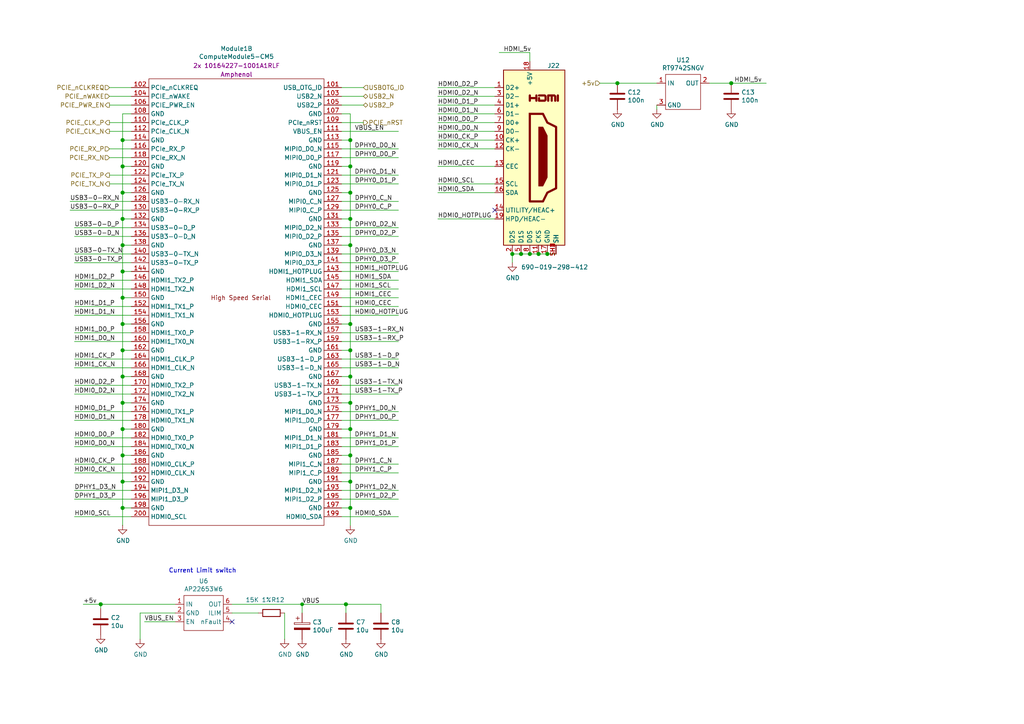
<source format=kicad_sch>
(kicad_sch
	(version 20231120)
	(generator "eeschema")
	(generator_version "8.0")
	(uuid "3457afc5-3e4f-4220-81d1-b079f653a722")
	(paper "A4")
	(title_block
		(title "Compute Module 5 IO Board - CM5 - Highspeed")
		(rev "1")
		(company "Copyright © 2024 Raspberry Pi Ltd.")
		(comment 1 "www.raspberrypi.com")
	)
	(lib_symbols
		(symbol "CM5IO:AP2553W6"
			(exclude_from_sim no)
			(in_bom yes)
			(on_board yes)
			(property "Reference" "U"
				(at 3.81 -6.35 0)
				(effects
					(font
						(size 1.27 1.27)
					)
				)
			)
			(property "Value" "AP2553W6"
				(at -3.81 -6.35 0)
				(effects
					(font
						(size 1.27 1.27)
					)
				)
			)
			(property "Footprint" "Package_TO_SOT_SMD:SOT-23-6"
				(at 3.81 -6.35 0)
				(effects
					(font
						(size 1.27 1.27)
					)
					(hide yes)
				)
			)
			(property "Datasheet" "https://www.diodes.com/assets/Datasheets/AP255x.pdf"
				(at 3.81 -6.35 0)
				(effects
					(font
						(size 1.27 1.27)
					)
					(hide yes)
				)
			)
			(property "Description" ""
				(at 0 0 0)
				(effects
					(font
						(size 1.27 1.27)
					)
					(hide yes)
				)
			)
			(property "Field4" "Digikey"
				(at 0 0 0)
				(effects
					(font
						(size 1.27 1.27)
					)
					(hide yes)
				)
			)
			(property "Field5" "AP2553W6-7DICT-ND"
				(at 0 0 0)
				(effects
					(font
						(size 1.27 1.27)
					)
					(hide yes)
				)
			)
			(symbol "AP2553W6_0_0"
				(pin power_in line
					(at -8.89 2.54 0)
					(length 2.54)
					(name "IN"
						(effects
							(font
								(size 1.27 1.27)
							)
						)
					)
					(number "1"
						(effects
							(font
								(size 1.27 1.27)
							)
						)
					)
				)
				(pin power_out line
					(at -8.89 0 0)
					(length 2.54)
					(name "GND"
						(effects
							(font
								(size 1.27 1.27)
							)
						)
					)
					(number "2"
						(effects
							(font
								(size 1.27 1.27)
							)
						)
					)
				)
				(pin input line
					(at -8.89 -2.54 0)
					(length 2.54)
					(name "EN"
						(effects
							(font
								(size 1.27 1.27)
							)
						)
					)
					(number "3"
						(effects
							(font
								(size 1.27 1.27)
							)
						)
					)
				)
				(pin open_collector line
					(at 7.62 -2.54 180)
					(length 2.54)
					(name "nFault"
						(effects
							(font
								(size 1.27 1.27)
							)
						)
					)
					(number "4"
						(effects
							(font
								(size 1.27 1.27)
							)
						)
					)
				)
				(pin passive line
					(at 7.62 0 180)
					(length 2.54)
					(name "ILIM"
						(effects
							(font
								(size 1.27 1.27)
							)
						)
					)
					(number "5"
						(effects
							(font
								(size 1.27 1.27)
							)
						)
					)
				)
				(pin power_out line
					(at 7.62 2.54 180)
					(length 2.54)
					(name "OUT"
						(effects
							(font
								(size 1.27 1.27)
							)
						)
					)
					(number "6"
						(effects
							(font
								(size 1.27 1.27)
							)
						)
					)
				)
			)
			(symbol "AP2553W6_0_1"
				(rectangle
					(start -6.35 5.08)
					(end 5.08 -5.08)
					(stroke
						(width 0)
						(type default)
					)
					(fill
						(type none)
					)
				)
			)
		)
		(symbol "CM5IO:ComputeModule5-CM5"
			(exclude_from_sim no)
			(in_bom yes)
			(on_board yes)
			(property "Reference" "Module"
				(at 113.03 -68.58 0)
				(effects
					(font
						(size 1.27 1.27)
					)
				)
			)
			(property "Value" "ComputeModule5-CM5"
				(at 140.97 2.54 0)
				(effects
					(font
						(size 1.27 1.27)
					)
				)
			)
			(property "Footprint" "CM5IO:Raspberry-Pi-5-Compute-Module"
				(at 142.24 -26.67 0)
				(effects
					(font
						(size 1.27 1.27)
					)
					(hide yes)
				)
			)
			(property "Datasheet" ""
				(at 142.24 -26.67 0)
				(effects
					(font
						(size 1.27 1.27)
					)
					(hide yes)
				)
			)
			(property "Description" "RaspberryPi Compute module 5 "
				(at 0 0 0)
				(effects
					(font
						(size 1.27 1.27)
					)
					(hide yes)
				)
			)
			(property "Field4" "Amphenol"
				(at 0 0 0)
				(effects
					(font
						(size 1.27 1.27)
					)
				)
			)
			(property "Field5" "2x 10164227-1001A1RLF"
				(at 0 -2.54 0)
				(effects
					(font
						(size 1.27 1.27)
					)
				)
			)
			(property "ki_locked" ""
				(at 0 0 0)
				(effects
					(font
						(size 1.27 1.27)
					)
				)
			)
			(symbol "ComputeModule5-CM5_1_0"
				(text "GPIO"
					(at 0 6.35 0)
					(effects
						(font
							(size 1.27 1.27)
						)
					)
				)
			)
			(symbol "ComputeModule5-CM5_1_1"
				(rectangle
					(start -30.48 -71.12)
					(end 25.4 58.42)
					(stroke
						(width 0)
						(type default)
					)
					(fill
						(type none)
					)
				)
				(text "600mA Max"
					(at -8.89 -53.34 0)
					(effects
						(font
							(size 1.27 1.27)
						)
					)
				)
				(text "600mA Max"
					(at -8.89 -48.26 0)
					(effects
						(font
							(size 1.27 1.27)
						)
					)
				)
				(text "NB SD signals are only available"
					(at -1.27 -27.94 0)
					(effects
						(font
							(size 1.27 1.27)
						)
					)
				)
				(text "on modules without eMMC"
					(at -1.27 -30.48 0)
					(effects
						(font
							(size 1.27 1.27)
						)
					)
				)
				(pin power_in line
					(at 27.94 55.88 180)
					(length 2.54)
					(name "GND"
						(effects
							(font
								(size 1.27 1.27)
							)
						)
					)
					(number "1"
						(effects
							(font
								(size 1.27 1.27)
							)
						)
					)
				)
				(pin passive line
					(at -33.02 45.72 0)
					(length 2.54)
					(name "Ethernet_Pair0_N"
						(effects
							(font
								(size 1.27 1.27)
							)
						)
					)
					(number "10"
						(effects
							(font
								(size 1.27 1.27)
							)
						)
					)
				)
				(pin passive line
					(at -33.02 -68.58 0)
					(length 2.54)
					(name "CAM_GPIO1"
						(effects
							(font
								(size 1.27 1.27)
							)
						)
					)
					(number "100"
						(effects
							(font
								(size 1.27 1.27)
							)
						)
					)
				)
				(pin passive line
					(at 27.94 43.18 180)
					(length 2.54)
					(name "Ethernet_Pair2_P"
						(effects
							(font
								(size 1.27 1.27)
							)
						)
					)
					(number "11"
						(effects
							(font
								(size 1.27 1.27)
							)
						)
					)
				)
				(pin passive line
					(at -33.02 43.18 0)
					(length 2.54)
					(name "Ethernet_Pair0_P"
						(effects
							(font
								(size 1.27 1.27)
							)
						)
					)
					(number "12"
						(effects
							(font
								(size 1.27 1.27)
							)
						)
					)
				)
				(pin power_in line
					(at 27.94 40.64 180)
					(length 2.54)
					(name "GND"
						(effects
							(font
								(size 1.27 1.27)
							)
						)
					)
					(number "13"
						(effects
							(font
								(size 1.27 1.27)
							)
						)
					)
				)
				(pin power_in line
					(at -33.02 40.64 0)
					(length 2.54)
					(name "GND"
						(effects
							(font
								(size 1.27 1.27)
							)
						)
					)
					(number "14"
						(effects
							(font
								(size 1.27 1.27)
							)
						)
					)
				)
				(pin output line
					(at 27.94 38.1 180)
					(length 2.54)
					(name "Ethernet_nLED3(3.3v)"
						(effects
							(font
								(size 1.27 1.27)
							)
						)
					)
					(number "15"
						(effects
							(font
								(size 1.27 1.27)
							)
						)
					)
				)
				(pin input line
					(at -33.02 38.1 0)
					(length 2.54)
					(name "FAN_TACHO"
						(effects
							(font
								(size 1.27 1.27)
							)
						)
					)
					(number "16"
						(effects
							(font
								(size 1.27 1.27)
							)
						)
					)
				)
				(pin output line
					(at 27.94 35.56 180)
					(length 2.54)
					(name "Ethernet_nLED2(3.3v)"
						(effects
							(font
								(size 1.27 1.27)
							)
						)
					)
					(number "17"
						(effects
							(font
								(size 1.27 1.27)
							)
						)
					)
				)
				(pin input line
					(at -33.02 35.56 0)
					(length 2.54)
					(name "Ethernet_SYNC_OUT(3.3v)"
						(effects
							(font
								(size 1.27 1.27)
							)
						)
					)
					(number "18"
						(effects
							(font
								(size 1.27 1.27)
							)
						)
					)
				)
				(pin output line
					(at 27.94 33.02 180)
					(length 2.54)
					(name "FAN_PWM"
						(effects
							(font
								(size 1.27 1.27)
							)
						)
					)
					(number "19"
						(effects
							(font
								(size 1.27 1.27)
							)
						)
					)
				)
				(pin power_in line
					(at -33.02 55.88 0)
					(length 2.54)
					(name "GND"
						(effects
							(font
								(size 1.27 1.27)
							)
						)
					)
					(number "2"
						(effects
							(font
								(size 1.27 1.27)
							)
						)
					)
				)
				(pin passive line
					(at -33.02 33.02 0)
					(length 2.54)
					(name "EEPROM_nWP"
						(effects
							(font
								(size 1.27 1.27)
							)
						)
					)
					(number "20"
						(effects
							(font
								(size 1.27 1.27)
							)
						)
					)
				)
				(pin open_collector line
					(at 27.94 30.48 180)
					(length 2.54)
					(name "LED_nACT"
						(effects
							(font
								(size 1.27 1.27)
							)
						)
					)
					(number "21"
						(effects
							(font
								(size 1.27 1.27)
							)
						)
					)
				)
				(pin power_in line
					(at -33.02 30.48 0)
					(length 2.54)
					(name "GND"
						(effects
							(font
								(size 1.27 1.27)
							)
						)
					)
					(number "22"
						(effects
							(font
								(size 1.27 1.27)
							)
						)
					)
				)
				(pin power_in line
					(at 27.94 27.94 180)
					(length 2.54)
					(name "GND"
						(effects
							(font
								(size 1.27 1.27)
							)
						)
					)
					(number "23"
						(effects
							(font
								(size 1.27 1.27)
							)
						)
					)
				)
				(pin passive line
					(at -33.02 27.94 0)
					(length 2.54)
					(name "GPIO26"
						(effects
							(font
								(size 1.27 1.27)
							)
						)
					)
					(number "24"
						(effects
							(font
								(size 1.27 1.27)
							)
						)
					)
				)
				(pin passive line
					(at 27.94 25.4 180)
					(length 2.54)
					(name "GPIO21"
						(effects
							(font
								(size 1.27 1.27)
							)
						)
					)
					(number "25"
						(effects
							(font
								(size 1.27 1.27)
							)
						)
					)
				)
				(pin passive line
					(at -33.02 25.4 0)
					(length 2.54)
					(name "GPIO19"
						(effects
							(font
								(size 1.27 1.27)
							)
						)
					)
					(number "26"
						(effects
							(font
								(size 1.27 1.27)
							)
						)
					)
				)
				(pin passive line
					(at 27.94 22.86 180)
					(length 2.54)
					(name "GPIO20"
						(effects
							(font
								(size 1.27 1.27)
							)
						)
					)
					(number "27"
						(effects
							(font
								(size 1.27 1.27)
							)
						)
					)
				)
				(pin passive line
					(at -33.02 22.86 0)
					(length 2.54)
					(name "GPIO13"
						(effects
							(font
								(size 1.27 1.27)
							)
						)
					)
					(number "28"
						(effects
							(font
								(size 1.27 1.27)
							)
						)
					)
				)
				(pin passive line
					(at 27.94 20.32 180)
					(length 2.54)
					(name "GPIO16"
						(effects
							(font
								(size 1.27 1.27)
							)
						)
					)
					(number "29"
						(effects
							(font
								(size 1.27 1.27)
							)
						)
					)
				)
				(pin passive line
					(at 27.94 53.34 180)
					(length 2.54)
					(name "Ethernet_Pair3_P"
						(effects
							(font
								(size 1.27 1.27)
							)
						)
					)
					(number "3"
						(effects
							(font
								(size 1.27 1.27)
							)
						)
					)
				)
				(pin passive line
					(at -33.02 20.32 0)
					(length 2.54)
					(name "GPIO6"
						(effects
							(font
								(size 1.27 1.27)
							)
						)
					)
					(number "30"
						(effects
							(font
								(size 1.27 1.27)
							)
						)
					)
				)
				(pin passive line
					(at 27.94 17.78 180)
					(length 2.54)
					(name "GPIO12"
						(effects
							(font
								(size 1.27 1.27)
							)
						)
					)
					(number "31"
						(effects
							(font
								(size 1.27 1.27)
							)
						)
					)
				)
				(pin power_in line
					(at -33.02 17.78 0)
					(length 2.54)
					(name "GND"
						(effects
							(font
								(size 1.27 1.27)
							)
						)
					)
					(number "32"
						(effects
							(font
								(size 1.27 1.27)
							)
						)
					)
				)
				(pin power_in line
					(at 27.94 15.24 180)
					(length 2.54)
					(name "GND"
						(effects
							(font
								(size 1.27 1.27)
							)
						)
					)
					(number "33"
						(effects
							(font
								(size 1.27 1.27)
							)
						)
					)
				)
				(pin passive line
					(at -33.02 15.24 0)
					(length 2.54)
					(name "GPIO5"
						(effects
							(font
								(size 1.27 1.27)
							)
						)
					)
					(number "34"
						(effects
							(font
								(size 1.27 1.27)
							)
						)
					)
				)
				(pin passive line
					(at 27.94 12.7 180)
					(length 2.54)
					(name "ID_SC"
						(effects
							(font
								(size 1.27 1.27)
							)
						)
					)
					(number "35"
						(effects
							(font
								(size 1.27 1.27)
							)
						)
					)
				)
				(pin passive line
					(at -33.02 12.7 0)
					(length 2.54)
					(name "ID_SD"
						(effects
							(font
								(size 1.27 1.27)
							)
						)
					)
					(number "36"
						(effects
							(font
								(size 1.27 1.27)
							)
						)
					)
				)
				(pin passive line
					(at 27.94 10.16 180)
					(length 2.54)
					(name "GPIO7"
						(effects
							(font
								(size 1.27 1.27)
							)
						)
					)
					(number "37"
						(effects
							(font
								(size 1.27 1.27)
							)
						)
					)
				)
				(pin passive line
					(at -33.02 10.16 0)
					(length 2.54)
					(name "GPIO11"
						(effects
							(font
								(size 1.27 1.27)
							)
						)
					)
					(number "38"
						(effects
							(font
								(size 1.27 1.27)
							)
						)
					)
				)
				(pin passive line
					(at 27.94 7.62 180)
					(length 2.54)
					(name "GPIO8"
						(effects
							(font
								(size 1.27 1.27)
							)
						)
					)
					(number "39"
						(effects
							(font
								(size 1.27 1.27)
							)
						)
					)
				)
				(pin passive line
					(at -33.02 53.34 0)
					(length 2.54)
					(name "Ethernet_Pair1_P"
						(effects
							(font
								(size 1.27 1.27)
							)
						)
					)
					(number "4"
						(effects
							(font
								(size 1.27 1.27)
							)
						)
					)
				)
				(pin passive line
					(at -33.02 7.62 0)
					(length 2.54)
					(name "GPIO9"
						(effects
							(font
								(size 1.27 1.27)
							)
						)
					)
					(number "40"
						(effects
							(font
								(size 1.27 1.27)
							)
						)
					)
				)
				(pin passive line
					(at 27.94 5.08 180)
					(length 2.54)
					(name "GPIO25"
						(effects
							(font
								(size 1.27 1.27)
							)
						)
					)
					(number "41"
						(effects
							(font
								(size 1.27 1.27)
							)
						)
					)
				)
				(pin power_in line
					(at -33.02 5.08 0)
					(length 2.54)
					(name "GND"
						(effects
							(font
								(size 1.27 1.27)
							)
						)
					)
					(number "42"
						(effects
							(font
								(size 1.27 1.27)
							)
						)
					)
				)
				(pin power_in line
					(at 27.94 2.54 180)
					(length 2.54)
					(name "GND"
						(effects
							(font
								(size 1.27 1.27)
							)
						)
					)
					(number "43"
						(effects
							(font
								(size 1.27 1.27)
							)
						)
					)
				)
				(pin passive line
					(at -33.02 2.54 0)
					(length 2.54)
					(name "GPIO10"
						(effects
							(font
								(size 1.27 1.27)
							)
						)
					)
					(number "44"
						(effects
							(font
								(size 1.27 1.27)
							)
						)
					)
				)
				(pin passive line
					(at 27.94 0 180)
					(length 2.54)
					(name "GPIO24"
						(effects
							(font
								(size 1.27 1.27)
							)
						)
					)
					(number "45"
						(effects
							(font
								(size 1.27 1.27)
							)
						)
					)
				)
				(pin passive line
					(at -33.02 0 0)
					(length 2.54)
					(name "GPIO22"
						(effects
							(font
								(size 1.27 1.27)
							)
						)
					)
					(number "46"
						(effects
							(font
								(size 1.27 1.27)
							)
						)
					)
				)
				(pin passive line
					(at 27.94 -2.54 180)
					(length 2.54)
					(name "GPIO23"
						(effects
							(font
								(size 1.27 1.27)
							)
						)
					)
					(number "47"
						(effects
							(font
								(size 1.27 1.27)
							)
						)
					)
				)
				(pin passive line
					(at -33.02 -2.54 0)
					(length 2.54)
					(name "GPIO27"
						(effects
							(font
								(size 1.27 1.27)
							)
						)
					)
					(number "48"
						(effects
							(font
								(size 1.27 1.27)
							)
						)
					)
				)
				(pin passive line
					(at 27.94 -5.08 180)
					(length 2.54)
					(name "GPIO18"
						(effects
							(font
								(size 1.27 1.27)
							)
						)
					)
					(number "49"
						(effects
							(font
								(size 1.27 1.27)
							)
						)
					)
				)
				(pin passive line
					(at 27.94 50.8 180)
					(length 2.54)
					(name "Ethernet_Pair3_N"
						(effects
							(font
								(size 1.27 1.27)
							)
						)
					)
					(number "5"
						(effects
							(font
								(size 1.27 1.27)
							)
						)
					)
				)
				(pin passive line
					(at -33.02 -5.08 0)
					(length 2.54)
					(name "GPIO17"
						(effects
							(font
								(size 1.27 1.27)
							)
						)
					)
					(number "50"
						(effects
							(font
								(size 1.27 1.27)
							)
						)
					)
				)
				(pin passive line
					(at 27.94 -7.62 180)
					(length 2.54)
					(name "GPIO15"
						(effects
							(font
								(size 1.27 1.27)
							)
						)
					)
					(number "51"
						(effects
							(font
								(size 1.27 1.27)
							)
						)
					)
				)
				(pin power_in line
					(at -33.02 -7.62 0)
					(length 2.54)
					(name "GND"
						(effects
							(font
								(size 1.27 1.27)
							)
						)
					)
					(number "52"
						(effects
							(font
								(size 1.27 1.27)
							)
						)
					)
				)
				(pin power_in line
					(at 27.94 -10.16 180)
					(length 2.54)
					(name "GND"
						(effects
							(font
								(size 1.27 1.27)
							)
						)
					)
					(number "53"
						(effects
							(font
								(size 1.27 1.27)
							)
						)
					)
				)
				(pin passive line
					(at -33.02 -10.16 0)
					(length 2.54)
					(name "GPIO4"
						(effects
							(font
								(size 1.27 1.27)
							)
						)
					)
					(number "54"
						(effects
							(font
								(size 1.27 1.27)
							)
						)
					)
				)
				(pin passive line
					(at 27.94 -12.7 180)
					(length 2.54)
					(name "GPIO14"
						(effects
							(font
								(size 1.27 1.27)
							)
						)
					)
					(number "55"
						(effects
							(font
								(size 1.27 1.27)
							)
						)
					)
				)
				(pin passive line
					(at -33.02 -12.7 0)
					(length 2.54)
					(name "GPIO3"
						(effects
							(font
								(size 1.27 1.27)
							)
						)
					)
					(number "56"
						(effects
							(font
								(size 1.27 1.27)
							)
						)
					)
				)
				(pin passive line
					(at 27.94 -15.24 180)
					(length 2.54)
					(name "SD_CLK"
						(effects
							(font
								(size 1.27 1.27)
							)
						)
					)
					(number "57"
						(effects
							(font
								(size 1.27 1.27)
							)
						)
					)
				)
				(pin passive line
					(at -33.02 -15.24 0)
					(length 2.54)
					(name "GPIO2"
						(effects
							(font
								(size 1.27 1.27)
							)
						)
					)
					(number "58"
						(effects
							(font
								(size 1.27 1.27)
							)
						)
					)
				)
				(pin power_in line
					(at 27.94 -17.78 180)
					(length 2.54)
					(name "GND"
						(effects
							(font
								(size 1.27 1.27)
							)
						)
					)
					(number "59"
						(effects
							(font
								(size 1.27 1.27)
							)
						)
					)
				)
				(pin passive line
					(at -33.02 50.8 0)
					(length 2.54)
					(name "Ethernet_Pair1_N"
						(effects
							(font
								(size 1.27 1.27)
							)
						)
					)
					(number "6"
						(effects
							(font
								(size 1.27 1.27)
							)
						)
					)
				)
				(pin power_in line
					(at -33.02 -17.78 0)
					(length 2.54)
					(name "GND"
						(effects
							(font
								(size 1.27 1.27)
							)
						)
					)
					(number "60"
						(effects
							(font
								(size 1.27 1.27)
							)
						)
					)
				)
				(pin passive line
					(at 27.94 -20.32 180)
					(length 2.54)
					(name "SD_DAT3"
						(effects
							(font
								(size 1.27 1.27)
							)
						)
					)
					(number "61"
						(effects
							(font
								(size 1.27 1.27)
							)
						)
					)
				)
				(pin passive line
					(at -33.02 -20.32 0)
					(length 2.54)
					(name "SD_CMD"
						(effects
							(font
								(size 1.27 1.27)
							)
						)
					)
					(number "62"
						(effects
							(font
								(size 1.27 1.27)
							)
						)
					)
				)
				(pin passive line
					(at 27.94 -22.86 180)
					(length 2.54)
					(name "SD_DAT0"
						(effects
							(font
								(size 1.27 1.27)
							)
						)
					)
					(number "63"
						(effects
							(font
								(size 1.27 1.27)
							)
						)
					)
				)
				(pin passive line
					(at -33.02 -22.86 0)
					(length 2.54)
					(name "SD_DAT5"
						(effects
							(font
								(size 1.27 1.27)
							)
						)
					)
					(number "64"
						(effects
							(font
								(size 1.27 1.27)
							)
						)
					)
				)
				(pin power_in line
					(at 27.94 -25.4 180)
					(length 2.54)
					(name "GND"
						(effects
							(font
								(size 1.27 1.27)
							)
						)
					)
					(number "65"
						(effects
							(font
								(size 1.27 1.27)
							)
						)
					)
				)
				(pin power_in line
					(at -33.02 -25.4 0)
					(length 2.54)
					(name "GND"
						(effects
							(font
								(size 1.27 1.27)
							)
						)
					)
					(number "66"
						(effects
							(font
								(size 1.27 1.27)
							)
						)
					)
				)
				(pin passive line
					(at 27.94 -27.94 180)
					(length 2.54)
					(name "SD_DAT1"
						(effects
							(font
								(size 1.27 1.27)
							)
						)
					)
					(number "67"
						(effects
							(font
								(size 1.27 1.27)
							)
						)
					)
				)
				(pin passive line
					(at -33.02 -27.94 0)
					(length 2.54)
					(name "SD_DAT4"
						(effects
							(font
								(size 1.27 1.27)
							)
						)
					)
					(number "68"
						(effects
							(font
								(size 1.27 1.27)
							)
						)
					)
				)
				(pin passive line
					(at 27.94 -30.48 180)
					(length 2.54)
					(name "SD_DAT2"
						(effects
							(font
								(size 1.27 1.27)
							)
						)
					)
					(number "69"
						(effects
							(font
								(size 1.27 1.27)
							)
						)
					)
				)
				(pin power_in line
					(at 27.94 48.26 180)
					(length 2.54)
					(name "GND"
						(effects
							(font
								(size 1.27 1.27)
							)
						)
					)
					(number "7"
						(effects
							(font
								(size 1.27 1.27)
							)
						)
					)
				)
				(pin passive line
					(at -33.02 -30.48 0)
					(length 2.54)
					(name "SD_DAT7"
						(effects
							(font
								(size 1.27 1.27)
							)
						)
					)
					(number "70"
						(effects
							(font
								(size 1.27 1.27)
							)
						)
					)
				)
				(pin power_in line
					(at 27.94 -33.02 180)
					(length 2.54)
					(name "GND"
						(effects
							(font
								(size 1.27 1.27)
							)
						)
					)
					(number "71"
						(effects
							(font
								(size 1.27 1.27)
							)
						)
					)
				)
				(pin passive line
					(at -33.02 -33.02 0)
					(length 2.54)
					(name "SD_DAT6"
						(effects
							(font
								(size 1.27 1.27)
							)
						)
					)
					(number "72"
						(effects
							(font
								(size 1.27 1.27)
							)
						)
					)
				)
				(pin input line
					(at 27.94 -35.56 180)
					(length 2.54)
					(name "SD_VDD_Override"
						(effects
							(font
								(size 1.27 1.27)
							)
						)
					)
					(number "73"
						(effects
							(font
								(size 1.27 1.27)
							)
						)
					)
				)
				(pin power_in line
					(at -33.02 -35.56 0)
					(length 2.54)
					(name "GND"
						(effects
							(font
								(size 1.27 1.27)
							)
						)
					)
					(number "74"
						(effects
							(font
								(size 1.27 1.27)
							)
						)
					)
				)
				(pin output line
					(at 27.94 -38.1 180)
					(length 2.54)
					(name "SD_PWR_ON"
						(effects
							(font
								(size 1.27 1.27)
							)
						)
					)
					(number "75"
						(effects
							(font
								(size 1.27 1.27)
							)
						)
					)
				)
				(pin passive line
					(at -33.02 -38.1 0)
					(length 2.54)
					(name "VBAT"
						(effects
							(font
								(size 1.27 1.27)
							)
						)
					)
					(number "76"
						(effects
							(font
								(size 1.27 1.27)
							)
						)
					)
				)
				(pin power_in line
					(at 27.94 -40.64 180)
					(length 2.54)
					(name "+5v_(Input)"
						(effects
							(font
								(size 1.27 1.27)
							)
						)
					)
					(number "77"
						(effects
							(font
								(size 1.27 1.27)
							)
						)
					)
				)
				(pin power_in line
					(at -33.02 -40.64 0)
					(length 2.54)
					(name "GPIO_VREF(1.8v/3.3v_Input)"
						(effects
							(font
								(size 1.27 1.27)
							)
						)
					)
					(number "78"
						(effects
							(font
								(size 1.27 1.27)
							)
						)
					)
				)
				(pin power_in line
					(at 27.94 -43.18 180)
					(length 2.54)
					(name "+5v_(Input)"
						(effects
							(font
								(size 1.27 1.27)
							)
						)
					)
					(number "79"
						(effects
							(font
								(size 1.27 1.27)
							)
						)
					)
				)
				(pin power_in line
					(at -33.02 48.26 0)
					(length 2.54)
					(name "GND"
						(effects
							(font
								(size 1.27 1.27)
							)
						)
					)
					(number "8"
						(effects
							(font
								(size 1.27 1.27)
							)
						)
					)
				)
				(pin passive line
					(at -33.02 -43.18 0)
					(length 2.54)
					(name "SCL0"
						(effects
							(font
								(size 1.27 1.27)
							)
						)
					)
					(number "80"
						(effects
							(font
								(size 1.27 1.27)
							)
						)
					)
				)
				(pin power_in line
					(at 27.94 -45.72 180)
					(length 2.54)
					(name "+5v_(Input)"
						(effects
							(font
								(size 1.27 1.27)
							)
						)
					)
					(number "81"
						(effects
							(font
								(size 1.27 1.27)
							)
						)
					)
				)
				(pin passive line
					(at -33.02 -45.72 0)
					(length 2.54)
					(name "SDA0"
						(effects
							(font
								(size 1.27 1.27)
							)
						)
					)
					(number "82"
						(effects
							(font
								(size 1.27 1.27)
							)
						)
					)
				)
				(pin power_in line
					(at 27.94 -48.26 180)
					(length 2.54)
					(name "+5v_(Input)"
						(effects
							(font
								(size 1.27 1.27)
							)
						)
					)
					(number "83"
						(effects
							(font
								(size 1.27 1.27)
							)
						)
					)
				)
				(pin power_out line
					(at -33.02 -48.26 0)
					(length 2.54)
					(name "+3.3v_(Output)"
						(effects
							(font
								(size 1.27 1.27)
							)
						)
					)
					(number "84"
						(effects
							(font
								(size 1.27 1.27)
							)
						)
					)
				)
				(pin power_in line
					(at 27.94 -50.8 180)
					(length 2.54)
					(name "+5v_(Input)"
						(effects
							(font
								(size 1.27 1.27)
							)
						)
					)
					(number "85"
						(effects
							(font
								(size 1.27 1.27)
							)
						)
					)
				)
				(pin passive line
					(at -33.02 -50.8 0)
					(length 2.54)
					(name "+3.3v_(Output)"
						(effects
							(font
								(size 1.27 1.27)
							)
						)
					)
					(number "86"
						(effects
							(font
								(size 1.27 1.27)
							)
						)
					)
				)
				(pin power_in line
					(at 27.94 -53.34 180)
					(length 2.54)
					(name "+5v_(Input)"
						(effects
							(font
								(size 1.27 1.27)
							)
						)
					)
					(number "87"
						(effects
							(font
								(size 1.27 1.27)
							)
						)
					)
				)
				(pin power_out line
					(at -33.02 -53.34 0)
					(length 2.54)
					(name "+1.8v_(Output)"
						(effects
							(font
								(size 1.27 1.27)
							)
						)
					)
					(number "88"
						(effects
							(font
								(size 1.27 1.27)
							)
						)
					)
				)
				(pin input line
					(at 27.94 -55.88 180)
					(length 2.54)
					(name "WiFi_nDisable"
						(effects
							(font
								(size 1.27 1.27)
							)
						)
					)
					(number "89"
						(effects
							(font
								(size 1.27 1.27)
							)
						)
					)
				)
				(pin passive line
					(at 27.94 45.72 180)
					(length 2.54)
					(name "Ethernet_Pair2_N"
						(effects
							(font
								(size 1.27 1.27)
							)
						)
					)
					(number "9"
						(effects
							(font
								(size 1.27 1.27)
							)
						)
					)
				)
				(pin passive line
					(at -33.02 -55.88 0)
					(length 2.54)
					(name "+1.8v_(Output)"
						(effects
							(font
								(size 1.27 1.27)
							)
						)
					)
					(number "90"
						(effects
							(font
								(size 1.27 1.27)
							)
						)
					)
				)
				(pin input line
					(at 27.94 -58.42 180)
					(length 2.54)
					(name "BT_nDisable"
						(effects
							(font
								(size 1.27 1.27)
							)
						)
					)
					(number "91"
						(effects
							(font
								(size 1.27 1.27)
							)
						)
					)
				)
				(pin passive line
					(at -33.02 -58.42 0)
					(length 2.54)
					(name "PWR_BUT"
						(effects
							(font
								(size 1.27 1.27)
							)
						)
					)
					(number "92"
						(effects
							(font
								(size 1.27 1.27)
							)
						)
					)
				)
				(pin input line
					(at 27.94 -60.96 180)
					(length 2.54)
					(name "nRPIBOOT"
						(effects
							(font
								(size 1.27 1.27)
							)
						)
					)
					(number "93"
						(effects
							(font
								(size 1.27 1.27)
							)
						)
					)
				)
				(pin passive line
					(at -33.02 -60.96 0)
					(length 2.54)
					(name "CC1"
						(effects
							(font
								(size 1.27 1.27)
							)
						)
					)
					(number "94"
						(effects
							(font
								(size 1.27 1.27)
							)
						)
					)
				)
				(pin output line
					(at 27.94 -63.5 180)
					(length 2.54)
					(name "LED_nPWR"
						(effects
							(font
								(size 1.27 1.27)
							)
						)
					)
					(number "95"
						(effects
							(font
								(size 1.27 1.27)
							)
						)
					)
				)
				(pin passive line
					(at -33.02 -63.5 0)
					(length 2.54)
					(name "CC2"
						(effects
							(font
								(size 1.27 1.27)
							)
						)
					)
					(number "96"
						(effects
							(font
								(size 1.27 1.27)
							)
						)
					)
				)
				(pin passive line
					(at 27.94 -66.04 180)
					(length 2.54)
					(name "CAM_GPIO0"
						(effects
							(font
								(size 1.27 1.27)
							)
						)
					)
					(number "97"
						(effects
							(font
								(size 1.27 1.27)
							)
						)
					)
				)
				(pin power_in line
					(at -33.02 -66.04 0)
					(length 2.54)
					(name "GND"
						(effects
							(font
								(size 1.27 1.27)
							)
						)
					)
					(number "98"
						(effects
							(font
								(size 1.27 1.27)
							)
						)
					)
				)
				(pin input line
					(at 27.94 -68.58 180)
					(length 2.54)
					(name "PMIC_ENABLE"
						(effects
							(font
								(size 1.27 1.27)
							)
						)
					)
					(number "99"
						(effects
							(font
								(size 1.27 1.27)
							)
						)
					)
				)
			)
			(symbol "ComputeModule5-CM5_2_1"
				(rectangle
					(start 114.3 -66.04)
					(end 165.1 63.5)
					(stroke
						(width 0)
						(type default)
					)
					(fill
						(type none)
					)
				)
				(text "High Speed Serial"
					(at 140.97 0 0)
					(effects
						(font
							(size 1.27 1.27)
						)
					)
				)
				(pin input line
					(at 170.18 60.96 180)
					(length 5.08)
					(name "USB_OTG_ID"
						(effects
							(font
								(size 1.27 1.27)
							)
						)
					)
					(number "101"
						(effects
							(font
								(size 1.27 1.27)
							)
						)
					)
				)
				(pin input line
					(at 109.22 60.96 0)
					(length 5.08)
					(name "PCIe_nCLKREQ"
						(effects
							(font
								(size 1.27 1.27)
							)
						)
					)
					(number "102"
						(effects
							(font
								(size 1.27 1.27)
							)
						)
					)
				)
				(pin passive line
					(at 170.18 58.42 180)
					(length 5.08)
					(name "USB2_N"
						(effects
							(font
								(size 1.27 1.27)
							)
						)
					)
					(number "103"
						(effects
							(font
								(size 1.27 1.27)
							)
						)
					)
				)
				(pin input line
					(at 109.22 58.42 0)
					(length 5.08)
					(name "PCIE_nWAKE"
						(effects
							(font
								(size 1.27 1.27)
							)
						)
					)
					(number "104"
						(effects
							(font
								(size 1.27 1.27)
							)
						)
					)
				)
				(pin passive line
					(at 170.18 55.88 180)
					(length 5.08)
					(name "USB2_P"
						(effects
							(font
								(size 1.27 1.27)
							)
						)
					)
					(number "105"
						(effects
							(font
								(size 1.27 1.27)
							)
						)
					)
				)
				(pin output line
					(at 109.22 55.88 0)
					(length 5.08)
					(name "PCIE_PWR_EN"
						(effects
							(font
								(size 1.27 1.27)
							)
						)
					)
					(number "106"
						(effects
							(font
								(size 1.27 1.27)
							)
						)
					)
				)
				(pin power_in line
					(at 170.18 53.34 180)
					(length 5.08)
					(name "GND"
						(effects
							(font
								(size 1.27 1.27)
							)
						)
					)
					(number "107"
						(effects
							(font
								(size 1.27 1.27)
							)
						)
					)
				)
				(pin power_in line
					(at 109.22 53.34 0)
					(length 5.08)
					(name "GND"
						(effects
							(font
								(size 1.27 1.27)
							)
						)
					)
					(number "108"
						(effects
							(font
								(size 1.27 1.27)
							)
						)
					)
				)
				(pin output line
					(at 170.18 50.8 180)
					(length 5.08)
					(name "PCIe_nRST"
						(effects
							(font
								(size 1.27 1.27)
							)
						)
					)
					(number "109"
						(effects
							(font
								(size 1.27 1.27)
							)
						)
					)
				)
				(pin output line
					(at 109.22 50.8 0)
					(length 5.08)
					(name "PCIe_CLK_P"
						(effects
							(font
								(size 1.27 1.27)
							)
						)
					)
					(number "110"
						(effects
							(font
								(size 1.27 1.27)
							)
						)
					)
				)
				(pin output line
					(at 170.18 48.26 180)
					(length 5.08)
					(name "VBUS_EN"
						(effects
							(font
								(size 1.27 1.27)
							)
						)
					)
					(number "111"
						(effects
							(font
								(size 1.27 1.27)
							)
						)
					)
				)
				(pin output line
					(at 109.22 48.26 0)
					(length 5.08)
					(name "PCIe_CLK_N"
						(effects
							(font
								(size 1.27 1.27)
							)
						)
					)
					(number "112"
						(effects
							(font
								(size 1.27 1.27)
							)
						)
					)
				)
				(pin power_in line
					(at 170.18 45.72 180)
					(length 5.08)
					(name "GND"
						(effects
							(font
								(size 1.27 1.27)
							)
						)
					)
					(number "113"
						(effects
							(font
								(size 1.27 1.27)
							)
						)
					)
				)
				(pin power_in line
					(at 109.22 45.72 0)
					(length 5.08)
					(name "GND"
						(effects
							(font
								(size 1.27 1.27)
							)
						)
					)
					(number "114"
						(effects
							(font
								(size 1.27 1.27)
							)
						)
					)
				)
				(pin input line
					(at 170.18 43.18 180)
					(length 5.08)
					(name "MIPI0_D0_N"
						(effects
							(font
								(size 1.27 1.27)
							)
						)
					)
					(number "115"
						(effects
							(font
								(size 1.27 1.27)
							)
						)
					)
				)
				(pin input line
					(at 109.22 43.18 0)
					(length 5.08)
					(name "PCIe_RX_P"
						(effects
							(font
								(size 1.27 1.27)
							)
						)
					)
					(number "116"
						(effects
							(font
								(size 1.27 1.27)
							)
						)
					)
				)
				(pin input line
					(at 170.18 40.64 180)
					(length 5.08)
					(name "MIPI0_D0_P"
						(effects
							(font
								(size 1.27 1.27)
							)
						)
					)
					(number "117"
						(effects
							(font
								(size 1.27 1.27)
							)
						)
					)
				)
				(pin input line
					(at 109.22 40.64 0)
					(length 5.08)
					(name "PCIe_RX_N"
						(effects
							(font
								(size 1.27 1.27)
							)
						)
					)
					(number "118"
						(effects
							(font
								(size 1.27 1.27)
							)
						)
					)
				)
				(pin power_in line
					(at 170.18 38.1 180)
					(length 5.08)
					(name "GND"
						(effects
							(font
								(size 1.27 1.27)
							)
						)
					)
					(number "119"
						(effects
							(font
								(size 1.27 1.27)
							)
						)
					)
				)
				(pin power_in line
					(at 109.22 38.1 0)
					(length 5.08)
					(name "GND"
						(effects
							(font
								(size 1.27 1.27)
							)
						)
					)
					(number "120"
						(effects
							(font
								(size 1.27 1.27)
							)
						)
					)
				)
				(pin input line
					(at 170.18 35.56 180)
					(length 5.08)
					(name "MIPI0_D1_N"
						(effects
							(font
								(size 1.27 1.27)
							)
						)
					)
					(number "121"
						(effects
							(font
								(size 1.27 1.27)
							)
						)
					)
				)
				(pin output line
					(at 109.22 35.56 0)
					(length 5.08)
					(name "PCIe_TX_P"
						(effects
							(font
								(size 1.27 1.27)
							)
						)
					)
					(number "122"
						(effects
							(font
								(size 1.27 1.27)
							)
						)
					)
				)
				(pin input line
					(at 170.18 33.02 180)
					(length 5.08)
					(name "MIPI0_D1_P"
						(effects
							(font
								(size 1.27 1.27)
							)
						)
					)
					(number "123"
						(effects
							(font
								(size 1.27 1.27)
							)
						)
					)
				)
				(pin output line
					(at 109.22 33.02 0)
					(length 5.08)
					(name "PCIe_TX_N"
						(effects
							(font
								(size 1.27 1.27)
							)
						)
					)
					(number "124"
						(effects
							(font
								(size 1.27 1.27)
							)
						)
					)
				)
				(pin power_in line
					(at 170.18 30.48 180)
					(length 5.08)
					(name "GND"
						(effects
							(font
								(size 1.27 1.27)
							)
						)
					)
					(number "125"
						(effects
							(font
								(size 1.27 1.27)
							)
						)
					)
				)
				(pin power_in line
					(at 109.22 30.48 0)
					(length 5.08)
					(name "GND"
						(effects
							(font
								(size 1.27 1.27)
							)
						)
					)
					(number "126"
						(effects
							(font
								(size 1.27 1.27)
							)
						)
					)
				)
				(pin input line
					(at 170.18 27.94 180)
					(length 5.08)
					(name "MIPI0_C_N"
						(effects
							(font
								(size 1.27 1.27)
							)
						)
					)
					(number "127"
						(effects
							(font
								(size 1.27 1.27)
							)
						)
					)
				)
				(pin input line
					(at 109.22 27.94 0)
					(length 5.08)
					(name "USB3-0-RX_N"
						(effects
							(font
								(size 1.27 1.27)
							)
						)
					)
					(number "128"
						(effects
							(font
								(size 1.27 1.27)
							)
						)
					)
				)
				(pin input line
					(at 170.18 25.4 180)
					(length 5.08)
					(name "MIPI0_C_P"
						(effects
							(font
								(size 1.27 1.27)
							)
						)
					)
					(number "129"
						(effects
							(font
								(size 1.27 1.27)
							)
						)
					)
				)
				(pin input line
					(at 109.22 25.4 0)
					(length 5.08)
					(name "USB3-0-RX_P"
						(effects
							(font
								(size 1.27 1.27)
							)
						)
					)
					(number "130"
						(effects
							(font
								(size 1.27 1.27)
							)
						)
					)
				)
				(pin power_in line
					(at 170.18 22.86 180)
					(length 5.08)
					(name "GND"
						(effects
							(font
								(size 1.27 1.27)
							)
						)
					)
					(number "131"
						(effects
							(font
								(size 1.27 1.27)
							)
						)
					)
				)
				(pin power_in line
					(at 109.22 22.86 0)
					(length 5.08)
					(name "GND"
						(effects
							(font
								(size 1.27 1.27)
							)
						)
					)
					(number "132"
						(effects
							(font
								(size 1.27 1.27)
							)
						)
					)
				)
				(pin input line
					(at 170.18 20.32 180)
					(length 5.08)
					(name "MIPI0_D2_N"
						(effects
							(font
								(size 1.27 1.27)
							)
						)
					)
					(number "133"
						(effects
							(font
								(size 1.27 1.27)
							)
						)
					)
				)
				(pin passive line
					(at 109.22 20.32 0)
					(length 5.08)
					(name "USB3-0-D_P"
						(effects
							(font
								(size 1.27 1.27)
							)
						)
					)
					(number "134"
						(effects
							(font
								(size 1.27 1.27)
							)
						)
					)
				)
				(pin input line
					(at 170.18 17.78 180)
					(length 5.08)
					(name "MIPI0_D2_P"
						(effects
							(font
								(size 1.27 1.27)
							)
						)
					)
					(number "135"
						(effects
							(font
								(size 1.27 1.27)
							)
						)
					)
				)
				(pin passive line
					(at 109.22 17.78 0)
					(length 5.08)
					(name "USB3-0-D_N"
						(effects
							(font
								(size 1.27 1.27)
							)
						)
					)
					(number "136"
						(effects
							(font
								(size 1.27 1.27)
							)
						)
					)
				)
				(pin power_in line
					(at 170.18 15.24 180)
					(length 5.08)
					(name "GND"
						(effects
							(font
								(size 1.27 1.27)
							)
						)
					)
					(number "137"
						(effects
							(font
								(size 1.27 1.27)
							)
						)
					)
				)
				(pin power_in line
					(at 109.22 15.24 0)
					(length 5.08)
					(name "GND"
						(effects
							(font
								(size 1.27 1.27)
							)
						)
					)
					(number "138"
						(effects
							(font
								(size 1.27 1.27)
							)
						)
					)
				)
				(pin input line
					(at 170.18 12.7 180)
					(length 5.08)
					(name "MIPI0_D3_N"
						(effects
							(font
								(size 1.27 1.27)
							)
						)
					)
					(number "139"
						(effects
							(font
								(size 1.27 1.27)
							)
						)
					)
				)
				(pin output line
					(at 109.22 12.7 0)
					(length 5.08)
					(name "USB3-0-TX_N"
						(effects
							(font
								(size 1.27 1.27)
							)
						)
					)
					(number "140"
						(effects
							(font
								(size 1.27 1.27)
							)
						)
					)
				)
				(pin input line
					(at 170.18 10.16 180)
					(length 5.08)
					(name "MIPI0_D3_P"
						(effects
							(font
								(size 1.27 1.27)
							)
						)
					)
					(number "141"
						(effects
							(font
								(size 1.27 1.27)
							)
						)
					)
				)
				(pin output line
					(at 109.22 10.16 0)
					(length 5.08)
					(name "USB3-0-TX_P"
						(effects
							(font
								(size 1.27 1.27)
							)
						)
					)
					(number "142"
						(effects
							(font
								(size 1.27 1.27)
							)
						)
					)
				)
				(pin input line
					(at 170.18 7.62 180)
					(length 5.08)
					(name "HDMI1_HOTPLUG"
						(effects
							(font
								(size 1.27 1.27)
							)
						)
					)
					(number "143"
						(effects
							(font
								(size 1.27 1.27)
							)
						)
					)
				)
				(pin power_in line
					(at 109.22 7.62 0)
					(length 5.08)
					(name "GND"
						(effects
							(font
								(size 1.27 1.27)
							)
						)
					)
					(number "144"
						(effects
							(font
								(size 1.27 1.27)
							)
						)
					)
				)
				(pin bidirectional line
					(at 170.18 5.08 180)
					(length 5.08)
					(name "HDMI1_SDA"
						(effects
							(font
								(size 1.27 1.27)
							)
						)
					)
					(number "145"
						(effects
							(font
								(size 1.27 1.27)
							)
						)
					)
				)
				(pin output line
					(at 109.22 5.08 0)
					(length 5.08)
					(name "HDMI1_TX2_P"
						(effects
							(font
								(size 1.27 1.27)
							)
						)
					)
					(number "146"
						(effects
							(font
								(size 1.27 1.27)
							)
						)
					)
				)
				(pin open_collector line
					(at 170.18 2.54 180)
					(length 5.08)
					(name "HDMI1_SCL"
						(effects
							(font
								(size 1.27 1.27)
							)
						)
					)
					(number "147"
						(effects
							(font
								(size 1.27 1.27)
							)
						)
					)
				)
				(pin output line
					(at 109.22 2.54 0)
					(length 5.08)
					(name "HDMI1_TX2_N"
						(effects
							(font
								(size 1.27 1.27)
							)
						)
					)
					(number "148"
						(effects
							(font
								(size 1.27 1.27)
							)
						)
					)
				)
				(pin open_collector line
					(at 170.18 0 180)
					(length 5.08)
					(name "HDMI1_CEC"
						(effects
							(font
								(size 1.27 1.27)
							)
						)
					)
					(number "149"
						(effects
							(font
								(size 1.27 1.27)
							)
						)
					)
				)
				(pin power_in line
					(at 109.22 0 0)
					(length 5.08)
					(name "GND"
						(effects
							(font
								(size 1.27 1.27)
							)
						)
					)
					(number "150"
						(effects
							(font
								(size 1.27 1.27)
							)
						)
					)
				)
				(pin open_collector line
					(at 170.18 -2.54 180)
					(length 5.08)
					(name "HDMI0_CEC"
						(effects
							(font
								(size 1.27 1.27)
							)
						)
					)
					(number "151"
						(effects
							(font
								(size 1.27 1.27)
							)
						)
					)
				)
				(pin output line
					(at 109.22 -2.54 0)
					(length 5.08)
					(name "HDMI1_TX1_P"
						(effects
							(font
								(size 1.27 1.27)
							)
						)
					)
					(number "152"
						(effects
							(font
								(size 1.27 1.27)
							)
						)
					)
				)
				(pin input line
					(at 170.18 -5.08 180)
					(length 5.08)
					(name "HDMI0_HOTPLUG"
						(effects
							(font
								(size 1.27 1.27)
							)
						)
					)
					(number "153"
						(effects
							(font
								(size 1.27 1.27)
							)
						)
					)
				)
				(pin output line
					(at 109.22 -5.08 0)
					(length 5.08)
					(name "HDMI1_TX1_N"
						(effects
							(font
								(size 1.27 1.27)
							)
						)
					)
					(number "154"
						(effects
							(font
								(size 1.27 1.27)
							)
						)
					)
				)
				(pin power_in line
					(at 170.18 -7.62 180)
					(length 5.08)
					(name "GND"
						(effects
							(font
								(size 1.27 1.27)
							)
						)
					)
					(number "155"
						(effects
							(font
								(size 1.27 1.27)
							)
						)
					)
				)
				(pin power_in line
					(at 109.22 -7.62 0)
					(length 5.08)
					(name "GND"
						(effects
							(font
								(size 1.27 1.27)
							)
						)
					)
					(number "156"
						(effects
							(font
								(size 1.27 1.27)
							)
						)
					)
				)
				(pin input line
					(at 170.18 -10.16 180)
					(length 5.08)
					(name "USB3-1-RX_N"
						(effects
							(font
								(size 1.27 1.27)
							)
						)
					)
					(number "157"
						(effects
							(font
								(size 1.27 1.27)
							)
						)
					)
				)
				(pin output line
					(at 109.22 -10.16 0)
					(length 5.08)
					(name "HDMI1_TX0_P"
						(effects
							(font
								(size 1.27 1.27)
							)
						)
					)
					(number "158"
						(effects
							(font
								(size 1.27 1.27)
							)
						)
					)
				)
				(pin input line
					(at 170.18 -12.7 180)
					(length 5.08)
					(name "USB3-1-RX_P"
						(effects
							(font
								(size 1.27 1.27)
							)
						)
					)
					(number "159"
						(effects
							(font
								(size 1.27 1.27)
							)
						)
					)
				)
				(pin output line
					(at 109.22 -12.7 0)
					(length 5.08)
					(name "HDMI1_TX0_N"
						(effects
							(font
								(size 1.27 1.27)
							)
						)
					)
					(number "160"
						(effects
							(font
								(size 1.27 1.27)
							)
						)
					)
				)
				(pin power_in line
					(at 170.18 -15.24 180)
					(length 5.08)
					(name "GND"
						(effects
							(font
								(size 1.27 1.27)
							)
						)
					)
					(number "161"
						(effects
							(font
								(size 1.27 1.27)
							)
						)
					)
				)
				(pin power_in line
					(at 109.22 -15.24 0)
					(length 5.08)
					(name "GND"
						(effects
							(font
								(size 1.27 1.27)
							)
						)
					)
					(number "162"
						(effects
							(font
								(size 1.27 1.27)
							)
						)
					)
				)
				(pin passive line
					(at 170.18 -17.78 180)
					(length 5.08)
					(name "USB3-1-D_P"
						(effects
							(font
								(size 1.27 1.27)
							)
						)
					)
					(number "163"
						(effects
							(font
								(size 1.27 1.27)
							)
						)
					)
				)
				(pin output line
					(at 109.22 -17.78 0)
					(length 5.08)
					(name "HDMI1_CLK_P"
						(effects
							(font
								(size 1.27 1.27)
							)
						)
					)
					(number "164"
						(effects
							(font
								(size 1.27 1.27)
							)
						)
					)
				)
				(pin passive line
					(at 170.18 -20.32 180)
					(length 5.08)
					(name "USB3-1-D_N"
						(effects
							(font
								(size 1.27 1.27)
							)
						)
					)
					(number "165"
						(effects
							(font
								(size 1.27 1.27)
							)
						)
					)
				)
				(pin output line
					(at 109.22 -20.32 0)
					(length 5.08)
					(name "HDMI1_CLK_N"
						(effects
							(font
								(size 1.27 1.27)
							)
						)
					)
					(number "166"
						(effects
							(font
								(size 1.27 1.27)
							)
						)
					)
				)
				(pin power_in line
					(at 170.18 -22.86 180)
					(length 5.08)
					(name "GND"
						(effects
							(font
								(size 1.27 1.27)
							)
						)
					)
					(number "167"
						(effects
							(font
								(size 1.27 1.27)
							)
						)
					)
				)
				(pin power_in line
					(at 109.22 -22.86 0)
					(length 5.08)
					(name "GND"
						(effects
							(font
								(size 1.27 1.27)
							)
						)
					)
					(number "168"
						(effects
							(font
								(size 1.27 1.27)
							)
						)
					)
				)
				(pin output line
					(at 170.18 -25.4 180)
					(length 5.08)
					(name "USB3-1-TX_N"
						(effects
							(font
								(size 1.27 1.27)
							)
						)
					)
					(number "169"
						(effects
							(font
								(size 1.27 1.27)
							)
						)
					)
				)
				(pin output line
					(at 109.22 -25.4 0)
					(length 5.08)
					(name "HDMI0_TX2_P"
						(effects
							(font
								(size 1.27 1.27)
							)
						)
					)
					(number "170"
						(effects
							(font
								(size 1.27 1.27)
							)
						)
					)
				)
				(pin output line
					(at 170.18 -27.94 180)
					(length 5.08)
					(name "USB3-1-TX_P"
						(effects
							(font
								(size 1.27 1.27)
							)
						)
					)
					(number "171"
						(effects
							(font
								(size 1.27 1.27)
							)
						)
					)
				)
				(pin output line
					(at 109.22 -27.94 0)
					(length 5.08)
					(name "HDMI0_TX2_N"
						(effects
							(font
								(size 1.27 1.27)
							)
						)
					)
					(number "172"
						(effects
							(font
								(size 1.27 1.27)
							)
						)
					)
				)
				(pin power_in line
					(at 170.18 -30.48 180)
					(length 5.08)
					(name "GND"
						(effects
							(font
								(size 1.27 1.27)
							)
						)
					)
					(number "173"
						(effects
							(font
								(size 1.27 1.27)
							)
						)
					)
				)
				(pin power_in line
					(at 109.22 -30.48 0)
					(length 5.08)
					(name "GND"
						(effects
							(font
								(size 1.27 1.27)
							)
						)
					)
					(number "174"
						(effects
							(font
								(size 1.27 1.27)
							)
						)
					)
				)
				(pin output line
					(at 170.18 -33.02 180)
					(length 5.08)
					(name "MIPI1_D0_N"
						(effects
							(font
								(size 1.27 1.27)
							)
						)
					)
					(number "175"
						(effects
							(font
								(size 1.27 1.27)
							)
						)
					)
				)
				(pin output line
					(at 109.22 -33.02 0)
					(length 5.08)
					(name "HDMI0_TX1_P"
						(effects
							(font
								(size 1.27 1.27)
							)
						)
					)
					(number "176"
						(effects
							(font
								(size 1.27 1.27)
							)
						)
					)
				)
				(pin output line
					(at 170.18 -35.56 180)
					(length 5.08)
					(name "MIPI1_D0_P"
						(effects
							(font
								(size 1.27 1.27)
							)
						)
					)
					(number "177"
						(effects
							(font
								(size 1.27 1.27)
							)
						)
					)
				)
				(pin output line
					(at 109.22 -35.56 0)
					(length 5.08)
					(name "HDMI0_TX1_N"
						(effects
							(font
								(size 1.27 1.27)
							)
						)
					)
					(number "178"
						(effects
							(font
								(size 1.27 1.27)
							)
						)
					)
				)
				(pin power_in line
					(at 170.18 -38.1 180)
					(length 5.08)
					(name "GND"
						(effects
							(font
								(size 1.27 1.27)
							)
						)
					)
					(number "179"
						(effects
							(font
								(size 1.27 1.27)
							)
						)
					)
				)
				(pin power_in line
					(at 109.22 -38.1 0)
					(length 5.08)
					(name "GND"
						(effects
							(font
								(size 1.27 1.27)
							)
						)
					)
					(number "180"
						(effects
							(font
								(size 1.27 1.27)
							)
						)
					)
				)
				(pin output line
					(at 170.18 -40.64 180)
					(length 5.08)
					(name "MIPI1_D1_N"
						(effects
							(font
								(size 1.27 1.27)
							)
						)
					)
					(number "181"
						(effects
							(font
								(size 1.27 1.27)
							)
						)
					)
				)
				(pin output line
					(at 109.22 -40.64 0)
					(length 5.08)
					(name "HDMI0_TX0_P"
						(effects
							(font
								(size 1.27 1.27)
							)
						)
					)
					(number "182"
						(effects
							(font
								(size 1.27 1.27)
							)
						)
					)
				)
				(pin output line
					(at 170.18 -43.18 180)
					(length 5.08)
					(name "MIPI1_D1_P"
						(effects
							(font
								(size 1.27 1.27)
							)
						)
					)
					(number "183"
						(effects
							(font
								(size 1.27 1.27)
							)
						)
					)
				)
				(pin output line
					(at 109.22 -43.18 0)
					(length 5.08)
					(name "HDMI0_TX0_N"
						(effects
							(font
								(size 1.27 1.27)
							)
						)
					)
					(number "184"
						(effects
							(font
								(size 1.27 1.27)
							)
						)
					)
				)
				(pin power_in line
					(at 170.18 -45.72 180)
					(length 5.08)
					(name "GND"
						(effects
							(font
								(size 1.27 1.27)
							)
						)
					)
					(number "185"
						(effects
							(font
								(size 1.27 1.27)
							)
						)
					)
				)
				(pin power_in line
					(at 109.22 -45.72 0)
					(length 5.08)
					(name "GND"
						(effects
							(font
								(size 1.27 1.27)
							)
						)
					)
					(number "186"
						(effects
							(font
								(size 1.27 1.27)
							)
						)
					)
				)
				(pin output line
					(at 170.18 -48.26 180)
					(length 5.08)
					(name "MIPI1_C_N"
						(effects
							(font
								(size 1.27 1.27)
							)
						)
					)
					(number "187"
						(effects
							(font
								(size 1.27 1.27)
							)
						)
					)
				)
				(pin output line
					(at 109.22 -48.26 0)
					(length 5.08)
					(name "HDMI0_CLK_P"
						(effects
							(font
								(size 1.27 1.27)
							)
						)
					)
					(number "188"
						(effects
							(font
								(size 1.27 1.27)
							)
						)
					)
				)
				(pin output line
					(at 170.18 -50.8 180)
					(length 5.08)
					(name "MIPI1_C_P"
						(effects
							(font
								(size 1.27 1.27)
							)
						)
					)
					(number "189"
						(effects
							(font
								(size 1.27 1.27)
							)
						)
					)
				)
				(pin output line
					(at 109.22 -50.8 0)
					(length 5.08)
					(name "HDMI0_CLK_N"
						(effects
							(font
								(size 1.27 1.27)
							)
						)
					)
					(number "190"
						(effects
							(font
								(size 1.27 1.27)
							)
						)
					)
				)
				(pin power_in line
					(at 170.18 -53.34 180)
					(length 5.08)
					(name "GND"
						(effects
							(font
								(size 1.27 1.27)
							)
						)
					)
					(number "191"
						(effects
							(font
								(size 1.27 1.27)
							)
						)
					)
				)
				(pin power_in line
					(at 109.22 -53.34 0)
					(length 5.08)
					(name "GND"
						(effects
							(font
								(size 1.27 1.27)
							)
						)
					)
					(number "192"
						(effects
							(font
								(size 1.27 1.27)
							)
						)
					)
				)
				(pin output line
					(at 170.18 -55.88 180)
					(length 5.08)
					(name "MIPI1_D2_N"
						(effects
							(font
								(size 1.27 1.27)
							)
						)
					)
					(number "193"
						(effects
							(font
								(size 1.27 1.27)
							)
						)
					)
				)
				(pin output line
					(at 109.22 -55.88 0)
					(length 5.08)
					(name "MIPI1_D3_N"
						(effects
							(font
								(size 1.27 1.27)
							)
						)
					)
					(number "194"
						(effects
							(font
								(size 1.27 1.27)
							)
						)
					)
				)
				(pin output line
					(at 170.18 -58.42 180)
					(length 5.08)
					(name "MIPI1_D2_P"
						(effects
							(font
								(size 1.27 1.27)
							)
						)
					)
					(number "195"
						(effects
							(font
								(size 1.27 1.27)
							)
						)
					)
				)
				(pin output line
					(at 109.22 -58.42 0)
					(length 5.08)
					(name "MIPI1_D3_P"
						(effects
							(font
								(size 1.27 1.27)
							)
						)
					)
					(number "196"
						(effects
							(font
								(size 1.27 1.27)
							)
						)
					)
				)
				(pin power_in line
					(at 170.18 -60.96 180)
					(length 5.08)
					(name "GND"
						(effects
							(font
								(size 1.27 1.27)
							)
						)
					)
					(number "197"
						(effects
							(font
								(size 1.27 1.27)
							)
						)
					)
				)
				(pin power_in line
					(at 109.22 -60.96 0)
					(length 5.08)
					(name "GND"
						(effects
							(font
								(size 1.27 1.27)
							)
						)
					)
					(number "198"
						(effects
							(font
								(size 1.27 1.27)
							)
						)
					)
				)
				(pin bidirectional line
					(at 170.18 -63.5 180)
					(length 5.08)
					(name "HDMI0_SDA"
						(effects
							(font
								(size 1.27 1.27)
							)
						)
					)
					(number "199"
						(effects
							(font
								(size 1.27 1.27)
							)
						)
					)
				)
				(pin open_collector line
					(at 109.22 -63.5 0)
					(length 5.08)
					(name "HDMI0_SCL"
						(effects
							(font
								(size 1.27 1.27)
							)
						)
					)
					(number "200"
						(effects
							(font
								(size 1.27 1.27)
							)
						)
					)
				)
			)
		)
		(symbol "CM5IO:HDMI_A_1.4"
			(exclude_from_sim no)
			(in_bom yes)
			(on_board yes)
			(property "Reference" "J"
				(at -6.35 26.67 0)
				(effects
					(font
						(size 1.27 1.27)
					)
				)
			)
			(property "Value" "HDMI_A_1.4"
				(at 10.16 26.67 0)
				(effects
					(font
						(size 1.27 1.27)
					)
				)
			)
			(property "Footprint" ""
				(at 0.635 0 0)
				(effects
					(font
						(size 1.27 1.27)
					)
					(hide yes)
				)
			)
			(property "Datasheet" "https://en.wikipedia.org/wiki/HDMI"
				(at 0.635 0 0)
				(effects
					(font
						(size 1.27 1.27)
					)
					(hide yes)
				)
			)
			(property "Description" "HDMI 1.4+ type A connector"
				(at 0 0 0)
				(effects
					(font
						(size 1.27 1.27)
					)
					(hide yes)
				)
			)
			(property "ki_keywords" "hdmi conn"
				(at 0 0 0)
				(effects
					(font
						(size 1.27 1.27)
					)
					(hide yes)
				)
			)
			(property "ki_fp_filters" "HDMI*A*"
				(at 0 0 0)
				(effects
					(font
						(size 1.27 1.27)
					)
					(hide yes)
				)
			)
			(symbol "HDMI_A_1.4_0_0"
				(polyline
					(pts
						(xy 8.128 16.51) (xy 8.128 18.034)
					)
					(stroke
						(width 0.635)
						(type default)
					)
					(fill
						(type none)
					)
				)
				(polyline
					(pts
						(xy 0 16.51) (xy 0 18.034) (xy 0 17.272) (xy 1.905 17.272) (xy 1.905 18.034) (xy 1.905 16.51)
					)
					(stroke
						(width 0.635)
						(type default)
					)
					(fill
						(type none)
					)
				)
				(polyline
					(pts
						(xy 2.667 18.034) (xy 4.318 18.034) (xy 4.572 17.78) (xy 4.572 16.764) (xy 4.318 16.51) (xy 2.667 16.51)
						(xy 2.667 17.272)
					)
					(stroke
						(width 0.635)
						(type default)
					)
					(fill
						(type none)
					)
				)
				(pin passive line
					(at 7.62 -27.94 90)
					(length 2.54)
					(name "SH"
						(effects
							(font
								(size 1.27 1.27)
							)
						)
					)
					(number "SH2"
						(effects
							(font
								(size 1.27 1.27)
							)
						)
					)
				)
				(pin passive line
					(at 7.62 -27.94 90)
					(length 2.54)
					(name "SH"
						(effects
							(font
								(size 1.27 1.27)
							)
						)
					)
					(number "SH3"
						(effects
							(font
								(size 1.27 1.27)
							)
						)
					)
				)
				(pin passive line
					(at 7.62 -27.94 90)
					(length 2.54)
					(name "SH"
						(effects
							(font
								(size 1.27 1.27)
							)
						)
					)
					(number "SH4"
						(effects
							(font
								(size 1.27 1.27)
							)
						)
					)
				)
			)
			(symbol "HDMI_A_1.4_0_1"
				(rectangle
					(start -7.62 25.4)
					(end 10.16 -25.4)
					(stroke
						(width 0.254)
						(type default)
					)
					(fill
						(type background)
					)
				)
				(polyline
					(pts
						(xy 2.54 8.89) (xy 3.81 8.89) (xy 5.08 6.35) (xy 5.08 -5.715) (xy 3.81 -8.255) (xy 2.54 -8.255)
						(xy 2.54 8.89)
					)
					(stroke
						(width 0)
						(type default)
					)
					(fill
						(type outline)
					)
				)
				(polyline
					(pts
						(xy 5.334 16.51) (xy 5.334 18.034) (xy 6.35 18.034) (xy 6.35 16.51) (xy 6.35 18.034) (xy 7.112 18.034)
						(xy 7.366 17.78) (xy 7.366 16.51)
					)
					(stroke
						(width 0.635)
						(type default)
					)
					(fill
						(type none)
					)
				)
				(polyline
					(pts
						(xy 0 12.7) (xy 0 -12.7) (xy 3.81 -12.7) (xy 5.08 -10.16) (xy 7.62 -8.89) (xy 7.62 8.89) (xy 5.08 10.16)
						(xy 3.81 12.7) (xy 0 12.7)
					)
					(stroke
						(width 0.635)
						(type default)
					)
					(fill
						(type none)
					)
				)
			)
			(symbol "HDMI_A_1.4_1_1"
				(pin passive line
					(at -10.16 20.32 0)
					(length 2.54)
					(name "D2+"
						(effects
							(font
								(size 1.27 1.27)
							)
						)
					)
					(number "1"
						(effects
							(font
								(size 1.27 1.27)
							)
						)
					)
				)
				(pin passive line
					(at -10.16 5.08 0)
					(length 2.54)
					(name "CK+"
						(effects
							(font
								(size 1.27 1.27)
							)
						)
					)
					(number "10"
						(effects
							(font
								(size 1.27 1.27)
							)
						)
					)
				)
				(pin power_in line
					(at 2.54 -27.94 90)
					(length 2.54)
					(name "CKS"
						(effects
							(font
								(size 1.27 1.27)
							)
						)
					)
					(number "11"
						(effects
							(font
								(size 1.27 1.27)
							)
						)
					)
				)
				(pin passive line
					(at -10.16 2.54 0)
					(length 2.54)
					(name "CK-"
						(effects
							(font
								(size 1.27 1.27)
							)
						)
					)
					(number "12"
						(effects
							(font
								(size 1.27 1.27)
							)
						)
					)
				)
				(pin bidirectional line
					(at -10.16 -2.54 0)
					(length 2.54)
					(name "CEC"
						(effects
							(font
								(size 1.27 1.27)
							)
						)
					)
					(number "13"
						(effects
							(font
								(size 1.27 1.27)
							)
						)
					)
				)
				(pin passive line
					(at -10.16 -15.24 0)
					(length 2.54)
					(name "UTILITY/HEAC+"
						(effects
							(font
								(size 1.27 1.27)
							)
						)
					)
					(number "14"
						(effects
							(font
								(size 1.27 1.27)
							)
						)
					)
				)
				(pin passive line
					(at -10.16 -7.62 0)
					(length 2.54)
					(name "SCL"
						(effects
							(font
								(size 1.27 1.27)
							)
						)
					)
					(number "15"
						(effects
							(font
								(size 1.27 1.27)
							)
						)
					)
				)
				(pin bidirectional line
					(at -10.16 -10.16 0)
					(length 2.54)
					(name "SDA"
						(effects
							(font
								(size 1.27 1.27)
							)
						)
					)
					(number "16"
						(effects
							(font
								(size 1.27 1.27)
							)
						)
					)
				)
				(pin power_in line
					(at 5.08 -27.94 90)
					(length 2.54)
					(name "GND"
						(effects
							(font
								(size 1.27 1.27)
							)
						)
					)
					(number "17"
						(effects
							(font
								(size 1.27 1.27)
							)
						)
					)
				)
				(pin power_in line
					(at 0 27.94 270)
					(length 2.54)
					(name "+5V"
						(effects
							(font
								(size 1.27 1.27)
							)
						)
					)
					(number "18"
						(effects
							(font
								(size 1.27 1.27)
							)
						)
					)
				)
				(pin passive line
					(at -10.16 -17.78 0)
					(length 2.54)
					(name "HPD/HEAC-"
						(effects
							(font
								(size 1.27 1.27)
							)
						)
					)
					(number "19"
						(effects
							(font
								(size 1.27 1.27)
							)
						)
					)
				)
				(pin power_in line
					(at -5.08 -27.94 90)
					(length 2.54)
					(name "D2S"
						(effects
							(font
								(size 1.27 1.27)
							)
						)
					)
					(number "2"
						(effects
							(font
								(size 1.27 1.27)
							)
						)
					)
				)
				(pin passive line
					(at -10.16 17.78 0)
					(length 2.54)
					(name "D2-"
						(effects
							(font
								(size 1.27 1.27)
							)
						)
					)
					(number "3"
						(effects
							(font
								(size 1.27 1.27)
							)
						)
					)
				)
				(pin passive line
					(at -10.16 15.24 0)
					(length 2.54)
					(name "D1+"
						(effects
							(font
								(size 1.27 1.27)
							)
						)
					)
					(number "4"
						(effects
							(font
								(size 1.27 1.27)
							)
						)
					)
				)
				(pin power_in line
					(at -2.54 -27.94 90)
					(length 2.54)
					(name "D1S"
						(effects
							(font
								(size 1.27 1.27)
							)
						)
					)
					(number "5"
						(effects
							(font
								(size 1.27 1.27)
							)
						)
					)
				)
				(pin passive line
					(at -10.16 12.7 0)
					(length 2.54)
					(name "D1-"
						(effects
							(font
								(size 1.27 1.27)
							)
						)
					)
					(number "6"
						(effects
							(font
								(size 1.27 1.27)
							)
						)
					)
				)
				(pin passive line
					(at -10.16 10.16 0)
					(length 2.54)
					(name "D0+"
						(effects
							(font
								(size 1.27 1.27)
							)
						)
					)
					(number "7"
						(effects
							(font
								(size 1.27 1.27)
							)
						)
					)
				)
				(pin power_in line
					(at 0 -27.94 90)
					(length 2.54)
					(name "D0S"
						(effects
							(font
								(size 1.27 1.27)
							)
						)
					)
					(number "8"
						(effects
							(font
								(size 1.27 1.27)
							)
						)
					)
				)
				(pin passive line
					(at -10.16 7.62 0)
					(length 2.54)
					(name "D0-"
						(effects
							(font
								(size 1.27 1.27)
							)
						)
					)
					(number "9"
						(effects
							(font
								(size 1.27 1.27)
							)
						)
					)
				)
				(pin passive line
					(at 7.62 -27.94 90)
					(length 2.54)
					(name "SH"
						(effects
							(font
								(size 1.27 1.27)
							)
						)
					)
					(number "SH1"
						(effects
							(font
								(size 1.27 1.27)
							)
						)
					)
				)
			)
		)
		(symbol "CM5IO:RT9742SNGV"
			(exclude_from_sim no)
			(in_bom yes)
			(on_board yes)
			(property "Reference" "U"
				(at -2.54 7.62 0)
				(effects
					(font
						(size 1.27 1.27)
					)
				)
			)
			(property "Value" "RT9742SNGV"
				(at 3.81 -5.08 0)
				(effects
					(font
						(size 1.27 1.27)
					)
				)
			)
			(property "Footprint" "Package_TO_SOT_SMD:TSOT-23_HandSoldering"
				(at 0 0 0)
				(effects
					(font
						(size 1.27 1.27)
					)
					(hide yes)
				)
			)
			(property "Datasheet" "https://www.richtek.com/assets/product_file/RT9742/DS9742-10.pdf"
				(at 0 0 0)
				(effects
					(font
						(size 1.27 1.27)
					)
					(hide yes)
				)
			)
			(property "Description" "500mA Load Switch"
				(at 0 0 0)
				(effects
					(font
						(size 1.27 1.27)
					)
					(hide yes)
				)
			)
			(symbol "RT9742SNGV_0_1"
				(rectangle
					(start -2.54 6.35)
					(end 7.62 -3.81)
					(stroke
						(width 0)
						(type default)
					)
					(fill
						(type none)
					)
				)
			)
			(symbol "RT9742SNGV_1_1"
				(pin power_in line
					(at -5.08 3.81 0)
					(length 2.54)
					(name "IN"
						(effects
							(font
								(size 1.27 1.27)
							)
						)
					)
					(number "1"
						(effects
							(font
								(size 1.27 1.27)
							)
						)
					)
				)
				(pin power_out line
					(at 10.16 3.81 180)
					(length 2.54)
					(name "OUT"
						(effects
							(font
								(size 1.27 1.27)
							)
						)
					)
					(number "2"
						(effects
							(font
								(size 1.27 1.27)
							)
						)
					)
				)
				(pin power_in line
					(at -5.08 -2.54 0)
					(length 2.54)
					(name "GND"
						(effects
							(font
								(size 1.27 1.27)
							)
						)
					)
					(number "3"
						(effects
							(font
								(size 1.27 1.27)
							)
						)
					)
				)
			)
		)
		(symbol "Device:C"
			(pin_numbers hide)
			(pin_names
				(offset 0.254)
			)
			(exclude_from_sim no)
			(in_bom yes)
			(on_board yes)
			(property "Reference" "C"
				(at 0.635 2.54 0)
				(effects
					(font
						(size 1.27 1.27)
					)
					(justify left)
				)
			)
			(property "Value" "C"
				(at 0.635 -2.54 0)
				(effects
					(font
						(size 1.27 1.27)
					)
					(justify left)
				)
			)
			(property "Footprint" ""
				(at 0.9652 -3.81 0)
				(effects
					(font
						(size 1.27 1.27)
					)
					(hide yes)
				)
			)
			(property "Datasheet" "~"
				(at 0 0 0)
				(effects
					(font
						(size 1.27 1.27)
					)
					(hide yes)
				)
			)
			(property "Description" "Unpolarized capacitor"
				(at 0 0 0)
				(effects
					(font
						(size 1.27 1.27)
					)
					(hide yes)
				)
			)
			(property "ki_keywords" "cap capacitor"
				(at 0 0 0)
				(effects
					(font
						(size 1.27 1.27)
					)
					(hide yes)
				)
			)
			(property "ki_fp_filters" "C_*"
				(at 0 0 0)
				(effects
					(font
						(size 1.27 1.27)
					)
					(hide yes)
				)
			)
			(symbol "C_0_1"
				(polyline
					(pts
						(xy -2.032 -0.762) (xy 2.032 -0.762)
					)
					(stroke
						(width 0.508)
						(type default)
					)
					(fill
						(type none)
					)
				)
				(polyline
					(pts
						(xy -2.032 0.762) (xy 2.032 0.762)
					)
					(stroke
						(width 0.508)
						(type default)
					)
					(fill
						(type none)
					)
				)
			)
			(symbol "C_1_1"
				(pin passive line
					(at 0 3.81 270)
					(length 2.794)
					(name "~"
						(effects
							(font
								(size 1.27 1.27)
							)
						)
					)
					(number "1"
						(effects
							(font
								(size 1.27 1.27)
							)
						)
					)
				)
				(pin passive line
					(at 0 -3.81 90)
					(length 2.794)
					(name "~"
						(effects
							(font
								(size 1.27 1.27)
							)
						)
					)
					(number "2"
						(effects
							(font
								(size 1.27 1.27)
							)
						)
					)
				)
			)
		)
		(symbol "Device:C_Polarized"
			(pin_numbers hide)
			(pin_names
				(offset 0.254)
			)
			(exclude_from_sim no)
			(in_bom yes)
			(on_board yes)
			(property "Reference" "C"
				(at 0.635 2.54 0)
				(effects
					(font
						(size 1.27 1.27)
					)
					(justify left)
				)
			)
			(property "Value" "C_Polarized"
				(at 0.635 -2.54 0)
				(effects
					(font
						(size 1.27 1.27)
					)
					(justify left)
				)
			)
			(property "Footprint" ""
				(at 0.9652 -3.81 0)
				(effects
					(font
						(size 1.27 1.27)
					)
					(hide yes)
				)
			)
			(property "Datasheet" "~"
				(at 0 0 0)
				(effects
					(font
						(size 1.27 1.27)
					)
					(hide yes)
				)
			)
			(property "Description" "Polarized capacitor"
				(at 0 0 0)
				(effects
					(font
						(size 1.27 1.27)
					)
					(hide yes)
				)
			)
			(property "ki_keywords" "cap capacitor"
				(at 0 0 0)
				(effects
					(font
						(size 1.27 1.27)
					)
					(hide yes)
				)
			)
			(property "ki_fp_filters" "CP_*"
				(at 0 0 0)
				(effects
					(font
						(size 1.27 1.27)
					)
					(hide yes)
				)
			)
			(symbol "C_Polarized_0_1"
				(rectangle
					(start -2.286 0.508)
					(end 2.286 1.016)
					(stroke
						(width 0)
						(type default)
					)
					(fill
						(type none)
					)
				)
				(polyline
					(pts
						(xy -1.778 2.286) (xy -0.762 2.286)
					)
					(stroke
						(width 0)
						(type default)
					)
					(fill
						(type none)
					)
				)
				(polyline
					(pts
						(xy -1.27 2.794) (xy -1.27 1.778)
					)
					(stroke
						(width 0)
						(type default)
					)
					(fill
						(type none)
					)
				)
				(rectangle
					(start 2.286 -0.508)
					(end -2.286 -1.016)
					(stroke
						(width 0)
						(type default)
					)
					(fill
						(type outline)
					)
				)
			)
			(symbol "C_Polarized_1_1"
				(pin passive line
					(at 0 3.81 270)
					(length 2.794)
					(name "~"
						(effects
							(font
								(size 1.27 1.27)
							)
						)
					)
					(number "1"
						(effects
							(font
								(size 1.27 1.27)
							)
						)
					)
				)
				(pin passive line
					(at 0 -3.81 90)
					(length 2.794)
					(name "~"
						(effects
							(font
								(size 1.27 1.27)
							)
						)
					)
					(number "2"
						(effects
							(font
								(size 1.27 1.27)
							)
						)
					)
				)
			)
		)
		(symbol "Device:R"
			(pin_numbers hide)
			(pin_names
				(offset 0)
			)
			(exclude_from_sim no)
			(in_bom yes)
			(on_board yes)
			(property "Reference" "R"
				(at 2.032 0 90)
				(effects
					(font
						(size 1.27 1.27)
					)
				)
			)
			(property "Value" "R"
				(at 0 0 90)
				(effects
					(font
						(size 1.27 1.27)
					)
				)
			)
			(property "Footprint" ""
				(at -1.778 0 90)
				(effects
					(font
						(size 1.27 1.27)
					)
					(hide yes)
				)
			)
			(property "Datasheet" "~"
				(at 0 0 0)
				(effects
					(font
						(size 1.27 1.27)
					)
					(hide yes)
				)
			)
			(property "Description" "Resistor"
				(at 0 0 0)
				(effects
					(font
						(size 1.27 1.27)
					)
					(hide yes)
				)
			)
			(property "ki_keywords" "R res resistor"
				(at 0 0 0)
				(effects
					(font
						(size 1.27 1.27)
					)
					(hide yes)
				)
			)
			(property "ki_fp_filters" "R_*"
				(at 0 0 0)
				(effects
					(font
						(size 1.27 1.27)
					)
					(hide yes)
				)
			)
			(symbol "R_0_1"
				(rectangle
					(start -1.016 -2.54)
					(end 1.016 2.54)
					(stroke
						(width 0.254)
						(type default)
					)
					(fill
						(type none)
					)
				)
			)
			(symbol "R_1_1"
				(pin passive line
					(at 0 3.81 270)
					(length 1.27)
					(name "~"
						(effects
							(font
								(size 1.27 1.27)
							)
						)
					)
					(number "1"
						(effects
							(font
								(size 1.27 1.27)
							)
						)
					)
				)
				(pin passive line
					(at 0 -3.81 90)
					(length 1.27)
					(name "~"
						(effects
							(font
								(size 1.27 1.27)
							)
						)
					)
					(number "2"
						(effects
							(font
								(size 1.27 1.27)
							)
						)
					)
				)
			)
		)
		(symbol "power:GND"
			(power)
			(pin_numbers hide)
			(pin_names
				(offset 0) hide)
			(exclude_from_sim no)
			(in_bom yes)
			(on_board yes)
			(property "Reference" "#PWR"
				(at 0 -6.35 0)
				(effects
					(font
						(size 1.27 1.27)
					)
					(hide yes)
				)
			)
			(property "Value" "GND"
				(at 0 -3.81 0)
				(effects
					(font
						(size 1.27 1.27)
					)
				)
			)
			(property "Footprint" ""
				(at 0 0 0)
				(effects
					(font
						(size 1.27 1.27)
					)
					(hide yes)
				)
			)
			(property "Datasheet" ""
				(at 0 0 0)
				(effects
					(font
						(size 1.27 1.27)
					)
					(hide yes)
				)
			)
			(property "Description" "Power symbol creates a global label with name \"GND\" , ground"
				(at 0 0 0)
				(effects
					(font
						(size 1.27 1.27)
					)
					(hide yes)
				)
			)
			(property "ki_keywords" "global power"
				(at 0 0 0)
				(effects
					(font
						(size 1.27 1.27)
					)
					(hide yes)
				)
			)
			(symbol "GND_0_1"
				(polyline
					(pts
						(xy 0 0) (xy 0 -1.27) (xy 1.27 -1.27) (xy 0 -2.54) (xy -1.27 -1.27) (xy 0 -1.27)
					)
					(stroke
						(width 0)
						(type default)
					)
					(fill
						(type none)
					)
				)
			)
			(symbol "GND_1_1"
				(pin power_in line
					(at 0 0 270)
					(length 0)
					(name "~"
						(effects
							(font
								(size 1.27 1.27)
							)
						)
					)
					(number "1"
						(effects
							(font
								(size 1.27 1.27)
							)
						)
					)
				)
			)
		)
	)
	(junction
		(at 35.56 147.32)
		(diameter 1.016)
		(color 0 0 0 0)
		(uuid "16d5bf81-590a-4149-97e0-64f3b3ad6f52")
	)
	(junction
		(at 35.56 132.08)
		(diameter 1.016)
		(color 0 0 0 0)
		(uuid "18cf1537-83e6-4374-a277-6e3e21479ab0")
	)
	(junction
		(at 101.6 132.08)
		(diameter 1.016)
		(color 0 0 0 0)
		(uuid "2151a218-87ec-4d43-b5fa-736242c52602")
	)
	(junction
		(at 35.56 71.12)
		(diameter 1.016)
		(color 0 0 0 0)
		(uuid "2d0d333a-99a0-4575-9433-710c8cc7ac0b")
	)
	(junction
		(at 101.6 55.88)
		(diameter 1.016)
		(color 0 0 0 0)
		(uuid "2d4d8c24-5b38-445b-8733-2a81ba21d33e")
	)
	(junction
		(at 100.33 175.26)
		(diameter 1.016)
		(color 0 0 0 0)
		(uuid "2ed386d8-1a92-4875-a5f8-9de71531e06f")
	)
	(junction
		(at 156.21 73.66)
		(diameter 1.016)
		(color 0 0 0 0)
		(uuid "3c66e6e2-f12d-4b23-910e-e478d272dfd5")
	)
	(junction
		(at 101.6 147.32)
		(diameter 1.016)
		(color 0 0 0 0)
		(uuid "4c8704fa-310a-4c01-8dc1-2b7e2727fea0")
	)
	(junction
		(at 35.56 40.64)
		(diameter 1.016)
		(color 0 0 0 0)
		(uuid "57543893-39bf-4d83-b4e0-8d020b4a6d48")
	)
	(junction
		(at 101.6 40.64)
		(diameter 1.016)
		(color 0 0 0 0)
		(uuid "5fe7a4eb-9f04-4df6-a1fa-36c071e280d7")
	)
	(junction
		(at 35.56 55.88)
		(diameter 1.016)
		(color 0 0 0 0)
		(uuid "629fdb7a-7978-43d0-987e-b84465775826")
	)
	(junction
		(at 101.6 101.6)
		(diameter 1.016)
		(color 0 0 0 0)
		(uuid "64256223-cf3b-4a78-97d3-f1dca769968f")
	)
	(junction
		(at 179.07 24.13)
		(diameter 1.016)
		(color 0 0 0 0)
		(uuid "6742a066-6a5f-4185-90ae-b7fe8c6eda52")
	)
	(junction
		(at 101.6 124.46)
		(diameter 1.016)
		(color 0 0 0 0)
		(uuid "6aa022fb-09ce-49d9-86b1-c73b3ee817e2")
	)
	(junction
		(at 158.75 73.66)
		(diameter 1.016)
		(color 0 0 0 0)
		(uuid "6b69fc79-c78f-4df1-9a05-c51d4173705f")
	)
	(junction
		(at 35.56 78.74)
		(diameter 1.016)
		(color 0 0 0 0)
		(uuid "7c6e532b-1afd-48d4-9389-2942dcbc7c3c")
	)
	(junction
		(at 101.6 116.84)
		(diameter 1.016)
		(color 0 0 0 0)
		(uuid "7e498af5-a41b-4f8f-8a13-10c00a9160aa")
	)
	(junction
		(at 35.56 48.26)
		(diameter 1.016)
		(color 0 0 0 0)
		(uuid "9c5933cf-1535-4465-90dd-da9b75afcdcf")
	)
	(junction
		(at 101.6 63.5)
		(diameter 1.016)
		(color 0 0 0 0)
		(uuid "a10b569c-d672-485d-9c05-2cb4795deeca")
	)
	(junction
		(at 148.59 73.66)
		(diameter 1.016)
		(color 0 0 0 0)
		(uuid "a419542a-0c78-421e-9ac7-81d3afba6186")
	)
	(junction
		(at 29.21 175.26)
		(diameter 1.016)
		(color 0 0 0 0)
		(uuid "a5060d2e-a950-4e40-9be0-ca0a20e44554")
	)
	(junction
		(at 101.6 48.26)
		(diameter 1.016)
		(color 0 0 0 0)
		(uuid "a6891c49-3648-41ce-811e-fccb4c4653af")
	)
	(junction
		(at 35.56 139.7)
		(diameter 1.016)
		(color 0 0 0 0)
		(uuid "a6c7f556-10bb-4a6d-b61b-a732ec6fa5cc")
	)
	(junction
		(at 101.6 139.7)
		(diameter 1.016)
		(color 0 0 0 0)
		(uuid "a6dc1180-19c4-432b-af49-fc9179bb4519")
	)
	(junction
		(at 101.6 93.98)
		(diameter 1.016)
		(color 0 0 0 0)
		(uuid "b21625e3-a75b-41d7-9f13-4c0e12ba16cb")
	)
	(junction
		(at 35.56 101.6)
		(diameter 1.016)
		(color 0 0 0 0)
		(uuid "b4675fcd-90dd-499b-8feb-46b51a88378c")
	)
	(junction
		(at 151.13 73.66)
		(diameter 1.016)
		(color 0 0 0 0)
		(uuid "bc1d5740-b0c7-4566-95b0-470ac47a1fb3")
	)
	(junction
		(at 35.56 116.84)
		(diameter 1.016)
		(color 0 0 0 0)
		(uuid "c8072c34-0f81-4552-9fbe-4bfe60c53e21")
	)
	(junction
		(at 35.56 86.36)
		(diameter 1.016)
		(color 0 0 0 0)
		(uuid "d53baa32-ba88-4646-9db3-0e9b0f0da4f0")
	)
	(junction
		(at 101.6 71.12)
		(diameter 1.016)
		(color 0 0 0 0)
		(uuid "db902262-2864-4997-aeff-8abaa132424a")
	)
	(junction
		(at 101.6 109.22)
		(diameter 1.016)
		(color 0 0 0 0)
		(uuid "df93f76b-86da-45ae-87e2-4b691af12b00")
	)
	(junction
		(at 35.56 63.5)
		(diameter 1.016)
		(color 0 0 0 0)
		(uuid "df9a1242-2d73-4343-b170-237bc9a8080f")
	)
	(junction
		(at 212.09 24.13)
		(diameter 1.016)
		(color 0 0 0 0)
		(uuid "e3c3d042-f4c5-4fb1-a6b8-52aa1c14cc0e")
	)
	(junction
		(at 153.67 73.66)
		(diameter 1.016)
		(color 0 0 0 0)
		(uuid "eb1b2aa2-a3cc-4a96-87ec-70fcae365f0f")
	)
	(junction
		(at 87.63 175.26)
		(diameter 0)
		(color 0 0 0 0)
		(uuid "ec8b1ce4-b634-48ec-9079-b1c9230fbfc5")
	)
	(junction
		(at 35.56 93.98)
		(diameter 1.016)
		(color 0 0 0 0)
		(uuid "ef3dded2-639c-45d4-8076-84cfb5189592")
	)
	(junction
		(at 35.56 124.46)
		(diameter 1.016)
		(color 0 0 0 0)
		(uuid "fec6f717-d723-4676-89ef-8ea691e209c2")
	)
	(junction
		(at 35.56 109.22)
		(diameter 1.016)
		(color 0 0 0 0)
		(uuid "ff2f00dc-dff2-4a19-af27-f5c793a8d261")
	)
	(no_connect
		(at 67.31 180.34)
		(uuid "112128db-5910-4ab6-b2d1-fff0827fb81f")
	)
	(no_connect
		(at 143.51 60.96)
		(uuid "2ec9be40-1d5a-4e2d-8a4d-4be2d3c079d5")
	)
	(wire
		(pts
			(xy 99.06 144.78) (xy 115.57 144.78)
		)
		(stroke
			(width 0)
			(type solid)
		)
		(uuid "01c59306-91a3-452b-92b5-9af8f8f257d6")
	)
	(wire
		(pts
			(xy 21.59 111.76) (xy 38.1 111.76)
		)
		(stroke
			(width 0)
			(type solid)
		)
		(uuid "042fe62b-53aa-4e86-97d0-9ccb1e16a895")
	)
	(wire
		(pts
			(xy 21.59 142.24) (xy 38.1 142.24)
		)
		(stroke
			(width 0)
			(type solid)
		)
		(uuid "046ca2d8-3ca1-4c64-8090-c45e9adcf30e")
	)
	(wire
		(pts
			(xy 151.13 73.66) (xy 153.67 73.66)
		)
		(stroke
			(width 0)
			(type solid)
		)
		(uuid "056788ec-4ecf-4826-b996-bd884a6442a0")
	)
	(wire
		(pts
			(xy 24.13 175.26) (xy 29.21 175.26)
		)
		(stroke
			(width 0)
			(type solid)
		)
		(uuid "06d45e16-b0f3-49f8-a5f1-646c54f59153")
	)
	(wire
		(pts
			(xy 99.06 38.1) (xy 115.57 38.1)
		)
		(stroke
			(width 0)
			(type solid)
		)
		(uuid "0a79db37-f1d9-40b1-a24d-8bdfb8f637e2")
	)
	(wire
		(pts
			(xy 35.56 63.5) (xy 35.56 71.12)
		)
		(stroke
			(width 0)
			(type solid)
		)
		(uuid "0c9bbc06-f1c0-4359-8448-9c515b32a886")
	)
	(wire
		(pts
			(xy 35.56 139.7) (xy 35.56 147.32)
		)
		(stroke
			(width 0)
			(type solid)
		)
		(uuid "0d095387-710d-4633-a6c3-04eab60b585a")
	)
	(wire
		(pts
			(xy 67.31 177.8) (xy 74.93 177.8)
		)
		(stroke
			(width 0)
			(type solid)
		)
		(uuid "0f5e438c-dd2e-4d45-87a9-54141f563e8d")
	)
	(wire
		(pts
			(xy 35.56 33.02) (xy 35.56 40.64)
		)
		(stroke
			(width 0)
			(type solid)
		)
		(uuid "0f62e92c-dce6-45dc-a560-b9db10f66ff3")
	)
	(wire
		(pts
			(xy 35.56 86.36) (xy 35.56 93.98)
		)
		(stroke
			(width 0)
			(type solid)
		)
		(uuid "0ff398d7-e6e2-4972-a7a4-438407886f34")
	)
	(wire
		(pts
			(xy 127 63.5) (xy 143.51 63.5)
		)
		(stroke
			(width 0)
			(type solid)
		)
		(uuid "100847e3-630c-4c13-ba45-180e92370805")
	)
	(wire
		(pts
			(xy 21.59 119.38) (xy 38.1 119.38)
		)
		(stroke
			(width 0)
			(type solid)
		)
		(uuid "10fa1a8c-62cb-4b8f-b916-b18d737ff71b")
	)
	(wire
		(pts
			(xy 35.56 71.12) (xy 35.56 78.74)
		)
		(stroke
			(width 0)
			(type solid)
		)
		(uuid "1527299a-08b3-47c3-929f-a75c83be365e")
	)
	(wire
		(pts
			(xy 35.56 101.6) (xy 35.56 109.22)
		)
		(stroke
			(width 0)
			(type solid)
		)
		(uuid "153169ce-9fac-4868-bc4e-e1381c5bb726")
	)
	(wire
		(pts
			(xy 101.6 48.26) (xy 101.6 40.64)
		)
		(stroke
			(width 0)
			(type solid)
		)
		(uuid "15a5a11b-0ea1-4f6e-b356-cc2d530615ed")
	)
	(wire
		(pts
			(xy 99.06 30.48) (xy 105.41 30.48)
		)
		(stroke
			(width 0)
			(type solid)
		)
		(uuid "188eabba-12a3-47b7-9be1-03f0c5a948eb")
	)
	(wire
		(pts
			(xy 35.56 86.36) (xy 38.1 86.36)
		)
		(stroke
			(width 0)
			(type solid)
		)
		(uuid "18dee026-9999-4f10-8c36-736131349406")
	)
	(wire
		(pts
			(xy 35.56 109.22) (xy 35.56 116.84)
		)
		(stroke
			(width 0)
			(type solid)
		)
		(uuid "2276ec6c-cdcc-4369-86b4-8267d991001e")
	)
	(wire
		(pts
			(xy 35.56 48.26) (xy 35.56 55.88)
		)
		(stroke
			(width 0)
			(type solid)
		)
		(uuid "22ab392d-1989-4185-9178-8083812ea067")
	)
	(wire
		(pts
			(xy 35.56 132.08) (xy 38.1 132.08)
		)
		(stroke
			(width 0)
			(type solid)
		)
		(uuid "23345f3e-d08d-4834-b1dc-64de02569916")
	)
	(wire
		(pts
			(xy 101.6 71.12) (xy 101.6 63.5)
		)
		(stroke
			(width 0)
			(type solid)
		)
		(uuid "24a492d9-25a9-4fba-b51b-3effb576b351")
	)
	(wire
		(pts
			(xy 179.07 24.13) (xy 190.5 24.13)
		)
		(stroke
			(width 0)
			(type solid)
		)
		(uuid "24fd922c-d488-4d61-b6dc-9d3e359ccc82")
	)
	(wire
		(pts
			(xy 127 48.26) (xy 143.51 48.26)
		)
		(stroke
			(width 0)
			(type solid)
		)
		(uuid "25625d99-d45f-4b2f-9e62-009a122611f4")
	)
	(wire
		(pts
			(xy 99.06 119.38) (xy 115.57 119.38)
		)
		(stroke
			(width 0)
			(type solid)
		)
		(uuid "2765a021-71f1-4136-b72b-81c2c6882946")
	)
	(wire
		(pts
			(xy 156.21 73.66) (xy 158.75 73.66)
		)
		(stroke
			(width 0)
			(type solid)
		)
		(uuid "278deae2-fb37-4957-b2cb-afac30cacb12")
	)
	(wire
		(pts
			(xy 31.75 38.1) (xy 38.1 38.1)
		)
		(stroke
			(width 0)
			(type solid)
		)
		(uuid "2938bf2d-2d32-4cb0-9d4d-563ea28ffffa")
	)
	(wire
		(pts
			(xy 35.56 109.22) (xy 38.1 109.22)
		)
		(stroke
			(width 0)
			(type solid)
		)
		(uuid "29987966-1d19-4068-93f6-a61cdfb40ffa")
	)
	(wire
		(pts
			(xy 38.1 147.32) (xy 35.56 147.32)
		)
		(stroke
			(width 0)
			(type solid)
		)
		(uuid "29cd9e70-9b68-44f7-96b2-fe993c246832")
	)
	(wire
		(pts
			(xy 99.06 101.6) (xy 101.6 101.6)
		)
		(stroke
			(width 0)
			(type solid)
		)
		(uuid "2ad4b4ba-3abd-4313-bed9-1edce936a95e")
	)
	(wire
		(pts
			(xy 205.74 24.13) (xy 212.09 24.13)
		)
		(stroke
			(width 0)
			(type solid)
		)
		(uuid "2bbd6c26-4114-4518-8f4a-c6fdadc046b6")
	)
	(wire
		(pts
			(xy 35.56 55.88) (xy 35.56 63.5)
		)
		(stroke
			(width 0)
			(type solid)
		)
		(uuid "2dc66f7e-d85d-4081-ae71-fd8851d6aeda")
	)
	(wire
		(pts
			(xy 21.59 114.3) (xy 38.1 114.3)
		)
		(stroke
			(width 0)
			(type solid)
		)
		(uuid "2e6b1f7e-e4c3-43a1-ae90-c85aa40696d5")
	)
	(wire
		(pts
			(xy 127 55.88) (xy 143.51 55.88)
		)
		(stroke
			(width 0)
			(type solid)
		)
		(uuid "2edc487e-09a5-4e4e-9675-a7b323f56380")
	)
	(wire
		(pts
			(xy 31.75 27.94) (xy 38.1 27.94)
		)
		(stroke
			(width 0)
			(type default)
		)
		(uuid "2f75af73-81af-4c13-9b1c-587f6551682a")
	)
	(wire
		(pts
			(xy 99.06 40.64) (xy 101.6 40.64)
		)
		(stroke
			(width 0)
			(type solid)
		)
		(uuid "315d2b15-cfe6-4672-b3ad-24773f3df12c")
	)
	(wire
		(pts
			(xy 21.59 73.66) (xy 38.1 73.66)
		)
		(stroke
			(width 0)
			(type solid)
		)
		(uuid "35343f32-90ff-4059-a108-111fb444c3d2")
	)
	(wire
		(pts
			(xy 21.59 127) (xy 38.1 127)
		)
		(stroke
			(width 0)
			(type solid)
		)
		(uuid "36696ac6-2db1-4b52-ae3d-9f3c89d2042f")
	)
	(wire
		(pts
			(xy 21.59 66.04) (xy 38.1 66.04)
		)
		(stroke
			(width 0)
			(type solid)
		)
		(uuid "39819ee9-e060-4c7f-8a3b-7013b7bfc27e")
	)
	(wire
		(pts
			(xy 101.6 124.46) (xy 101.6 132.08)
		)
		(stroke
			(width 0)
			(type solid)
		)
		(uuid "3bb9c3d4-9a6f-41ac-8d1e-92ed4fe334c0")
	)
	(wire
		(pts
			(xy 40.64 177.8) (xy 40.64 185.42)
		)
		(stroke
			(width 0)
			(type solid)
		)
		(uuid "3d8a9383-b1d0-40a2-a82b-b9827a211b66")
	)
	(wire
		(pts
			(xy 99.06 149.86) (xy 115.57 149.86)
		)
		(stroke
			(width 0)
			(type solid)
		)
		(uuid "3f43c2dc-daa2-45ba-b8ca-7ae5aebed882")
	)
	(wire
		(pts
			(xy 41.91 180.34) (xy 50.8 180.34)
		)
		(stroke
			(width 0)
			(type solid)
		)
		(uuid "41e046c9-a0b6-4bc2-94b8-5c38b48d090b")
	)
	(wire
		(pts
			(xy 127 38.1) (xy 143.51 38.1)
		)
		(stroke
			(width 0)
			(type solid)
		)
		(uuid "44e77d57-d16f-4723-a95f-1ac45276c458")
	)
	(wire
		(pts
			(xy 101.6 116.84) (xy 101.6 124.46)
		)
		(stroke
			(width 0)
			(type solid)
		)
		(uuid "45484f82-420e-44d0-a58e-382bb939dac5")
	)
	(wire
		(pts
			(xy 99.06 86.36) (xy 115.57 86.36)
		)
		(stroke
			(width 0)
			(type solid)
		)
		(uuid "45a58c23-3e6d-4df0-af01-6d5948b0075c")
	)
	(wire
		(pts
			(xy 21.59 129.54) (xy 38.1 129.54)
		)
		(stroke
			(width 0)
			(type solid)
		)
		(uuid "460147d8-e4b6-4910-88e9-07d1ddd6c2df")
	)
	(wire
		(pts
			(xy 99.06 78.74) (xy 115.57 78.74)
		)
		(stroke
			(width 0)
			(type solid)
		)
		(uuid "48034820-9d25-4020-8e74-d44c1441e803")
	)
	(wire
		(pts
			(xy 21.59 76.2) (xy 38.1 76.2)
		)
		(stroke
			(width 0)
			(type solid)
		)
		(uuid "4b982f8b-ca29-4ebf-88fc-8a50b24e0802")
	)
	(wire
		(pts
			(xy 101.6 147.32) (xy 101.6 152.4)
		)
		(stroke
			(width 0)
			(type solid)
		)
		(uuid "4ef07d45-f940-4cb6-bb96-2ddec13fd099")
	)
	(wire
		(pts
			(xy 99.06 50.8) (xy 115.57 50.8)
		)
		(stroke
			(width 0)
			(type solid)
		)
		(uuid "4f330aa5-65c0-4333-a8f0-3ea8f9a3a6f5")
	)
	(wire
		(pts
			(xy 100.33 177.8) (xy 100.33 175.26)
		)
		(stroke
			(width 0)
			(type solid)
		)
		(uuid "4faeed13-cd8a-4bdc-8d48-1ca1fe386979")
	)
	(wire
		(pts
			(xy 38.1 43.18) (xy 31.75 43.18)
		)
		(stroke
			(width 0)
			(type solid)
		)
		(uuid "5099f397-6fe7-454f-899c-34e2b5f22ca7")
	)
	(wire
		(pts
			(xy 99.06 76.2) (xy 115.57 76.2)
		)
		(stroke
			(width 0)
			(type solid)
		)
		(uuid "50a799a7-f8f3-4f13-9288-b10696e9a7da")
	)
	(wire
		(pts
			(xy 212.09 24.13) (xy 222.25 24.13)
		)
		(stroke
			(width 0)
			(type solid)
		)
		(uuid "51f5536d-48d2-4807-be44-93f427952b0e")
	)
	(wire
		(pts
			(xy 31.75 30.48) (xy 38.1 30.48)
		)
		(stroke
			(width 0)
			(type default)
		)
		(uuid "5243fe6a-ae55-40b5-8db1-ec9d4b04147b")
	)
	(wire
		(pts
			(xy 99.06 132.08) (xy 101.6 132.08)
		)
		(stroke
			(width 0)
			(type solid)
		)
		(uuid "524d7aa8-362f-459a-b2ae-4ca2a0b1612b")
	)
	(wire
		(pts
			(xy 148.59 73.66) (xy 148.59 76.2)
		)
		(stroke
			(width 0)
			(type solid)
		)
		(uuid "53ae21b8-f187-4817-8c27-1f06278d249b")
	)
	(wire
		(pts
			(xy 31.75 53.34) (xy 38.1 53.34)
		)
		(stroke
			(width 0)
			(type solid)
		)
		(uuid "53fda1fb-12bd-4536-80e1-aab5c0e3fc58")
	)
	(wire
		(pts
			(xy 127 35.56) (xy 143.51 35.56)
		)
		(stroke
			(width 0)
			(type solid)
		)
		(uuid "5626e5e1-59f4-4773-828e-16057ddc3518")
	)
	(wire
		(pts
			(xy 99.06 88.9) (xy 115.57 88.9)
		)
		(stroke
			(width 0)
			(type solid)
		)
		(uuid "5641be26-f5e9-482f-8616-297f17f4eae2")
	)
	(wire
		(pts
			(xy 82.55 177.8) (xy 82.55 185.42)
		)
		(stroke
			(width 0)
			(type solid)
		)
		(uuid "56499431-ef85-47bb-ba33-c50a0b8578c8")
	)
	(wire
		(pts
			(xy 190.5 30.48) (xy 190.5 31.75)
		)
		(stroke
			(width 0)
			(type solid)
		)
		(uuid "56f0a67a-a93a-477a-9778-70fe2cfeeb5a")
	)
	(wire
		(pts
			(xy 50.8 177.8) (xy 40.64 177.8)
		)
		(stroke
			(width 0)
			(type solid)
		)
		(uuid "58287c1d-1377-4d1e-8df5-6031fe23f3a7")
	)
	(wire
		(pts
			(xy 35.56 63.5) (xy 38.1 63.5)
		)
		(stroke
			(width 0)
			(type solid)
		)
		(uuid "58a87288-e2bf-4c88-9871-a753efc69e9d")
	)
	(wire
		(pts
			(xy 99.06 48.26) (xy 101.6 48.26)
		)
		(stroke
			(width 0)
			(type solid)
		)
		(uuid "5a319d05-1a85-43fe-a179-ebcee7212a03")
	)
	(wire
		(pts
			(xy 21.59 99.06) (xy 38.1 99.06)
		)
		(stroke
			(width 0)
			(type solid)
		)
		(uuid "5dbda758-e74b-4ccf-ad68-495d537d68ba")
	)
	(wire
		(pts
			(xy 38.1 45.72) (xy 31.75 45.72)
		)
		(stroke
			(width 0)
			(type solid)
		)
		(uuid "6474aa6c-825c-4f0f-9938-759b68df02a5")
	)
	(wire
		(pts
			(xy 101.6 93.98) (xy 101.6 101.6)
		)
		(stroke
			(width 0)
			(type solid)
		)
		(uuid "665081dc-8354-4d41-8855-bde8901aee4c")
	)
	(wire
		(pts
			(xy 35.56 116.84) (xy 35.56 124.46)
		)
		(stroke
			(width 0)
			(type solid)
		)
		(uuid "6ba19f6c-fa3a-4bf3-8c57-119de0f02b65")
	)
	(wire
		(pts
			(xy 21.59 83.82) (xy 38.1 83.82)
		)
		(stroke
			(width 0)
			(type solid)
		)
		(uuid "6e77d4d6-0239-4c20-98f8-23ae4f71d638")
	)
	(wire
		(pts
			(xy 35.56 40.64) (xy 38.1 40.64)
		)
		(stroke
			(width 0)
			(type solid)
		)
		(uuid "6fd21292-6577-40e1-bbda-18906b5e9f6f")
	)
	(wire
		(pts
			(xy 38.1 139.7) (xy 35.56 139.7)
		)
		(stroke
			(width 0)
			(type solid)
		)
		(uuid "7114de55-86d9-46c1-a412-07f5eb895435")
	)
	(wire
		(pts
			(xy 99.06 73.66) (xy 115.57 73.66)
		)
		(stroke
			(width 0)
			(type solid)
		)
		(uuid "71a9f036-1f13-462e-ac9e-81caaaa7f807")
	)
	(wire
		(pts
			(xy 67.31 175.26) (xy 87.63 175.26)
		)
		(stroke
			(width 0)
			(type solid)
		)
		(uuid "7430addf-35aa-4490-9118-5e973da41b9b")
	)
	(wire
		(pts
			(xy 99.06 45.72) (xy 115.57 45.72)
		)
		(stroke
			(width 0)
			(type solid)
		)
		(uuid "749b9cd6-d902-4b9c-8550-e882a7c64e71")
	)
	(wire
		(pts
			(xy 87.63 175.26) (xy 100.33 175.26)
		)
		(stroke
			(width 0)
			(type solid)
		)
		(uuid "74bb5021-ddb7-45d6-9442-2de8113f58e5")
	)
	(wire
		(pts
			(xy 21.59 134.62) (xy 38.1 134.62)
		)
		(stroke
			(width 0)
			(type solid)
		)
		(uuid "750e60a2-e808-4253-8275-b79930fb2714")
	)
	(wire
		(pts
			(xy 29.21 175.26) (xy 50.8 175.26)
		)
		(stroke
			(width 0)
			(type solid)
		)
		(uuid "753486dd-d89a-4269-9572-ae94c024f816")
	)
	(wire
		(pts
			(xy 127 33.02) (xy 143.51 33.02)
		)
		(stroke
			(width 0)
			(type solid)
		)
		(uuid "7700fef1-de5b-4197-be2d-18385e1e18f9")
	)
	(wire
		(pts
			(xy 153.67 73.66) (xy 156.21 73.66)
		)
		(stroke
			(width 0)
			(type solid)
		)
		(uuid "792ace59-9f73-49b7-92df-01568ab2b00b")
	)
	(wire
		(pts
			(xy 35.56 124.46) (xy 38.1 124.46)
		)
		(stroke
			(width 0)
			(type solid)
		)
		(uuid "799d9f4a-bb6b-44d5-9f4c-3a30db59943d")
	)
	(wire
		(pts
			(xy 173.99 24.13) (xy 179.07 24.13)
		)
		(stroke
			(width 0)
			(type solid)
		)
		(uuid "7ce4aab5-8271-4432-a4b1-bff168293b45")
	)
	(wire
		(pts
			(xy 99.06 68.58) (xy 115.57 68.58)
		)
		(stroke
			(width 0)
			(type solid)
		)
		(uuid "7df9ce6f-7f38-4582-a049-7f92faf1abc9")
	)
	(wire
		(pts
			(xy 99.06 55.88) (xy 101.6 55.88)
		)
		(stroke
			(width 0)
			(type solid)
		)
		(uuid "80ace02d-cb21-4f08-bc25-572a9e56ff99")
	)
	(wire
		(pts
			(xy 99.06 58.42) (xy 115.57 58.42)
		)
		(stroke
			(width 0)
			(type solid)
		)
		(uuid "82907d2e-4560-49c2-9cfc-01b127317195")
	)
	(wire
		(pts
			(xy 99.06 116.84) (xy 101.6 116.84)
		)
		(stroke
			(width 0)
			(type solid)
		)
		(uuid "8313e187-c805-4927-8002-313a51839243")
	)
	(wire
		(pts
			(xy 99.06 93.98) (xy 101.6 93.98)
		)
		(stroke
			(width 0)
			(type solid)
		)
		(uuid "86143bb0-7899-4df8-b1df-baa3c0ac7889")
	)
	(wire
		(pts
			(xy 31.75 35.56) (xy 38.1 35.56)
		)
		(stroke
			(width 0)
			(type solid)
		)
		(uuid "89bd1fdd-6a91-474e-8495-7a2ba7eb6260")
	)
	(wire
		(pts
			(xy 101.6 139.7) (xy 101.6 147.32)
		)
		(stroke
			(width 0)
			(type solid)
		)
		(uuid "89fb4a63-a18d-4c7e-be12-f061ef4bf0c0")
	)
	(wire
		(pts
			(xy 101.6 55.88) (xy 101.6 48.26)
		)
		(stroke
			(width 0)
			(type solid)
		)
		(uuid "8afe1dbf-1187-4362-8af8-a90ca839a6b3")
	)
	(wire
		(pts
			(xy 31.75 25.4) (xy 38.1 25.4)
		)
		(stroke
			(width 0)
			(type solid)
		)
		(uuid "8b022692-69b7-4bd6-bf38-57edecf356fa")
	)
	(wire
		(pts
			(xy 99.06 134.62) (xy 115.57 134.62)
		)
		(stroke
			(width 0)
			(type solid)
		)
		(uuid "8fd0b33a-45bf-4216-9d7e-a62e1c071730")
	)
	(wire
		(pts
			(xy 99.06 91.44) (xy 115.57 91.44)
		)
		(stroke
			(width 0)
			(type solid)
		)
		(uuid "90d503cf-92b2-4120-a4b0-03a2eddde893")
	)
	(wire
		(pts
			(xy 31.75 50.8) (xy 38.1 50.8)
		)
		(stroke
			(width 0)
			(type solid)
		)
		(uuid "929c74c0-78bf-4efe-a778-fa328e951865")
	)
	(wire
		(pts
			(xy 99.06 66.04) (xy 115.57 66.04)
		)
		(stroke
			(width 0)
			(type solid)
		)
		(uuid "93afd2e8-e16c-4e06-b872-cf0e624aee35")
	)
	(wire
		(pts
			(xy 127 25.4) (xy 143.51 25.4)
		)
		(stroke
			(width 0)
			(type solid)
		)
		(uuid "9404ce4c-2ce6-4f88-8062-13577800d257")
	)
	(wire
		(pts
			(xy 21.59 88.9) (xy 38.1 88.9)
		)
		(stroke
			(width 0)
			(type solid)
		)
		(uuid "9666bb6a-0c1d-4c92-be6d-94a465ec5c51")
	)
	(wire
		(pts
			(xy 101.6 109.22) (xy 101.6 116.84)
		)
		(stroke
			(width 0)
			(type solid)
		)
		(uuid "97cc05bf-4ed5-449c-b0c8-131e5126a7ac")
	)
	(wire
		(pts
			(xy 99.06 43.18) (xy 115.57 43.18)
		)
		(stroke
			(width 0)
			(type solid)
		)
		(uuid "9dee739a-3e36-4988-a0f4-9808f5bcbc05")
	)
	(wire
		(pts
			(xy 38.1 106.68) (xy 21.59 106.68)
		)
		(stroke
			(width 0)
			(type solid)
		)
		(uuid "9e18f8b3-9e1a-4022-9224-10c12ca8a28d")
	)
	(wire
		(pts
			(xy 35.56 93.98) (xy 38.1 93.98)
		)
		(stroke
			(width 0)
			(type solid)
		)
		(uuid "9e427954-2486-4c91-89b5-6af73a073442")
	)
	(wire
		(pts
			(xy 35.56 116.84) (xy 38.1 116.84)
		)
		(stroke
			(width 0)
			(type solid)
		)
		(uuid "9f95f1fc-aa31-4ce6-996a-4b385731d8eb")
	)
	(wire
		(pts
			(xy 99.06 63.5) (xy 101.6 63.5)
		)
		(stroke
			(width 0)
			(type solid)
		)
		(uuid "a09cb1c4-cc63-49c7-a35f-4b80c3ba2217")
	)
	(wire
		(pts
			(xy 38.1 33.02) (xy 35.56 33.02)
		)
		(stroke
			(width 0)
			(type solid)
		)
		(uuid "a12b751e-ae7a-468c-af3d-31ed4d501b01")
	)
	(wire
		(pts
			(xy 21.59 144.78) (xy 38.1 144.78)
		)
		(stroke
			(width 0)
			(type solid)
		)
		(uuid "a4541b62-7a39-4707-9c6f-80dce1be9cee")
	)
	(wire
		(pts
			(xy 99.06 142.24) (xy 115.57 142.24)
		)
		(stroke
			(width 0)
			(type solid)
		)
		(uuid "a4911204-1308-4d17-90a9-1ff5f9c57c9b")
	)
	(wire
		(pts
			(xy 153.67 15.24) (xy 153.67 17.78)
		)
		(stroke
			(width 0)
			(type solid)
		)
		(uuid "a86cc026-cc17-4a81-85bf-4c26f61b9f32")
	)
	(wire
		(pts
			(xy 100.33 175.26) (xy 110.49 175.26)
		)
		(stroke
			(width 0)
			(type solid)
		)
		(uuid "a9d564c9-1413-4421-bda7-fdc644c130d9")
	)
	(wire
		(pts
			(xy 35.56 71.12) (xy 38.1 71.12)
		)
		(stroke
			(width 0)
			(type solid)
		)
		(uuid "aa288a22-ea1d-474d-8dae-efe971580843")
	)
	(wire
		(pts
			(xy 35.56 124.46) (xy 35.56 132.08)
		)
		(stroke
			(width 0)
			(type solid)
		)
		(uuid "ab0ea55a-63b3-4ece-836d-2844713a821f")
	)
	(wire
		(pts
			(xy 99.06 60.96) (xy 115.57 60.96)
		)
		(stroke
			(width 0)
			(type solid)
		)
		(uuid "ab34b936-8ca5-4be1-8599-504cb86609fc")
	)
	(wire
		(pts
			(xy 99.06 127) (xy 115.57 127)
		)
		(stroke
			(width 0)
			(type solid)
		)
		(uuid "ac3ea7ab-b638-4289-bdeb-fa7661c93690")
	)
	(wire
		(pts
			(xy 87.63 175.26) (xy 87.63 177.8)
		)
		(stroke
			(width 0)
			(type solid)
		)
		(uuid "ae28bf9d-1d6d-44e2-a328-2ea0f20e7e74")
	)
	(wire
		(pts
			(xy 35.56 101.6) (xy 38.1 101.6)
		)
		(stroke
			(width 0)
			(type solid)
		)
		(uuid "b121f1ff-8472-460b-ab2d-5110ddd1ca28")
	)
	(wire
		(pts
			(xy 20.32 60.96) (xy 38.1 60.96)
		)
		(stroke
			(width 0)
			(type solid)
		)
		(uuid "b4dfe8dd-60ef-4ed2-ba8b-968884e4637e")
	)
	(wire
		(pts
			(xy 158.75 73.66) (xy 161.29 73.66)
		)
		(stroke
			(width 0)
			(type solid)
		)
		(uuid "b4fbe1fb-a9a3-4020-9a82-d3fa1900cd85")
	)
	(wire
		(pts
			(xy 99.06 124.46) (xy 101.6 124.46)
		)
		(stroke
			(width 0)
			(type solid)
		)
		(uuid "b5cea0b5-192f-476b-a3c8-0c26e2231699")
	)
	(wire
		(pts
			(xy 35.56 55.88) (xy 38.1 55.88)
		)
		(stroke
			(width 0)
			(type solid)
		)
		(uuid "b606e532-e4c7-444d-b9ff-879f52cfde92")
	)
	(wire
		(pts
			(xy 99.06 96.52) (xy 115.57 96.52)
		)
		(stroke
			(width 0)
			(type solid)
		)
		(uuid "b7e94efd-3614-4070-b5e4-1fa301d1f280")
	)
	(wire
		(pts
			(xy 115.57 99.06) (xy 99.06 99.06)
		)
		(stroke
			(width 0)
			(type solid)
		)
		(uuid "b83b087e-7ec9-44e7-a1c9-81d5d26bbf79")
	)
	(wire
		(pts
			(xy 21.59 96.52) (xy 38.1 96.52)
		)
		(stroke
			(width 0)
			(type solid)
		)
		(uuid "b853d9ac-7829-468f-99ac-dc9996502e94")
	)
	(wire
		(pts
			(xy 21.59 149.86) (xy 38.1 149.86)
		)
		(stroke
			(width 0)
			(type solid)
		)
		(uuid "b9c0c276-e6f1-47dd-b072-0f92904248ca")
	)
	(wire
		(pts
			(xy 99.06 109.22) (xy 101.6 109.22)
		)
		(stroke
			(width 0)
			(type solid)
		)
		(uuid "bc01f3e7-a131-4f66-8abc-cc13e855d5e5")
	)
	(wire
		(pts
			(xy 127 40.64) (xy 143.51 40.64)
		)
		(stroke
			(width 0)
			(type solid)
		)
		(uuid "bcfbc157-43ce-49f7-bd18-6a9e2f2f30a3")
	)
	(wire
		(pts
			(xy 99.06 81.28) (xy 115.57 81.28)
		)
		(stroke
			(width 0)
			(type solid)
		)
		(uuid "be118b00-015b-445a-8fc5-7bf35350fda8")
	)
	(wire
		(pts
			(xy 99.06 53.34) (xy 115.57 53.34)
		)
		(stroke
			(width 0)
			(type solid)
		)
		(uuid "c0a05375-ac43-43d5-97e3-2b183790de8b")
	)
	(wire
		(pts
			(xy 148.59 73.66) (xy 151.13 73.66)
		)
		(stroke
			(width 0)
			(type solid)
		)
		(uuid "c0c62e93-8e84-4f2b-96ae-e90b55e0550a")
	)
	(wire
		(pts
			(xy 21.59 91.44) (xy 38.1 91.44)
		)
		(stroke
			(width 0)
			(type solid)
		)
		(uuid "c10ace36-a93c-4c08-ac75-059ef9e1f71c")
	)
	(wire
		(pts
			(xy 144.78 15.24) (xy 153.67 15.24)
		)
		(stroke
			(width 0)
			(type solid)
		)
		(uuid "c1c05ce7-1c25-4382-b3b9-d3ec327783d4")
	)
	(wire
		(pts
			(xy 35.56 132.08) (xy 35.56 139.7)
		)
		(stroke
			(width 0)
			(type solid)
		)
		(uuid "c220da05-2a98-47be-9327-0c73c5263c41")
	)
	(wire
		(pts
			(xy 99.06 129.54) (xy 115.57 129.54)
		)
		(stroke
			(width 0)
			(type solid)
		)
		(uuid "c30bc236-0a72-439f-88ef-ca4818cb4763")
	)
	(wire
		(pts
			(xy 99.06 27.94) (xy 105.41 27.94)
		)
		(stroke
			(width 0)
			(type solid)
		)
		(uuid "c38f28b6-5bd4-4cf9-b273-1e7b230f6b42")
	)
	(wire
		(pts
			(xy 20.32 58.42) (xy 38.1 58.42)
		)
		(stroke
			(width 0)
			(type solid)
		)
		(uuid "c3dfd450-5f46-40fe-9ca4-04881cf861d9")
	)
	(wire
		(pts
			(xy 101.6 40.64) (xy 101.6 33.02)
		)
		(stroke
			(width 0)
			(type solid)
		)
		(uuid "c482f4f0-b441-4301-a9f1-c7f9e511d699")
	)
	(wire
		(pts
			(xy 101.6 63.5) (xy 101.6 55.88)
		)
		(stroke
			(width 0)
			(type solid)
		)
		(uuid "c8b93f12-bc5c-4ce5-b954-377d903895f1")
	)
	(wire
		(pts
			(xy 99.06 104.14) (xy 115.57 104.14)
		)
		(stroke
			(width 0)
			(type solid)
		)
		(uuid "cd2580a0-9e4c-4895-a13c-3b2ee33bafc4")
	)
	(wire
		(pts
			(xy 21.59 104.14) (xy 38.1 104.14)
		)
		(stroke
			(width 0)
			(type solid)
		)
		(uuid "cd48b13f-c989-4ac1-a7f0-053afcd77527")
	)
	(wire
		(pts
			(xy 127 53.34) (xy 143.51 53.34)
		)
		(stroke
			(width 0)
			(type solid)
		)
		(uuid "d23840a6-3c61-45ca-968a-bc57332fd7a4")
	)
	(wire
		(pts
			(xy 99.06 106.68) (xy 115.57 106.68)
		)
		(stroke
			(width 0)
			(type solid)
		)
		(uuid "d337c492-7429-4618-b378-df29f72737e3")
	)
	(wire
		(pts
			(xy 35.56 78.74) (xy 38.1 78.74)
		)
		(stroke
			(width 0)
			(type solid)
		)
		(uuid "d372e2ac-d81e-48b7-8c55-9bbe58eeffc3")
	)
	(wire
		(pts
			(xy 101.6 132.08) (xy 101.6 139.7)
		)
		(stroke
			(width 0)
			(type solid)
		)
		(uuid "d554632b-6dd0-47f8-b59b-3ce25177ca3e")
	)
	(wire
		(pts
			(xy 35.56 48.26) (xy 38.1 48.26)
		)
		(stroke
			(width 0)
			(type solid)
		)
		(uuid "d5a7688c-7438-4b6d-999f-4f2a3cb18fd6")
	)
	(wire
		(pts
			(xy 99.06 35.56) (xy 105.41 35.56)
		)
		(stroke
			(width 0)
			(type solid)
		)
		(uuid "d5c86a84-6c8b-48b5-b583-2fe7052421ab")
	)
	(wire
		(pts
			(xy 99.06 121.92) (xy 115.57 121.92)
		)
		(stroke
			(width 0)
			(type solid)
		)
		(uuid "d70bfdec-de0f-45e5-9452-2cd5d12b83b9")
	)
	(wire
		(pts
			(xy 101.6 71.12) (xy 101.6 93.98)
		)
		(stroke
			(width 0)
			(type solid)
		)
		(uuid "d7df1f01-3f56-437b-a452-e88ad90a9805")
	)
	(wire
		(pts
			(xy 35.56 93.98) (xy 35.56 101.6)
		)
		(stroke
			(width 0)
			(type solid)
		)
		(uuid "db532ed2-914c-41b4-b389-de2bf235d0a7")
	)
	(wire
		(pts
			(xy 99.06 71.12) (xy 101.6 71.12)
		)
		(stroke
			(width 0)
			(type solid)
		)
		(uuid "dd3da890-32ef-4a5a-aea4-e5d2141f1ff1")
	)
	(wire
		(pts
			(xy 21.59 68.58) (xy 38.1 68.58)
		)
		(stroke
			(width 0)
			(type solid)
		)
		(uuid "de8a7314-073d-4589-9064-b673c53c5f19")
	)
	(wire
		(pts
			(xy 99.06 114.3) (xy 115.57 114.3)
		)
		(stroke
			(width 0)
			(type solid)
		)
		(uuid "e002a979-85bc-451a-a77b-29ce2a8f19f9")
	)
	(wire
		(pts
			(xy 29.21 176.53) (xy 29.21 175.26)
		)
		(stroke
			(width 0)
			(type solid)
		)
		(uuid "e09e2a54-8c3e-4fe2-ab1d-8e3ac3b07291")
	)
	(wire
		(pts
			(xy 101.6 33.02) (xy 99.06 33.02)
		)
		(stroke
			(width 0)
			(type solid)
		)
		(uuid "e1fe6230-75c5-4750-aaea-24a9b80589d8")
	)
	(wire
		(pts
			(xy 21.59 81.28) (xy 38.1 81.28)
		)
		(stroke
			(width 0)
			(type solid)
		)
		(uuid "e46ecd61-0bbe-4b9f-a151-a2cacac5967b")
	)
	(wire
		(pts
			(xy 101.6 101.6) (xy 101.6 109.22)
		)
		(stroke
			(width 0)
			(type solid)
		)
		(uuid "e6e468d8-2bb7-49d5-a4d0-fde0f6bbe8c6")
	)
	(wire
		(pts
			(xy 21.59 121.92) (xy 38.1 121.92)
		)
		(stroke
			(width 0)
			(type solid)
		)
		(uuid "e7376da1-2f59-4570-81e8-46fca0289df0")
	)
	(wire
		(pts
			(xy 99.06 83.82) (xy 115.57 83.82)
		)
		(stroke
			(width 0)
			(type solid)
		)
		(uuid "e8312cc4-6502-4783-b578-55c01e0393af")
	)
	(wire
		(pts
			(xy 35.56 78.74) (xy 35.56 86.36)
		)
		(stroke
			(width 0)
			(type solid)
		)
		(uuid "e9a9fba3-7cfa-45ca-926c-a5a8ecd7e3a4")
	)
	(wire
		(pts
			(xy 35.56 147.32) (xy 35.56 152.4)
		)
		(stroke
			(width 0)
			(type solid)
		)
		(uuid "ea7c53f9-3aa8-4198-9879-de95a5257915")
	)
	(wire
		(pts
			(xy 99.06 147.32) (xy 101.6 147.32)
		)
		(stroke
			(width 0)
			(type solid)
		)
		(uuid "ef3a2f4c-5879-4e98-ad30-6b8614410fba")
	)
	(wire
		(pts
			(xy 110.49 175.26) (xy 110.49 177.8)
		)
		(stroke
			(width 0)
			(type solid)
		)
		(uuid "eff05f70-37d1-45d3-aace-cf9840793742")
	)
	(wire
		(pts
			(xy 35.56 40.64) (xy 35.56 48.26)
		)
		(stroke
			(width 0)
			(type solid)
		)
		(uuid "f030cfe8-f922-4a12-a58d-2ff6e60a9bb9")
	)
	(wire
		(pts
			(xy 99.06 139.7) (xy 101.6 139.7)
		)
		(stroke
			(width 0)
			(type solid)
		)
		(uuid "f240e733-157e-4a15-812f-78f42d8a8322")
	)
	(wire
		(pts
			(xy 127 27.94) (xy 143.51 27.94)
		)
		(stroke
			(width 0)
			(type solid)
		)
		(uuid "f2c43eeb-76da-49f4-b8e6-cd74ebb3190b")
	)
	(wire
		(pts
			(xy 21.59 137.16) (xy 38.1 137.16)
		)
		(stroke
			(width 0)
			(type solid)
		)
		(uuid "f879c0e8-5893-4eb4-8e59-2292a632100f")
	)
	(wire
		(pts
			(xy 127 30.48) (xy 143.51 30.48)
		)
		(stroke
			(width 0)
			(type solid)
		)
		(uuid "f87a4771-a0a7-489f-9d85-4574dbea71cc")
	)
	(wire
		(pts
			(xy 127 43.18) (xy 143.51 43.18)
		)
		(stroke
			(width 0)
			(type solid)
		)
		(uuid "f931f973-5615-451c-bb04-9a02aede6e6f")
	)
	(wire
		(pts
			(xy 99.06 137.16) (xy 115.57 137.16)
		)
		(stroke
			(width 0)
			(type solid)
		)
		(uuid "fc13962a-a464-4fa2-b9a6-4c26667104ee")
	)
	(wire
		(pts
			(xy 99.06 111.76) (xy 115.57 111.76)
		)
		(stroke
			(width 0)
			(type solid)
		)
		(uuid "fd34aa56-ded2-4e97-965a-a39457716f0c")
	)
	(wire
		(pts
			(xy 105.41 25.4) (xy 99.06 25.4)
		)
		(stroke
			(width 0)
			(type solid)
		)
		(uuid "fe1ad3bd-92cc-4e1c-8cc9-a77278095945")
	)
	(text "Current Limit switch"
		(exclude_from_sim no)
		(at 68.58 166.37 0)
		(effects
			(font
				(size 1.27 1.27)
			)
			(justify right bottom)
		)
		(uuid "31792646-c7be-4527-8298-f8a25794399a")
	)
	(text "Current Limit switch"
		(exclude_from_sim no)
		(at 68.58 166.37 0)
		(effects
			(font
				(size 1.27 1.27)
			)
			(justify right bottom)
		)
		(uuid "c7aa973f-9a43-402a-907c-ceac197a1829")
	)
	(label "HDMI0_D1_N"
		(at 21.59 121.92 0)
		(fields_autoplaced yes)
		(effects
			(font
				(size 1.27 1.27)
			)
			(justify left bottom)
		)
		(uuid "02289c61-13df-495e-a809-03e3a71bb201")
	)
	(label "DPHY1_D3_P"
		(at 21.59 144.78 0)
		(fields_autoplaced yes)
		(effects
			(font
				(size 1.27 1.27)
			)
			(justify left bottom)
		)
		(uuid "052acc87-8ff9-4162-8f55-f7121d221d0a")
	)
	(label "DPHY0_D1_P"
		(at 114.935 53.34 180)
		(fields_autoplaced yes)
		(effects
			(font
				(size 1.27 1.27)
			)
			(justify right bottom)
		)
		(uuid "058e77a4-10af-4bc8-a984-5984d3bbee4c")
	)
	(label "HDMI1_CEC"
		(at 102.87 86.36 0)
		(fields_autoplaced yes)
		(effects
			(font
				(size 1.27 1.27)
			)
			(justify left bottom)
		)
		(uuid "0b43a8fb-b3d3-4444-a4b0-cf952c07dcfe")
	)
	(label "HDMI0_CK_N"
		(at 127 43.18 0)
		(fields_autoplaced yes)
		(effects
			(font
				(size 1.27 1.27)
			)
			(justify left bottom)
		)
		(uuid "0e18138e-f1a3-4288-bb34-3b6bcfb64ff6")
	)
	(label "USB3-1-D_N"
		(at 102.87 106.68 0)
		(fields_autoplaced yes)
		(effects
			(font
				(size 1.27 1.27)
			)
			(justify left bottom)
		)
		(uuid "1020b588-7eb0-4b70-bbff-c77a867c3142")
	)
	(label "VBUS_EN"
		(at 102.87 38.1 0)
		(fields_autoplaced yes)
		(effects
			(font
				(size 1.27 1.27)
			)
			(justify left bottom)
		)
		(uuid "1325c72f-3322-4ffd-9688-17837b3803de")
	)
	(label "HDMI0_D2_N"
		(at 127 27.94 0)
		(fields_autoplaced yes)
		(effects
			(font
				(size 1.27 1.27)
			)
			(justify left bottom)
		)
		(uuid "133d5403-9be3-4603-824b-d3b76147e745")
	)
	(label "HDMI0_D1_N"
		(at 127 33.02 0)
		(fields_autoplaced yes)
		(effects
			(font
				(size 1.27 1.27)
			)
			(justify left bottom)
		)
		(uuid "15a0f067-831a-4ddb-bdef-5fb7df267d8f")
	)
	(label "DPHY0_D0_P"
		(at 114.935 45.72 180)
		(fields_autoplaced yes)
		(effects
			(font
				(size 1.27 1.27)
			)
			(justify right bottom)
		)
		(uuid "18e95a1d-9d1d-4b93-8e4c-2d03c344acc0")
	)
	(label "HDMI0_D0_P"
		(at 127 35.56 0)
		(fields_autoplaced yes)
		(effects
			(font
				(size 1.27 1.27)
			)
			(justify left bottom)
		)
		(uuid "1ab4dceb-24cc-4050-aa74-e8fbb39d3760")
	)
	(label "DPHY1_C_N"
		(at 102.87 134.62 0)
		(fields_autoplaced yes)
		(effects
			(font
				(size 1.27 1.27)
			)
			(justify left bottom)
		)
		(uuid "1c92f382-4ec3-478f-a1ca-afadd3087787")
	)
	(label "HDMI1_D1_P"
		(at 21.59 88.9 0)
		(fields_autoplaced yes)
		(effects
			(font
				(size 1.27 1.27)
			)
			(justify left bottom)
		)
		(uuid "2ba21493-929b-4122-ac0f-7aeaf8602cef")
	)
	(label "USB3-0-D_N"
		(at 21.59 68.58 0)
		(fields_autoplaced yes)
		(effects
			(font
				(size 1.27 1.27)
			)
			(justify left bottom)
		)
		(uuid "2cb05d43-df82-498c-aae1-4b1a0a350f82")
	)
	(label "HDMI0_D2_P"
		(at 21.59 111.76 0)
		(fields_autoplaced yes)
		(effects
			(font
				(size 1.27 1.27)
			)
			(justify left bottom)
		)
		(uuid "3388a811-b444-4ecc-a564-b22a1b731ab4")
	)
	(label "DPHY1_D2_N"
		(at 102.87 142.24 0)
		(fields_autoplaced yes)
		(effects
			(font
				(size 1.27 1.27)
			)
			(justify left bottom)
		)
		(uuid "36210d52-4f9a-42bc-a022-019a63c67fc2")
	)
	(label "USB3-0-TX_N"
		(at 21.59 73.66 0)
		(fields_autoplaced yes)
		(effects
			(font
				(size 1.27 1.27)
			)
			(justify left bottom)
		)
		(uuid "3dbc1b14-20e2-4dcb-8347-d33c13d3f0e0")
	)
	(label "VBUS_EN"
		(at 41.91 180.34 0)
		(fields_autoplaced yes)
		(effects
			(font
				(size 1.27 1.27)
			)
			(justify left bottom)
		)
		(uuid "3e136526-f2a8-421a-83e0-38b2134b1606")
	)
	(label "USB3-1-TX_P"
		(at 102.87 114.3 0)
		(fields_autoplaced yes)
		(effects
			(font
				(size 1.27 1.27)
			)
			(justify left bottom)
		)
		(uuid "3e147ce1-21a6-4e77-a3db-fd00d575cd22")
	)
	(label "+5v"
		(at 24.13 175.26 0)
		(fields_autoplaced yes)
		(effects
			(font
				(size 1.27 1.27)
			)
			(justify left bottom)
		)
		(uuid "438bfc29-c054-4e2a-8dd2-0fd0b034d37b")
	)
	(label "HDMI0_CK_P"
		(at 21.59 134.62 0)
		(fields_autoplaced yes)
		(effects
			(font
				(size 1.27 1.27)
			)
			(justify left bottom)
		)
		(uuid "44a8a96b-3053-4222-9241-aa484f5ebe13")
	)
	(label "USB3-1-RX_P"
		(at 102.87 99.06 0)
		(fields_autoplaced yes)
		(effects
			(font
				(size 1.27 1.27)
			)
			(justify left bottom)
		)
		(uuid "4648968b-aa58-4f57-8f45-54b088364670")
	)
	(label "HDMI1_D0_P"
		(at 21.59 96.52 0)
		(fields_autoplaced yes)
		(effects
			(font
				(size 1.27 1.27)
			)
			(justify left bottom)
		)
		(uuid "47957453-fce7-4d98-833c-e34bb8a852a5")
	)
	(label "USB3-0-TX_P"
		(at 21.59 76.2 0)
		(fields_autoplaced yes)
		(effects
			(font
				(size 1.27 1.27)
			)
			(justify left bottom)
		)
		(uuid "4b534cd1-c414-4029-9164-e46766faf60e")
	)
	(label "DPHY0_D3_P"
		(at 114.935 76.2 180)
		(fields_autoplaced yes)
		(effects
			(font
				(size 1.27 1.27)
			)
			(justify right bottom)
		)
		(uuid "4c4b4317-29d0-438a-b331-525ede18773a")
	)
	(label "USB3-0-RX_N"
		(at 20.32 58.42 0)
		(fields_autoplaced yes)
		(effects
			(font
				(size 1.27 1.27)
			)
			(justify left bottom)
		)
		(uuid "5160b3d5-0622-412f-84ed-9900be82a5a6")
	)
	(label "USB3-1-TX_N"
		(at 102.87 111.76 0)
		(fields_autoplaced yes)
		(effects
			(font
				(size 1.27 1.27)
			)
			(justify left bottom)
		)
		(uuid "5bb32dcb-8a97-4374-8a16-bc17822d4db3")
	)
	(label "HDMI1_D2_N"
		(at 21.59 83.82 0)
		(fields_autoplaced yes)
		(effects
			(font
				(size 1.27 1.27)
			)
			(justify left bottom)
		)
		(uuid "60960af7-b938-44a8-82b5-e9c36f2e6817")
	)
	(label "DPHY0_C_P"
		(at 102.87 60.96 0)
		(fields_autoplaced yes)
		(effects
			(font
				(size 1.27 1.27)
			)
			(justify left bottom)
		)
		(uuid "617498ce-8469-4f4b-9f2b-09a2437561eb")
	)
	(label "DPHY1_C_P"
		(at 102.87 137.16 0)
		(fields_autoplaced yes)
		(effects
			(font
				(size 1.27 1.27)
			)
			(justify left bottom)
		)
		(uuid "67d6d490-a9a4-4ec7-8744-7c7abc821282")
	)
	(label "HDMI0_CK_N"
		(at 21.59 137.16 0)
		(fields_autoplaced yes)
		(effects
			(font
				(size 1.27 1.27)
			)
			(justify left bottom)
		)
		(uuid "6999550c-f78a-4aae-9243-1b3881f5bb3b")
	)
	(label "HDMI0_CEC"
		(at 102.87 88.9 0)
		(fields_autoplaced yes)
		(effects
			(font
				(size 1.27 1.27)
			)
			(justify left bottom)
		)
		(uuid "6df433d7-73cd-4877-8d2e-047853b9077c")
	)
	(label "HDMI0_D2_N"
		(at 21.59 114.3 0)
		(fields_autoplaced yes)
		(effects
			(font
				(size 1.27 1.27)
			)
			(justify left bottom)
		)
		(uuid "6e508bf2-c65e-4107-867d-a3cf9a86c69e")
	)
	(label "HDMI0_D0_N"
		(at 127 38.1 0)
		(fields_autoplaced yes)
		(effects
			(font
				(size 1.27 1.27)
			)
			(justify left bottom)
		)
		(uuid "6f78c1fb-f693-4737-b750-74e50c35a564")
	)
	(label "HDMI1_D0_N"
		(at 21.59 99.06 0)
		(fields_autoplaced yes)
		(effects
			(font
				(size 1.27 1.27)
			)
			(justify left bottom)
		)
		(uuid "73a6ec8e-8641-4014-be28-4611d398be32")
	)
	(label "HDMI0_HOTPLUG"
		(at 127 63.5 0)
		(fields_autoplaced yes)
		(effects
			(font
				(size 1.27 1.27)
			)
			(justify left bottom)
		)
		(uuid "7684f860-395c-40b3-8cc0-a644dcdbc220")
	)
	(label "DPHY1_D1_N"
		(at 114.935 127 180)
		(fields_autoplaced yes)
		(effects
			(font
				(size 1.27 1.27)
			)
			(justify right bottom)
		)
		(uuid "7a6d9a4e-fe6a-4427-9f0c-a10fd3ceb923")
	)
	(label "DPHY0_D2_N"
		(at 102.87 66.04 0)
		(fields_autoplaced yes)
		(effects
			(font
				(size 1.27 1.27)
			)
			(justify left bottom)
		)
		(uuid "7e90deb5-aef9-4d2b-a440-4cb0dbfaaa93")
	)
	(label "HDMI0_D1_P"
		(at 21.59 119.38 0)
		(fields_autoplaced yes)
		(effects
			(font
				(size 1.27 1.27)
			)
			(justify left bottom)
		)
		(uuid "8202d57b-d5d2-4a80-8c03-3c6bdbbd1ddf")
	)
	(label "DPHY0_D3_N"
		(at 114.935 73.66 180)
		(fields_autoplaced yes)
		(effects
			(font
				(size 1.27 1.27)
			)
			(justify right bottom)
		)
		(uuid "83d9db3e-661a-47bf-b26c-99313ad8bac9")
	)
	(label "HDMI0_D0_P"
		(at 21.59 127 0)
		(fields_autoplaced yes)
		(effects
			(font
				(size 1.27 1.27)
			)
			(justify left bottom)
		)
		(uuid "846ce0b5-f99e-4df4-8803-62f82ae6f3e3")
	)
	(label "DPHY0_D2_P"
		(at 102.87 68.58 0)
		(fields_autoplaced yes)
		(effects
			(font
				(size 1.27 1.27)
			)
			(justify left bottom)
		)
		(uuid "87a32952-c8e5-40ba-af1d-1a8829a6c906")
	)
	(label "HDMI1_D1_N"
		(at 21.59 91.44 0)
		(fields_autoplaced yes)
		(effects
			(font
				(size 1.27 1.27)
			)
			(justify left bottom)
		)
		(uuid "8aa8d47e-f495-4049-8ac9-7f2ac3205412")
	)
	(label "HDMI0_D2_P"
		(at 127 25.4 0)
		(fields_autoplaced yes)
		(effects
			(font
				(size 1.27 1.27)
			)
			(justify left bottom)
		)
		(uuid "9b315454-a4a0-4952-bdbe-d4a8e96c16f9")
	)
	(label "DPHY0_D1_N"
		(at 114.935 50.8 180)
		(fields_autoplaced yes)
		(effects
			(font
				(size 1.27 1.27)
			)
			(justify right bottom)
		)
		(uuid "9bac5a37-2a55-41dd-96ea-ec02b69e3ef4")
	)
	(label "HDMI1_CK_P"
		(at 21.59 104.14 0)
		(fields_autoplaced yes)
		(effects
			(font
				(size 1.27 1.27)
			)
			(justify left bottom)
		)
		(uuid "a2a33a3d-c501-4e33-b67b-7d07ef8aa4a7")
	)
	(label "HDMI_5v"
		(at 220.98 24.13 180)
		(fields_autoplaced yes)
		(effects
			(font
				(size 1.27 1.27)
			)
			(justify right bottom)
		)
		(uuid "a353a360-a1da-42d3-a5f2-38aafc184a50")
	)
	(label "USB3-1-RX_N"
		(at 102.87 96.52 0)
		(fields_autoplaced yes)
		(effects
			(font
				(size 1.27 1.27)
			)
			(justify left bottom)
		)
		(uuid "a7cad282-51c3-4f24-be5e-311c2c5e959b")
	)
	(label "HDMI1_HOTPLUG"
		(at 102.87 78.74 0)
		(fields_autoplaced yes)
		(effects
			(font
				(size 1.27 1.27)
			)
			(justify left bottom)
		)
		(uuid "a8a389df-8d18-4e17-a74f-f60d5d77371e")
	)
	(label "VBUS"
		(at 87.63 175.26 0)
		(fields_autoplaced yes)
		(effects
			(font
				(size 1.27 1.27)
			)
			(justify left bottom)
		)
		(uuid "a949f584-8291-47ef-9064-d55ffbb28ca1")
	)
	(label "HDMI1_SCL"
		(at 102.87 83.82 0)
		(fields_autoplaced yes)
		(effects
			(font
				(size 1.27 1.27)
			)
			(justify left bottom)
		)
		(uuid "aa0e7fe7-e9c2-477f-bcb2-53a1ebd9e3a6")
	)
	(label "USB3-0-D_P"
		(at 21.59 66.04 0)
		(fields_autoplaced yes)
		(effects
			(font
				(size 1.27 1.27)
			)
			(justify left bottom)
		)
		(uuid "abe3c03e-744a-4406-8e50-6a10745f0c43")
	)
	(label "HDMI0_SCL"
		(at 21.59 149.86 0)
		(fields_autoplaced yes)
		(effects
			(font
				(size 1.27 1.27)
			)
			(justify left bottom)
		)
		(uuid "af7ed34f-31b5-4744-97e9-29e5f4d85343")
	)
	(label "DPHY1_D0_N"
		(at 114.935 119.38 180)
		(fields_autoplaced yes)
		(effects
			(font
				(size 1.27 1.27)
			)
			(justify right bottom)
		)
		(uuid "b31ebd25-cf4c-4c3e-b83d-0ec793b65cd9")
	)
	(label "DPHY1_D0_P"
		(at 114.935 121.92 180)
		(fields_autoplaced yes)
		(effects
			(font
				(size 1.27 1.27)
			)
			(justify right bottom)
		)
		(uuid "b8382866-f10b-4adc-84fc-f6e5dd44681b")
	)
	(label "HDMI0_CK_P"
		(at 127 40.64 0)
		(fields_autoplaced yes)
		(effects
			(font
				(size 1.27 1.27)
			)
			(justify left bottom)
		)
		(uuid "bbb99edd-f016-43ea-b1c7-0bcdd1915ee8")
	)
	(label "DPHY1_D2_P"
		(at 102.87 144.78 0)
		(fields_autoplaced yes)
		(effects
			(font
				(size 1.27 1.27)
			)
			(justify left bottom)
		)
		(uuid "c860c4e9-3ddd-4065-857c-b9aedc01e6ad")
	)
	(label "USB3-0-RX_P"
		(at 20.32 60.96 0)
		(fields_autoplaced yes)
		(effects
			(font
				(size 1.27 1.27)
			)
			(justify left bottom)
		)
		(uuid "cfcae4a3-5d05-48fe-9a5f-9dcd4da4bd65")
	)
	(label "DPHY1_D1_P"
		(at 114.935 129.54 180)
		(fields_autoplaced yes)
		(effects
			(font
				(size 1.27 1.27)
			)
			(justify right bottom)
		)
		(uuid "d1422f38-9fce-4f5e-878a-341530beaf9c")
	)
	(label "HDMI1_D2_P"
		(at 21.59 81.28 0)
		(fields_autoplaced yes)
		(effects
			(font
				(size 1.27 1.27)
			)
			(justify left bottom)
		)
		(uuid "d33c6077-a8ec-48ca-b0e0-97f3539ef54c")
	)
	(label "HDMI0_HOTPLUG"
		(at 102.87 91.44 0)
		(fields_autoplaced yes)
		(effects
			(font
				(size 1.27 1.27)
			)
			(justify left bottom)
		)
		(uuid "d5b0938b-9efb-4b58-8ac4-d92da9ed2e30")
	)
	(label "HDMI0_CEC"
		(at 127 48.26 0)
		(fields_autoplaced yes)
		(effects
			(font
				(size 1.27 1.27)
			)
			(justify left bottom)
		)
		(uuid "d9198b20-68ab-4f03-9039-95a74aeba0d6")
	)
	(label "DPHY0_D0_N"
		(at 114.935 43.18 180)
		(fields_autoplaced yes)
		(effects
			(font
				(size 1.27 1.27)
			)
			(justify right bottom)
		)
		(uuid "d91b4df3-08ca-4c95-92de-3004566cf2e7")
	)
	(label "HDMI0_SDA"
		(at 127 55.88 0)
		(fields_autoplaced yes)
		(effects
			(font
				(size 1.27 1.27)
			)
			(justify left bottom)
		)
		(uuid "dbfb14d7-1f97-4dd2-9004-1d129d3b4221")
	)
	(label "HDMI0_D1_P"
		(at 127 30.48 0)
		(fields_autoplaced yes)
		(effects
			(font
				(size 1.27 1.27)
			)
			(justify left bottom)
		)
		(uuid "de5c2064-b9e1-4057-a8cc-9308019ef4d3")
	)
	(label "HDMI0_SCL"
		(at 127 53.34 0)
		(fields_autoplaced yes)
		(effects
			(font
				(size 1.27 1.27)
			)
			(justify left bottom)
		)
		(uuid "e6cd2cdd-d49b-4491-8a15-4c46254b5c0a")
	)
	(label "HDMI0_D0_N"
		(at 21.59 129.54 0)
		(fields_autoplaced yes)
		(effects
			(font
				(size 1.27 1.27)
			)
			(justify left bottom)
		)
		(uuid "e8e598ff-c991-433d-8dd6-c9fce2fe1eaa")
	)
	(label "HDMI0_SDA"
		(at 102.87 149.86 0)
		(fields_autoplaced yes)
		(effects
			(font
				(size 1.27 1.27)
			)
			(justify left bottom)
		)
		(uuid "ed1f5df2-cfb6-4083-a9e5-5d196546ef9b")
	)
	(label "HDMI_5v"
		(at 146.05 15.24 0)
		(fields_autoplaced yes)
		(effects
			(font
				(size 1.27 1.27)
			)
			(justify left bottom)
		)
		(uuid "edb2db40-12f7-45b3-a514-2a1299ac0231")
	)
	(label "HDMI1_CK_N"
		(at 21.59 106.68 0)
		(fields_autoplaced yes)
		(effects
			(font
				(size 1.27 1.27)
			)
			(justify left bottom)
		)
		(uuid "f6a5cab3-78e5-4acf-8c67-f401df2846d0")
	)
	(label "DPHY0_C_N"
		(at 102.87 58.42 0)
		(fields_autoplaced yes)
		(effects
			(font
				(size 1.27 1.27)
			)
			(justify left bottom)
		)
		(uuid "faa605d9-8c1c-4d31-b7c1-3dc31a22eb34")
	)
	(label "DPHY1_D3_N"
		(at 21.59 142.24 0)
		(fields_autoplaced yes)
		(effects
			(font
				(size 1.27 1.27)
			)
			(justify left bottom)
		)
		(uuid "fb126c26-740a-4781-a5dd-5ef5455e4878")
	)
	(label "USB3-1-D_P"
		(at 102.87 104.14 0)
		(fields_autoplaced yes)
		(effects
			(font
				(size 1.27 1.27)
			)
			(justify left bottom)
		)
		(uuid "fd146ca2-8fb8-4c71-9277-84f69bc5d3fc")
	)
	(label "HDMI1_SDA"
		(at 102.87 81.28 0)
		(fields_autoplaced yes)
		(effects
			(font
				(size 1.27 1.27)
			)
			(justify left bottom)
		)
		(uuid "fe431a80-868e-482d-aa91-c96eb8387d6a")
	)
	(hierarchical_label "USBOTG_ID"
		(shape input)
		(at 105.41 25.4 0)
		(fields_autoplaced yes)
		(effects
			(font
				(size 1.27 1.27)
			)
			(justify left)
		)
		(uuid "02b1295e-cf95-47ff-9c57-f8ada28f2e94")
	)
	(hierarchical_label "PCIE_PWR_EN"
		(shape output)
		(at 31.75 30.48 180)
		(fields_autoplaced yes)
		(effects
			(font
				(size 1.27 1.27)
			)
			(justify right)
		)
		(uuid "1dacd626-a559-4363-9eb3-77dde5d16024")
	)
	(hierarchical_label "PCIE_CLK_P"
		(shape output)
		(at 31.75 35.56 180)
		(fields_autoplaced yes)
		(effects
			(font
				(size 1.27 1.27)
			)
			(justify right)
		)
		(uuid "25247d0c-5910-484b-9651-5750d422a450")
	)
	(hierarchical_label "PCIE_RX_N"
		(shape input)
		(at 31.75 45.72 180)
		(fields_autoplaced yes)
		(effects
			(font
				(size 1.27 1.27)
			)
			(justify right)
		)
		(uuid "4aee84d1-0859-48ac-a053-5a981ee1b24a")
	)
	(hierarchical_label "+5v"
		(shape input)
		(at 173.99 24.13 180)
		(fields_autoplaced yes)
		(effects
			(font
				(size 1.27 1.27)
			)
			(justify right)
		)
		(uuid "4d55ddc7-73be-49f7-98ea-a0ba474cbdb0")
	)
	(hierarchical_label "PCIE_nCLKREQ"
		(shape input)
		(at 31.75 25.4 180)
		(fields_autoplaced yes)
		(effects
			(font
				(size 1.27 1.27)
			)
			(justify right)
		)
		(uuid "59142adb-6887-41fc-851e-9a7f51511d60")
	)
	(hierarchical_label "PCIE_RX_P"
		(shape input)
		(at 31.75 43.18 180)
		(fields_autoplaced yes)
		(effects
			(font
				(size 1.27 1.27)
			)
			(justify right)
		)
		(uuid "5fc4054a-b929-433e-a947-747fb7ed003d")
	)
	(hierarchical_label "USB2_P"
		(shape bidirectional)
		(at 105.41 30.48 0)
		(fields_autoplaced yes)
		(effects
			(font
				(size 1.27 1.27)
			)
			(justify left)
		)
		(uuid "62a1b97d-067d-487c-835b-0166330d25fe")
	)
	(hierarchical_label "USB2_N"
		(shape bidirectional)
		(at 105.41 27.94 0)
		(fields_autoplaced yes)
		(effects
			(font
				(size 1.27 1.27)
			)
			(justify left)
		)
		(uuid "69f75991-c8c0-49a9-aed8-daa6ca9a5d73")
	)
	(hierarchical_label "PCIE_TX_P"
		(shape output)
		(at 31.75 50.8 180)
		(fields_autoplaced yes)
		(effects
			(font
				(size 1.27 1.27)
			)
			(justify right)
		)
		(uuid "811f5389-c208-4640-ab1a-b454491bb330")
	)
	(hierarchical_label "PCIE_nWAKE"
		(shape input)
		(at 31.75 27.94 180)
		(fields_autoplaced yes)
		(effects
			(font
				(size 1.27 1.27)
			)
			(justify right)
		)
		(uuid "a8b35311-4f8b-4438-aa47-dca2f66d55c9")
	)
	(hierarchical_label "PCIE_CLK_N"
		(shape output)
		(at 31.75 38.1 180)
		(fields_autoplaced yes)
		(effects
			(font
				(size 1.27 1.27)
			)
			(justify right)
		)
		(uuid "b6f041a4-3ea0-418b-94a2-50c938beafa2")
	)
	(hierarchical_label "PCIE_nRST"
		(shape output)
		(at 105.41 35.56 0)
		(fields_autoplaced yes)
		(effects
			(font
				(size 1.27 1.27)
			)
			(justify left)
		)
		(uuid "bb673c7a-d2b0-45b0-bfe2-0b113c092a77")
	)
	(hierarchical_label "PCIE_TX_N"
		(shape output)
		(at 31.75 53.34 180)
		(fields_autoplaced yes)
		(effects
			(font
				(size 1.27 1.27)
			)
			(justify right)
		)
		(uuid "d4876469-b949-49ce-b8fe-43cb458692a4")
	)
	(symbol
		(lib_id "power:GND")
		(at 148.59 76.2 0)
		(unit 1)
		(exclude_from_sim no)
		(in_bom yes)
		(on_board yes)
		(dnp no)
		(uuid "00000000-0000-0000-0000-00005d0564c5")
		(property "Reference" "#PWR0128"
			(at 148.59 82.55 0)
			(effects
				(font
					(size 1.27 1.27)
				)
				(hide yes)
			)
		)
		(property "Value" "GND"
			(at 148.717 80.5942 0)
			(effects
				(font
					(size 1.27 1.27)
				)
			)
		)
		(property "Footprint" ""
			(at 148.59 76.2 0)
			(effects
				(font
					(size 1.27 1.27)
				)
				(hide yes)
			)
		)
		(property "Datasheet" ""
			(at 148.59 76.2 0)
			(effects
				(font
					(size 1.27 1.27)
				)
				(hide yes)
			)
		)
		(property "Description" "Power symbol creates a global label with name \"GND\" , ground"
			(at 148.59 76.2 0)
			(effects
				(font
					(size 1.27 1.27)
				)
				(hide yes)
			)
		)
		(pin "1"
			(uuid "5c9202d7-6a93-43b3-87c0-77347fd72885")
		)
		(instances
			(project "CM5IO"
				(path "/e63e39d7-6ac0-4ffd-8aa3-1841a4541b55/00000000-0000-0000-0000-00005cff70b1"
					(reference "#PWR0128")
					(unit 1)
				)
			)
		)
	)
	(symbol
		(lib_id "power:GND")
		(at 101.6 152.4 0)
		(unit 1)
		(exclude_from_sim no)
		(in_bom yes)
		(on_board yes)
		(dnp no)
		(uuid "00000000-0000-0000-0000-00005d18172e")
		(property "Reference" "#PWR0130"
			(at 101.6 158.75 0)
			(effects
				(font
					(size 1.27 1.27)
				)
				(hide yes)
			)
		)
		(property "Value" "GND"
			(at 101.727 156.7942 0)
			(effects
				(font
					(size 1.27 1.27)
				)
			)
		)
		(property "Footprint" ""
			(at 101.6 152.4 0)
			(effects
				(font
					(size 1.27 1.27)
				)
				(hide yes)
			)
		)
		(property "Datasheet" ""
			(at 101.6 152.4 0)
			(effects
				(font
					(size 1.27 1.27)
				)
				(hide yes)
			)
		)
		(property "Description" "Power symbol creates a global label with name \"GND\" , ground"
			(at 101.6 152.4 0)
			(effects
				(font
					(size 1.27 1.27)
				)
				(hide yes)
			)
		)
		(pin "1"
			(uuid "1aaf34a3-282e-4633-82fa-9d6cdf32efbb")
		)
		(instances
			(project "CM5IO"
				(path "/e63e39d7-6ac0-4ffd-8aa3-1841a4541b55/00000000-0000-0000-0000-00005cff70b1"
					(reference "#PWR0130")
					(unit 1)
				)
			)
		)
	)
	(symbol
		(lib_id "power:GND")
		(at 35.56 152.4 0)
		(unit 1)
		(exclude_from_sim no)
		(in_bom yes)
		(on_board yes)
		(dnp no)
		(uuid "00000000-0000-0000-0000-00005d1874b1")
		(property "Reference" "#PWR0131"
			(at 35.56 158.75 0)
			(effects
				(font
					(size 1.27 1.27)
				)
				(hide yes)
			)
		)
		(property "Value" "GND"
			(at 35.687 156.7942 0)
			(effects
				(font
					(size 1.27 1.27)
				)
			)
		)
		(property "Footprint" ""
			(at 35.56 152.4 0)
			(effects
				(font
					(size 1.27 1.27)
				)
				(hide yes)
			)
		)
		(property "Datasheet" ""
			(at 35.56 152.4 0)
			(effects
				(font
					(size 1.27 1.27)
				)
				(hide yes)
			)
		)
		(property "Description" "Power symbol creates a global label with name \"GND\" , ground"
			(at 35.56 152.4 0)
			(effects
				(font
					(size 1.27 1.27)
				)
				(hide yes)
			)
		)
		(pin "1"
			(uuid "47a2dd37-ad02-4281-9a66-8ff7ab400570")
		)
		(instances
			(project "CM5IO"
				(path "/e63e39d7-6ac0-4ffd-8aa3-1841a4541b55/00000000-0000-0000-0000-00005cff70b1"
					(reference "#PWR0131")
					(unit 1)
				)
			)
		)
	)
	(symbol
		(lib_id "CM5IO:HDMI_A_1.4")
		(at 153.67 45.72 0)
		(unit 1)
		(exclude_from_sim no)
		(in_bom yes)
		(on_board yes)
		(dnp no)
		(uuid "00000000-0000-0000-0000-00005d807cc9")
		(property "Reference" "J22"
			(at 158.75 19.05 0)
			(effects
				(font
					(size 1.27 1.27)
				)
				(justify left)
			)
		)
		(property "Value" "690-019-298-412"
			(at 151.13 77.47 0)
			(effects
				(font
					(size 1.27 1.27)
				)
				(justify left)
			)
		)
		(property "Footprint" "CM5IO:EDAC 690-019-298-412"
			(at 154.305 45.72 0)
			(effects
				(font
					(size 1.27 1.27)
				)
				(hide yes)
			)
		)
		(property "Datasheet" "https://www.tme.eu/Document/f15dffbcfad8545e17826f72d36911c8/206A-SEAN-R03.pdf"
			(at 154.305 45.72 0)
			(effects
				(font
					(size 1.27 1.27)
				)
				(hide yes)
			)
		)
		(property "Description" ""
			(at 153.67 45.72 0)
			(effects
				(font
					(size 1.27 1.27)
				)
				(hide yes)
			)
		)
		(property "Field4" "Farnell"
			(at 153.67 45.72 0)
			(effects
				(font
					(size 1.27 1.27)
				)
				(hide yes)
			)
		)
		(property "Field5" "2614936"
			(at 153.67 45.72 0)
			(effects
				(font
					(size 1.27 1.27)
				)
				(hide yes)
			)
		)
		(property "Field6" "690-019-298-412"
			(at 153.67 45.72 0)
			(effects
				(font
					(size 1.27 1.27)
				)
				(hide yes)
			)
		)
		(property "Field7" "EDAC"
			(at 153.67 45.72 0)
			(effects
				(font
					(size 1.27 1.27)
				)
				(hide yes)
			)
		)
		(property "Part Description" "HDMI Connector, Right Angle, 19 Contacts, Receptacle, Surface Mount, Surface Mount Right Angle"
			(at 153.67 45.72 0)
			(effects
				(font
					(size 1.27 1.27)
				)
				(hide yes)
			)
		)
		(property "Field8" "UCON00802"
			(at 153.67 45.72 0)
			(effects
				(font
					(size 1.27 1.27)
				)
				(hide yes)
			)
		)
		(pin "SH2"
			(uuid "4263a0e8-33fc-439f-9b56-889a4f5d7b26")
		)
		(pin "SH3"
			(uuid "4223805d-8db1-4df1-b73a-3d99f37f1701")
		)
		(pin "SH4"
			(uuid "28f921ab-5f55-47f8-b726-02e567145cd5")
		)
		(pin "1"
			(uuid "e89e5b16-554a-4d97-8f95-fc89c9b40d74")
		)
		(pin "10"
			(uuid "10e5ae6d-e43e-4ff8-abc5-fd9df16782da")
		)
		(pin "11"
			(uuid "557d128f-cf69-4c70-9959-d139ac95c63c")
		)
		(pin "12"
			(uuid "b2cac11a-5f3b-43d7-88e5-8d0241ac6453")
		)
		(pin "13"
			(uuid "c9ab240f-b898-4113-9b58-995237cd751a")
		)
		(pin "14"
			(uuid "afc58bc7-e8b3-4ec7-b7ec-e155055196a5")
		)
		(pin "15"
			(uuid "740c9c9e-c377-4082-a7c2-2dfeb8296429")
		)
		(pin "16"
			(uuid "90b3e3a5-04e0-491b-97bf-2e8a21e1833b")
		)
		(pin "17"
			(uuid "290c753b-3b9b-4c45-85a5-65bd9eae1f9e")
		)
		(pin "18"
			(uuid "8a0095e3-f64e-4bc6-8d5a-1cdcee192b11")
		)
		(pin "19"
			(uuid "d4f9d898-7a83-4186-a9d6-9da79adbdd19")
		)
		(pin "2"
			(uuid "6a5b3eea-de35-4a54-8316-e56ea2a634e4")
		)
		(pin "3"
			(uuid "cec22d4a-eda3-4d50-8609-c3a123c120be")
		)
		(pin "4"
			(uuid "05c4a04b-0442-4e18-9747-3d9fc4a562fe")
		)
		(pin "5"
			(uuid "7a332b0c-4cba-438b-85c1-9efe2690fb62")
		)
		(pin "6"
			(uuid "da7eee34-4516-4154-9034-7c9b8e2afe41")
		)
		(pin "7"
			(uuid "1c4dfe58-85b1-467f-8e9d-bdb7a0d0ca8e")
		)
		(pin "8"
			(uuid "90912a07-8f0d-457a-b78a-1c112c8f2052")
		)
		(pin "9"
			(uuid "481354ed-51b9-4db2-9835-781681979b4b")
		)
		(pin "SH1"
			(uuid "77121855-7958-40c5-81ca-b386a811e84c")
		)
		(instances
			(project "CM5IO"
				(path "/e63e39d7-6ac0-4ffd-8aa3-1841a4541b55/00000000-0000-0000-0000-00005cff70b1"
					(reference "J22")
					(unit 1)
				)
			)
		)
	)
	(symbol
		(lib_id "Device:C")
		(at 212.09 27.94 0)
		(unit 1)
		(exclude_from_sim no)
		(in_bom yes)
		(on_board yes)
		(dnp no)
		(uuid "00000000-0000-0000-0000-00005da83896")
		(property "Reference" "C13"
			(at 215.011 26.7716 0)
			(effects
				(font
					(size 1.27 1.27)
				)
				(justify left)
			)
		)
		(property "Value" "100n"
			(at 215.011 29.083 0)
			(effects
				(font
					(size 1.27 1.27)
				)
				(justify left)
			)
		)
		(property "Footprint" "Capacitor_SMD:C_0402_1005Metric"
			(at 213.0552 31.75 0)
			(effects
				(font
					(size 1.27 1.27)
				)
				(hide yes)
			)
		)
		(property "Datasheet" "https://search.murata.co.jp/Ceramy/image/img/A01X/G101/ENG/GRM155R71C104KA88-01.pdf"
			(at 212.09 27.94 0)
			(effects
				(font
					(size 1.27 1.27)
				)
				(hide yes)
			)
		)
		(property "Description" ""
			(at 212.09 27.94 0)
			(effects
				(font
					(size 1.27 1.27)
				)
				(hide yes)
			)
		)
		(property "Field4" "Farnell"
			(at 212.09 27.94 0)
			(effects
				(font
					(size 1.27 1.27)
				)
				(hide yes)
			)
		)
		(property "Field5" "2611911"
			(at 212.09 27.94 0)
			(effects
				(font
					(size 1.27 1.27)
				)
				(hide yes)
			)
		)
		(property "Field6" "RM EMK105 B7104KV-F"
			(at 212.09 27.94 0)
			(effects
				(font
					(size 1.27 1.27)
				)
				(hide yes)
			)
		)
		(property "Field7" "TAIYO YUDEN EUROPE GMBH"
			(at 212.09 27.94 0)
			(effects
				(font
					(size 1.27 1.27)
				)
				(hide yes)
			)
		)
		(property "Part Description" "	0.1uF 10% 16V Ceramic Capacitor X7R 0402 (1005 Metric)"
			(at 212.09 27.94 0)
			(effects
				(font
					(size 1.27 1.27)
				)
				(hide yes)
			)
		)
		(property "Field8" "110091611"
			(at 212.09 27.94 0)
			(effects
				(font
					(size 1.27 1.27)
				)
				(hide yes)
			)
		)
		(pin "1"
			(uuid "fb4e7351-d265-4999-adf6-bc7596c21cf3")
		)
		(pin "2"
			(uuid "119c633c-175b-4b38-bbc1-1a076032c16e")
		)
		(instances
			(project "CM5IO"
				(path "/e63e39d7-6ac0-4ffd-8aa3-1841a4541b55/00000000-0000-0000-0000-00005cff70b1"
					(reference "C13")
					(unit 1)
				)
			)
		)
	)
	(symbol
		(lib_id "Device:C")
		(at 179.07 27.94 0)
		(unit 1)
		(exclude_from_sim no)
		(in_bom yes)
		(on_board yes)
		(dnp no)
		(uuid "00000000-0000-0000-0000-00005daa0732")
		(property "Reference" "C12"
			(at 181.991 26.7716 0)
			(effects
				(font
					(size 1.27 1.27)
				)
				(justify left)
			)
		)
		(property "Value" "100n"
			(at 181.991 29.083 0)
			(effects
				(font
					(size 1.27 1.27)
				)
				(justify left)
			)
		)
		(property "Footprint" "Capacitor_SMD:C_0402_1005Metric"
			(at 180.0352 31.75 0)
			(effects
				(font
					(size 1.27 1.27)
				)
				(hide yes)
			)
		)
		(property "Datasheet" "https://search.murata.co.jp/Ceramy/image/img/A01X/G101/ENG/GRM155R71C104KA88-01.pdf"
			(at 179.07 27.94 0)
			(effects
				(font
					(size 1.27 1.27)
				)
				(hide yes)
			)
		)
		(property "Description" ""
			(at 179.07 27.94 0)
			(effects
				(font
					(size 1.27 1.27)
				)
				(hide yes)
			)
		)
		(property "Field4" "Farnell"
			(at 179.07 27.94 0)
			(effects
				(font
					(size 1.27 1.27)
				)
				(hide yes)
			)
		)
		(property "Field5" "2611911"
			(at 179.07 27.94 0)
			(effects
				(font
					(size 1.27 1.27)
				)
				(hide yes)
			)
		)
		(property "Field6" "RM EMK105 B7104KV-F"
			(at 179.07 27.94 0)
			(effects
				(font
					(size 1.27 1.27)
				)
				(hide yes)
			)
		)
		(property "Field7" "TAIYO YUDEN EUROPE GMBH"
			(at 179.07 27.94 0)
			(effects
				(font
					(size 1.27 1.27)
				)
				(hide yes)
			)
		)
		(property "Part Description" "	0.1uF 10% 16V Ceramic Capacitor X7R 0402 (1005 Metric)"
			(at 179.07 27.94 0)
			(effects
				(font
					(size 1.27 1.27)
				)
				(hide yes)
			)
		)
		(property "Field8" "110091611"
			(at 179.07 27.94 0)
			(effects
				(font
					(size 1.27 1.27)
				)
				(hide yes)
			)
		)
		(pin "1"
			(uuid "7308e13a-4809-4e8e-af65-9905819aa376")
		)
		(pin "2"
			(uuid "91c69423-de51-44fe-bc70-fec455b50634")
		)
		(instances
			(project "CM5IO"
				(path "/e63e39d7-6ac0-4ffd-8aa3-1841a4541b55/00000000-0000-0000-0000-00005cff70b1"
					(reference "C12")
					(unit 1)
				)
			)
		)
	)
	(symbol
		(lib_id "CM5IO:RT9742SNGV")
		(at 195.58 27.94 0)
		(unit 1)
		(exclude_from_sim no)
		(in_bom yes)
		(on_board yes)
		(dnp no)
		(uuid "00000000-0000-0000-0000-00005dad5ba8")
		(property "Reference" "U12"
			(at 198.12 17.399 0)
			(effects
				(font
					(size 1.27 1.27)
				)
			)
		)
		(property "Value" "RT9742SNGV"
			(at 198.12 19.7104 0)
			(effects
				(font
					(size 1.27 1.27)
				)
			)
		)
		(property "Footprint" "Package_TO_SOT_SMD:TSOT-23_HandSoldering"
			(at 195.58 27.94 0)
			(effects
				(font
					(size 1.27 1.27)
				)
				(hide yes)
			)
		)
		(property "Datasheet" "https://www.richtek.com/assets/product_file/RT9742/DS9742-10.pdf"
			(at 195.58 27.94 0)
			(effects
				(font
					(size 1.27 1.27)
				)
				(hide yes)
			)
		)
		(property "Description" ""
			(at 195.58 27.94 0)
			(effects
				(font
					(size 1.27 1.27)
				)
				(hide yes)
			)
		)
		(property "Field4" "Farnell"
			(at 195.58 27.94 0)
			(effects
				(font
					(size 1.27 1.27)
				)
				(hide yes)
			)
		)
		(property "Field5" "2575555"
			(at 195.58 27.94 0)
			(effects
				(font
					(size 1.27 1.27)
				)
				(hide yes)
			)
		)
		(property "Field6" "RT9742SNGV"
			(at 195.58 27.94 0)
			(effects
				(font
					(size 1.27 1.27)
				)
				(hide yes)
			)
		)
		(property "Field7" "RichTek"
			(at 195.58 27.94 0)
			(effects
				(font
					(size 1.27 1.27)
				)
				(hide yes)
			)
		)
		(property "Part Description" "Power Switch/Driver 1:1 N-Channel 500mA SOT-23-3"
			(at 195.58 27.94 0)
			(effects
				(font
					(size 1.27 1.27)
				)
				(hide yes)
			)
		)
		(property "Field8" "USWI00155"
			(at 195.58 27.94 0)
			(effects
				(font
					(size 1.27 1.27)
				)
				(hide yes)
			)
		)
		(pin "1"
			(uuid "42b7a68a-3837-4773-af68-a35059da48c3")
		)
		(pin "2"
			(uuid "dfa2c928-7d9a-4cd3-90db-112716296421")
		)
		(pin "3"
			(uuid "b7340f23-0eaa-48ae-aea8-b5b53a0ae99a")
		)
		(instances
			(project "CM5IO"
				(path "/e63e39d7-6ac0-4ffd-8aa3-1841a4541b55/00000000-0000-0000-0000-00005cff70b1"
					(reference "U12")
					(unit 1)
				)
			)
		)
	)
	(symbol
		(lib_id "power:GND")
		(at 212.09 31.75 0)
		(unit 1)
		(exclude_from_sim no)
		(in_bom yes)
		(on_board yes)
		(dnp no)
		(uuid "00000000-0000-0000-0000-00005db8426d")
		(property "Reference" "#PWR0136"
			(at 212.09 38.1 0)
			(effects
				(font
					(size 1.27 1.27)
				)
				(hide yes)
			)
		)
		(property "Value" "GND"
			(at 212.217 36.1442 0)
			(effects
				(font
					(size 1.27 1.27)
				)
			)
		)
		(property "Footprint" ""
			(at 212.09 31.75 0)
			(effects
				(font
					(size 1.27 1.27)
				)
				(hide yes)
			)
		)
		(property "Datasheet" ""
			(at 212.09 31.75 0)
			(effects
				(font
					(size 1.27 1.27)
				)
				(hide yes)
			)
		)
		(property "Description" "Power symbol creates a global label with name \"GND\" , ground"
			(at 212.09 31.75 0)
			(effects
				(font
					(size 1.27 1.27)
				)
				(hide yes)
			)
		)
		(pin "1"
			(uuid "7cc510d9-2339-42a7-bb31-eff1142f0636")
		)
		(instances
			(project "CM5IO"
				(path "/e63e39d7-6ac0-4ffd-8aa3-1841a4541b55/00000000-0000-0000-0000-00005cff70b1"
					(reference "#PWR0136")
					(unit 1)
				)
			)
		)
	)
	(symbol
		(lib_id "power:GND")
		(at 179.07 31.75 0)
		(unit 1)
		(exclude_from_sim no)
		(in_bom yes)
		(on_board yes)
		(dnp no)
		(uuid "00000000-0000-0000-0000-00005db9fe14")
		(property "Reference" "#PWR0137"
			(at 179.07 38.1 0)
			(effects
				(font
					(size 1.27 1.27)
				)
				(hide yes)
			)
		)
		(property "Value" "GND"
			(at 179.197 36.1442 0)
			(effects
				(font
					(size 1.27 1.27)
				)
			)
		)
		(property "Footprint" ""
			(at 179.07 31.75 0)
			(effects
				(font
					(size 1.27 1.27)
				)
				(hide yes)
			)
		)
		(property "Datasheet" ""
			(at 179.07 31.75 0)
			(effects
				(font
					(size 1.27 1.27)
				)
				(hide yes)
			)
		)
		(property "Description" "Power symbol creates a global label with name \"GND\" , ground"
			(at 179.07 31.75 0)
			(effects
				(font
					(size 1.27 1.27)
				)
				(hide yes)
			)
		)
		(pin "1"
			(uuid "946a171e-cd55-473d-bab9-8d2c7c34161c")
		)
		(instances
			(project "CM5IO"
				(path "/e63e39d7-6ac0-4ffd-8aa3-1841a4541b55/00000000-0000-0000-0000-00005cff70b1"
					(reference "#PWR0137")
					(unit 1)
				)
			)
		)
	)
	(symbol
		(lib_id "power:GND")
		(at 190.5 31.75 0)
		(unit 1)
		(exclude_from_sim no)
		(in_bom yes)
		(on_board yes)
		(dnp no)
		(uuid "00000000-0000-0000-0000-00005dbbbebc")
		(property "Reference" "#PWR0138"
			(at 190.5 38.1 0)
			(effects
				(font
					(size 1.27 1.27)
				)
				(hide yes)
			)
		)
		(property "Value" "GND"
			(at 190.627 36.1442 0)
			(effects
				(font
					(size 1.27 1.27)
				)
			)
		)
		(property "Footprint" ""
			(at 190.5 31.75 0)
			(effects
				(font
					(size 1.27 1.27)
				)
				(hide yes)
			)
		)
		(property "Datasheet" ""
			(at 190.5 31.75 0)
			(effects
				(font
					(size 1.27 1.27)
				)
				(hide yes)
			)
		)
		(property "Description" "Power symbol creates a global label with name \"GND\" , ground"
			(at 190.5 31.75 0)
			(effects
				(font
					(size 1.27 1.27)
				)
				(hide yes)
			)
		)
		(pin "1"
			(uuid "7be13a36-eb8e-440f-aaac-2fd6665d9f61")
		)
		(instances
			(project "CM5IO"
				(path "/e63e39d7-6ac0-4ffd-8aa3-1841a4541b55/00000000-0000-0000-0000-00005cff70b1"
					(reference "#PWR0138")
					(unit 1)
				)
			)
		)
	)
	(symbol
		(lib_id "CM5IO:ComputeModule5-CM5")
		(at -71.12 86.36 0)
		(unit 2)
		(exclude_from_sim no)
		(in_bom yes)
		(on_board yes)
		(dnp no)
		(uuid "00000000-0000-0000-0000-00005e471fb9")
		(property "Reference" "Module1"
			(at 68.58 14.097 0)
			(effects
				(font
					(size 1.27 1.27)
				)
			)
		)
		(property "Value" "ComputeModule5-CM5"
			(at 68.58 16.4084 0)
			(effects
				(font
					(size 1.27 1.27)
				)
			)
		)
		(property "Footprint" "CM5IO:Raspberry-Pi-5-Compute-Module"
			(at 71.12 113.03 0)
			(effects
				(font
					(size 1.27 1.27)
				)
				(hide yes)
			)
		)
		(property "Datasheet" ""
			(at 71.12 113.03 0)
			(effects
				(font
					(size 1.27 1.27)
				)
				(hide yes)
			)
		)
		(property "Description" "RaspberryPi Compute module 5"
			(at -71.12 86.36 0)
			(effects
				(font
					(size 1.27 1.27)
				)
				(hide yes)
			)
		)
		(property "Field4" "Amphenol"
			(at 68.58 21.59 0)
			(effects
				(font
					(size 1.27 1.27)
				)
			)
		)
		(property "Field5" "2x 10164227-1001A1RLF"
			(at 68.58 19.05 0)
			(effects
				(font
					(size 1.27 1.27)
				)
			)
		)
		(property "Field6" "2x 10164227-1001A1RLF"
			(at -71.12 86.36 0)
			(effects
				(font
					(size 1.27 1.27)
				)
				(hide yes)
			)
		)
		(property "Field7" "Hirose"
			(at -71.12 86.36 0)
			(effects
				(font
					(size 1.27 1.27)
				)
				(hide yes)
			)
		)
		(property "Part Description" "	100 Position Connector Receptacle, Center Strip Contacts Surface Mount Gold"
			(at -71.12 86.36 0)
			(effects
				(font
					(size 1.27 1.27)
				)
				(hide yes)
			)
		)
		(pin "1"
			(uuid "572b3416-10dc-424b-a692-7c4d190a122a")
		)
		(pin "10"
			(uuid "16cb3d00-1efe-4adf-b079-5aeae0cbdf76")
		)
		(pin "100"
			(uuid "8b9f5b38-e948-4b14-a03c-bda09385ac53")
		)
		(pin "11"
			(uuid "01ffbfdb-09bb-41b8-8cff-4a6dc54a32df")
		)
		(pin "12"
			(uuid "b0211353-9c1f-4fe5-b812-bff7ee0d04df")
		)
		(pin "13"
			(uuid "2ca83e86-5727-45b2-a22e-b9e3a7a42b8b")
		)
		(pin "14"
			(uuid "f2dff45e-6124-4f53-8601-35754529714b")
		)
		(pin "15"
			(uuid "1653988e-4af3-4feb-86de-82f3c0c6687e")
		)
		(pin "16"
			(uuid "90e23f8d-4893-48de-aca9-fa09e49323c4")
		)
		(pin "17"
			(uuid "6f8054d4-2934-499c-bda4-8ec68f1d2c9d")
		)
		(pin "18"
			(uuid "86961c66-8441-4d53-a0d5-72fa94a01f4a")
		)
		(pin "19"
			(uuid "390f8c51-eaaa-456a-8824-a41f86856d8a")
		)
		(pin "2"
			(uuid "7f165692-929e-4a8b-9f3a-918c3b4b51a9")
		)
		(pin "20"
			(uuid "ba388307-07be-435f-9bc9-34c6cc828fca")
		)
		(pin "21"
			(uuid "8ff03bdb-dcd5-4ba7-8003-dee1dff5fec1")
		)
		(pin "22"
			(uuid "b08b097e-b028-46d2-a8df-9a27c0408910")
		)
		(pin "23"
			(uuid "2e734587-ef95-4207-9eec-a52977f89919")
		)
		(pin "24"
			(uuid "a4bc01ae-f44c-4df2-83a7-4c594790b6c8")
		)
		(pin "25"
			(uuid "a7c8a48d-8907-4625-b68f-642683572bb9")
		)
		(pin "26"
			(uuid "927ad928-20e5-4411-b05e-c1367b74ae0e")
		)
		(pin "27"
			(uuid "e9e40a8a-eb1d-435d-84b3-8b2b5c58bb4b")
		)
		(pin "28"
			(uuid "ffa2cc3a-c965-46c0-b7e0-4deb5e97b83c")
		)
		(pin "29"
			(uuid "7a6820c7-6757-47c2-8a7e-8ab9f1aa9ef4")
		)
		(pin "3"
			(uuid "8a53184e-e60e-4015-bf3b-527729488da4")
		)
		(pin "30"
			(uuid "38cf056e-f877-4da2-90a4-82c46f930335")
		)
		(pin "31"
			(uuid "f7447608-d0b9-472d-82d9-9ded708c1994")
		)
		(pin "32"
			(uuid "a6c007ed-6b74-446a-b634-07a9136b1d6d")
		)
		(pin "33"
			(uuid "09335ac1-1045-4e38-967a-0d8c3d04bee8")
		)
		(pin "34"
			(uuid "11537d71-357f-4c99-9694-f9265473aa8c")
		)
		(pin "35"
			(uuid "4911c60c-b1f9-42ec-b56b-f646f637196b")
		)
		(pin "36"
			(uuid "bd7b9b84-a521-46b8-a316-8c983f2bd658")
		)
		(pin "37"
			(uuid "ef174540-a358-417b-8eae-88ae3814e168")
		)
		(pin "38"
			(uuid "42963194-a343-4cb5-99ef-b6d761012529")
		)
		(pin "39"
			(uuid "7f7f3964-07a0-4f2c-89eb-15ae8cd2dfad")
		)
		(pin "4"
			(uuid "c0545133-0206-49aa-a33b-08f96c8bf40d")
		)
		(pin "40"
			(uuid "22bf9612-eedd-48f1-96ba-354f46245b28")
		)
		(pin "41"
			(uuid "c91d9b05-6c78-421b-b494-3347d6ee253b")
		)
		(pin "42"
			(uuid "a451704b-03b5-4c25-bdda-5efbda0ae5ee")
		)
		(pin "43"
			(uuid "f7505dc4-bed7-4d77-ab9b-74d6a15195e8")
		)
		(pin "44"
			(uuid "94582087-7fdd-46db-a291-b2d7c8174a74")
		)
		(pin "45"
			(uuid "ad832267-252b-4ab5-b2de-08062adc5e06")
		)
		(pin "46"
			(uuid "fd381254-755e-4522-a610-a5c444e3a9ab")
		)
		(pin "47"
			(uuid "0a56bbe0-4f07-4a8e-b813-30cb92c316d9")
		)
		(pin "48"
			(uuid "ca475b36-41c0-4bda-bbb8-efdb411cb7d5")
		)
		(pin "49"
			(uuid "274bdd5a-e6fc-44f8-8fda-7e4c5ed60733")
		)
		(pin "5"
			(uuid "52ccaffc-61f7-43cb-8ef2-6f2a6592c48f")
		)
		(pin "50"
			(uuid "a0a9d00f-c7ab-4df4-b065-03c2d953c7f4")
		)
		(pin "51"
			(uuid "fb3fec69-27ef-41c2-9aee-15c4b566138e")
		)
		(pin "52"
			(uuid "48c60631-e54d-4765-8a46-269200d1607b")
		)
		(pin "53"
			(uuid "7e7a91e4-2389-4ad0-afd4-3ec5236d9ddc")
		)
		(pin "54"
			(uuid "081cc7e3-35b5-4c9b-9143-4700af4d7696")
		)
		(pin "55"
			(uuid "cbe867ee-ab71-4412-b037-afc74f9487f7")
		)
		(pin "56"
			(uuid "02f34eb0-1453-455e-a4d5-726e3d6e5f66")
		)
		(pin "57"
			(uuid "ed542461-2c95-44fc-b835-e9936c6d2cc9")
		)
		(pin "58"
			(uuid "e26f76ec-3f8e-46be-a0b8-30d3d0ee6d4b")
		)
		(pin "59"
			(uuid "012bb294-e8b0-4381-b8fb-0c9493823b75")
		)
		(pin "6"
			(uuid "3ec62c9f-96c3-4ffa-8668-9a6b74353472")
		)
		(pin "60"
			(uuid "44c6fd92-54e4-4222-a5cd-db544c0e50c6")
		)
		(pin "61"
			(uuid "6446860c-6d05-4d4b-b366-2f58c0e04dd7")
		)
		(pin "62"
			(uuid "e7c8b292-5244-4d0b-b384-ee94ef5b48f2")
		)
		(pin "63"
			(uuid "c284d711-1ea1-4005-a020-2a533979dacb")
		)
		(pin "64"
			(uuid "6c377de6-58fc-42ff-b80b-0db8c18a6e8a")
		)
		(pin "65"
			(uuid "5a56997c-633c-495a-9a97-96edc86960c4")
		)
		(pin "66"
			(uuid "21426c63-3988-4b23-85f7-46098354a3e0")
		)
		(pin "67"
			(uuid "40f4f3b0-5b48-4ecf-a84c-b48c77d3ade2")
		)
		(pin "68"
			(uuid "53603051-7634-4ffe-ae0f-48bd2dd2c22c")
		)
		(pin "69"
			(uuid "aaae9628-c009-4eee-aade-a214a63ffbf7")
		)
		(pin "7"
			(uuid "e7769a9d-1b07-4e16-8417-b5bc852c9851")
		)
		(pin "70"
			(uuid "f4486c30-1724-4d5c-9129-7401404c7879")
		)
		(pin "71"
			(uuid "e7560c02-92dd-4740-a821-636860076e22")
		)
		(pin "72"
			(uuid "f7c78e15-7ff3-4ee2-be31-7443d2ae4e8b")
		)
		(pin "73"
			(uuid "de66b9e3-cfef-495e-8b51-f7d9c8034360")
		)
		(pin "74"
			(uuid "04251284-1c95-449f-863d-8f29d509beec")
		)
		(pin "75"
			(uuid "1f06e8f5-6168-4578-bd7d-c58e88237b42")
		)
		(pin "76"
			(uuid "a0d0729d-02f5-47fe-9a93-ff974969286f")
		)
		(pin "77"
			(uuid "dc561236-d1e4-4535-abc0-ce7eda9d3524")
		)
		(pin "78"
			(uuid "d6c0827a-9324-4e92-83d3-5bbbc5e46bec")
		)
		(pin "79"
			(uuid "6c08a0a6-ff55-433c-81aa-11d07906770a")
		)
		(pin "8"
			(uuid "234da0d9-6b11-4394-aad8-fb097f95e306")
		)
		(pin "80"
			(uuid "80edfbb5-5314-4f70-8531-a36810730857")
		)
		(pin "81"
			(uuid "6ef0539e-25da-4b41-b7c7-28ab1f62229b")
		)
		(pin "82"
			(uuid "1c7ecf7d-9c06-4ecb-bf09-c6901794633c")
		)
		(pin "83"
			(uuid "88994e57-a86f-4bed-ab16-eef9e9daf5cb")
		)
		(pin "84"
			(uuid "a8a0235e-ae79-4303-b771-35ef47cf0dc0")
		)
		(pin "85"
			(uuid "44530a8e-1ceb-47b7-9ab9-3a8cdaa13b90")
		)
		(pin "86"
			(uuid "02c243bf-cc7e-4f87-abe4-b38c9e883013")
		)
		(pin "87"
			(uuid "1c1dd044-f333-4ab2-856e-6be75ed838bf")
		)
		(pin "88"
			(uuid "909c9da8-2033-41f7-99cd-079678ac8a71")
		)
		(pin "89"
			(uuid "d8921de5-134b-468d-80db-99e34a014f93")
		)
		(pin "9"
			(uuid "8dc595bd-ec20-4bed-ba03-656145a68dde")
		)
		(pin "90"
			(uuid "54a7b851-5547-4236-89f3-9528c36ce738")
		)
		(pin "91"
			(uuid "7c3e468c-478c-4ded-93ec-9824c5fcd8c3")
		)
		(pin "92"
			(uuid "fe224cb2-afc3-43f4-a5b6-651e47d5652e")
		)
		(pin "93"
			(uuid "b17f2bfe-86ad-4f88-9f6e-b01d7f1c9e66")
		)
		(pin "94"
			(uuid "6ea0b369-26a1-439d-80b2-3e03fd1c0368")
		)
		(pin "95"
			(uuid "afa37141-ec5e-4f91-ac4b-12b1a3047963")
		)
		(pin "96"
			(uuid "eb7f31dc-92ec-46a2-8cc8-8a85101dfc7a")
		)
		(pin "97"
			(uuid "49f9547d-c576-4d5b-9f8a-deb2db9a7725")
		)
		(pin "98"
			(uuid "6a85ecf5-1f8b-48af-82c2-eb77fa1c286d")
		)
		(pin "99"
			(uuid "ae3d18db-d06c-409f-b051-c949d588d498")
		)
		(pin "101"
			(uuid "42012069-f136-4cdf-8386-a5e648d61587")
		)
		(pin "102"
			(uuid "aafd680e-f3de-44c3-b8d2-897188909f89")
		)
		(pin "103"
			(uuid "eb14ae89-b776-4a7c-b1cb-51227ede5631")
		)
		(pin "104"
			(uuid "6b847b8a-c935-4366-8f7b-7cdbe96384da")
		)
		(pin "105"
			(uuid "0844b132-5386-469c-86ff-d527c8a00608")
		)
		(pin "106"
			(uuid "0774b60f-e343-428b-9125-3ca983239ad5")
		)
		(pin "107"
			(uuid "9924c304-97d1-4655-9ab8-854a335a84c2")
		)
		(pin "108"
			(uuid "b7844cf9-69d3-4f7a-977a-bfc30d5d4c82")
		)
		(pin "109"
			(uuid "ef11623e-ea9c-4a76-a028-9fae209a45f2")
		)
		(pin "110"
			(uuid "ee6e4a23-bb7c-4f28-ab56-3ba1b79e1c04")
		)
		(pin "111"
			(uuid "825065db-dc11-43e9-aa2e-59e6b2cd21f3")
		)
		(pin "112"
			(uuid "eaab2e59-ff73-4d74-b3d3-7e7c2515083f")
		)
		(pin "113"
			(uuid "b3dbf4ad-71cb-48f5-9655-41b47deeea78")
		)
		(pin "114"
			(uuid "4d7ffc75-3dd8-46f7-86f3-405d41c4571a")
		)
		(pin "115"
			(uuid "2276bf47-b441-4aa2-ba22-8213875ce0ee")
		)
		(pin "116"
			(uuid "2af1d271-3c6a-476d-8eba-6b2aab466da3")
		)
		(pin "117"
			(uuid "b2691466-e53b-4f43-806f-abeb762713f6")
		)
		(pin "118"
			(uuid "77cfe682-cc36-4979-823b-05ea5f187ba7")
		)
		(pin "119"
			(uuid "88fb8817-4ee2-4465-a9af-37fedc8b835b")
		)
		(pin "120"
			(uuid "a5dfaf18-d33f-45c4-b76f-2a5051ec9118")
		)
		(pin "121"
			(uuid "f9570ec9-4338-4208-aee7-369a45a284f8")
		)
		(pin "122"
			(uuid "01c54577-6862-4ca7-bb55-524c2e995aee")
		)
		(pin "123"
			(uuid "8b9c1722-a1fd-4391-b4b4-854b2cc1549f")
		)
		(pin "124"
			(uuid "9812a82a-67c8-4c7e-8eb9-2d5188d40486")
		)
		(pin "125"
			(uuid "09741e1c-c412-4f50-b5b7-03d5820a1bad")
		)
		(pin "126"
			(uuid "874dbaf8-adf6-4f01-81a0-e037bac53346")
		)
		(pin "127"
			(uuid "ee80c1b4-78a3-4713-a7cd-fc09dd9d2b28")
		)
		(pin "128"
			(uuid "7984c59d-64f6-424c-8273-5bab21ab292d")
		)
		(pin "129"
			(uuid "3d0a8609-a059-4734-b988-da00f509164d")
		)
		(pin "130"
			(uuid "338b7824-6fa7-42ef-b79a-c6dc90689f4e")
		)
		(pin "131"
			(uuid "5a63aa46-8c18-43d5-8def-1c886562be17")
		)
		(pin "132"
			(uuid "9d4bb085-5413-4cad-9765-4f916ffbe612")
		)
		(pin "133"
			(uuid "059f4155-bed3-4fb2-9baa-d569f31b7e5d")
		)
		(pin "134"
			(uuid "6fb8126a-bcf3-40a3-924c-e2fbe8dba36a")
		)
		(pin "135"
			(uuid "b400c80e-5312-495d-b0d5-8365ed4de032")
		)
		(pin "136"
			(uuid "45fc93ca-f8ba-48a8-9189-1c9886475cd3")
		)
		(pin "137"
			(uuid "c9863f4f-bdf5-49f4-b18e-dce622ff9931")
		)
		(pin "138"
			(uuid "802bd717-75a4-4efc-bdc3-ab512c6bce65")
		)
		(pin "139"
			(uuid "88ea0fe3-17bb-45bf-bf71-4da88c965186")
		)
		(pin "140"
			(uuid "bb7f3caf-4343-4dcb-b7b2-5479c850c4a2")
		)
		(pin "141"
			(uuid "d8932824-bdfc-4009-a7d0-6ff32efa7e1a")
		)
		(pin "142"
			(uuid "12c9f3e1-9431-42f8-b6f8-fb6fd35fc1cb")
		)
		(pin "143"
			(uuid "9fbabfd5-5316-4dcb-8d99-3c53b9c69880")
		)
		(pin "144"
			(uuid "f89b1d5e-28c8-498c-b199-7acbd8607540")
		)
		(pin "145"
			(uuid "ce4b6c19-1441-4e43-8af4-a7f34dfbb538")
		)
		(pin "146"
			(uuid "5c986000-fc83-4495-a50f-9f4b94e485bc")
		)
		(pin "147"
			(uuid "7184670c-7656-49ee-9a6f-5771dc120d69")
		)
		(pin "148"
			(uuid "325f33ca-3e2f-400b-a27c-dce9977a2780")
		)
		(pin "149"
			(uuid "9c5b8388-0c5b-43a4-a3f4-d7cd72b89084")
		)
		(pin "150"
			(uuid "52820a90-7869-43b3-b870-39c015371964")
		)
		(pin "151"
			(uuid "b8eb5c02-d344-4431-a592-0e7ad9f9a78f")
		)
		(pin "152"
			(uuid "8e981540-9cda-414d-abbb-d34e005f000e")
		)
		(pin "153"
			(uuid "e7f989f7-95da-4be3-9e33-743523ae1ee0")
		)
		(pin "154"
			(uuid "92ee3d85-c13e-4120-ad64-bd390adf040c")
		)
		(pin "155"
			(uuid "35e13391-5257-46f3-93a5-87ffd4e862a4")
		)
		(pin "156"
			(uuid "26edc121-4167-44e5-9aaf-65f4ac255233")
		)
		(pin "157"
			(uuid "c96fb61f-984b-4e24-874e-ad2f1e86f9d7")
		)
		(pin "158"
			(uuid "8a3381a5-19d1-47f5-85b0-cf20b0f3bb61")
		)
		(pin "159"
			(uuid "a06bd114-6488-4d22-b31a-c3a8f70a2574")
		)
		(pin "160"
			(uuid "7f9c0307-e84d-4f8a-93be-34fc4b3feb89")
		)
		(pin "161"
			(uuid "db97118a-0872-4a5d-aaa5-b35f9498f22a")
		)
		(pin "162"
			(uuid "cc93ecb4-fd7b-48b7-868d-89f294f07c27")
		)
		(pin "163"
			(uuid "b4eddc61-2cab-493a-b874-62b106cef9f4")
		)
		(pin "164"
			(uuid "7b58219a-a31d-4ba4-804a-77c6d706d8bc")
		)
		(pin "165"
			(uuid "58728297-c362-4c70-a751-4d60ffa81b1a")
		)
		(pin "166"
			(uuid "5125c4d9-cf5c-4fe5-9dc8-c939e40fcd6f")
		)
		(pin "167"
			(uuid "5f7505cc-53a6-463b-b397-33ff845b1ac0")
		)
		(pin "168"
			(uuid "60fc0348-15d2-462c-9b87-dbb507b8717b")
		)
		(pin "169"
			(uuid "9efb25aa-d11e-4d2f-96a9-326a2f75dcc1")
		)
		(pin "170"
			(uuid "d09d8e7f-f203-4b36-92ba-f9f29b6e7d13")
		)
		(pin "171"
			(uuid "c1b603f4-7037-47e9-a9dc-a0bb6f7e58b1")
		)
		(pin "172"
			(uuid "91637a62-ec43-463a-9edc-420af478d9cb")
		)
		(pin "173"
			(uuid "a1223b95-aa11-427a-b201-9190a86a68be")
		)
		(pin "174"
			(uuid "7a3fed5a-9b6f-45f0-9ad7-54e1bda0ea60")
		)
		(pin "175"
			(uuid "e234e19f-cd33-4584-947b-bf9feaf6cddd")
		)
		(pin "176"
			(uuid "80b5b54b-a1cc-434c-8739-1e133d53601d")
		)
		(pin "177"
			(uuid "e250304b-2864-4f44-b1e8-173cc34a2ac6")
		)
		(pin "178"
			(uuid "08bb8c58-1868-4a96-8aaa-36d9e141ec38")
		)
		(pin "179"
			(uuid "dea30d29-44e9-47fc-bccc-6928d5c29cea")
		)
		(pin "180"
			(uuid "767e3782-90bf-4d7f-b1ef-719aa7013187")
		)
		(pin "181"
			(uuid "c34f5129-9516-486b-b322-ada2d7baa6ba")
		)
		(pin "182"
			(uuid "407d0cd8-54f8-47a8-90cb-42c8a441d04f")
		)
		(pin "183"
			(uuid "dc9eba43-a0ae-45fc-b91c-9050201557b9")
		)
		(pin "184"
			(uuid "b6e7e52e-fa7c-4663-b29b-8d72461a55fb")
		)
		(pin "185"
			(uuid "af35a153-e4cc-4cb5-9b0a-a247aa9a27b2")
		)
		(pin "186"
			(uuid "581488ee-fe1f-43d1-a23d-526666571191")
		)
		(pin "187"
			(uuid "58e02161-61cc-4d0f-bdc8-c497a25ae380")
		)
		(pin "188"
			(uuid "7da78911-dd6f-4bbd-9a74-8a3476ec1fb5")
		)
		(pin "189"
			(uuid "3f0c3fb9-57f0-4439-b2df-3c934842d7db")
		)
		(pin "190"
			(uuid "f76f4233-905d-4cb5-a153-eed7fe8e458e")
		)
		(pin "191"
			(uuid "de91796c-56de-4405-8fcc-748bd6a08e86")
		)
		(pin "192"
			(uuid "d7de2887-c7b2-4bb7-a339-632f4f906224")
		)
		(pin "193"
			(uuid "f69de914-d2d4-4fcf-a7d6-ce76fea2e1a7")
		)
		(pin "194"
			(uuid "1f70d207-e63d-4692-be1f-5b6fa8599d57")
		)
		(pin "195"
			(uuid "ea3cd08e-2d6a-4ba3-9c39-87a3d44d2015")
		)
		(pin "196"
			(uuid "e978c208-72f4-4c78-b109-bcb5e56d4024")
		)
		(pin "197"
			(uuid "65d0582b-c8a1-45a8-a0e9-e797f01caa63")
		)
		(pin "198"
			(uuid "6e24aa9b-c7e6-40f2-905b-b9c541e0e2f6")
		)
		(pin "199"
			(uuid "88f2670e-1113-4ed9-b644-cfdac6e8b249")
		)
		(pin "200"
			(uuid "2a756062-4e0c-4114-bc6d-4d6635f2d703")
		)
		(instances
			(project "CM5IO"
				(path "/e63e39d7-6ac0-4ffd-8aa3-1841a4541b55/00000000-0000-0000-0000-00005cff70b1"
					(reference "Module1")
					(unit 2)
				)
			)
		)
	)
	(symbol
		(lib_id "power:GND")
		(at 29.21 184.15 0)
		(unit 1)
		(exclude_from_sim no)
		(in_bom yes)
		(on_board yes)
		(dnp no)
		(uuid "2dee0a35-df63-4bf9-9345-666fd7667b3c")
		(property "Reference" "#PWR01"
			(at 29.21 190.5 0)
			(effects
				(font
					(size 1.27 1.27)
				)
				(hide yes)
			)
		)
		(property "Value" "GND"
			(at 29.337 188.5442 0)
			(effects
				(font
					(size 1.27 1.27)
				)
			)
		)
		(property "Footprint" ""
			(at 29.21 184.15 0)
			(effects
				(font
					(size 1.27 1.27)
				)
				(hide yes)
			)
		)
		(property "Datasheet" ""
			(at 29.21 184.15 0)
			(effects
				(font
					(size 1.27 1.27)
				)
				(hide yes)
			)
		)
		(property "Description" "Power symbol creates a global label with name \"GND\" , ground"
			(at 29.21 184.15 0)
			(effects
				(font
					(size 1.27 1.27)
				)
				(hide yes)
			)
		)
		(pin "1"
			(uuid "42f0b8be-80b7-442d-ab9f-5547953bc8e7")
		)
		(instances
			(project "CM5IO"
				(path "/e63e39d7-6ac0-4ffd-8aa3-1841a4541b55/00000000-0000-0000-0000-00005cff70b1"
					(reference "#PWR01")
					(unit 1)
				)
			)
		)
	)
	(symbol
		(lib_id "Device:C")
		(at 100.33 181.61 0)
		(unit 1)
		(exclude_from_sim no)
		(in_bom yes)
		(on_board yes)
		(dnp no)
		(uuid "4f114cbe-127d-402b-9e43-20055519ebe9")
		(property "Reference" "C7"
			(at 103.251 180.4416 0)
			(effects
				(font
					(size 1.27 1.27)
				)
				(justify left)
			)
		)
		(property "Value" "10u"
			(at 103.251 182.753 0)
			(effects
				(font
					(size 1.27 1.27)
				)
				(justify left)
			)
		)
		(property "Footprint" "Capacitor_SMD:C_0805_2012Metric"
			(at 101.2952 185.42 0)
			(effects
				(font
					(size 1.27 1.27)
				)
				(hide yes)
			)
		)
		(property "Datasheet" "https://search.murata.co.jp/Ceramy/image/img/A01X/G101/ENG/GRM21BR71A106KA73-01.pdf"
			(at 100.33 181.61 0)
			(effects
				(font
					(size 1.27 1.27)
				)
				(hide yes)
			)
		)
		(property "Description" ""
			(at 100.33 181.61 0)
			(effects
				(font
					(size 1.27 1.27)
				)
				(hide yes)
			)
		)
		(property "Field5" "490-14381-1-ND"
			(at 100.33 181.61 0)
			(effects
				(font
					(size 1.27 1.27)
				)
				(hide yes)
			)
		)
		(property "Field4" "Digikey"
			(at 100.33 181.61 0)
			(effects
				(font
					(size 1.27 1.27)
				)
				(hide yes)
			)
		)
		(property "Field6" "GRM21BR71A106KA73L"
			(at 100.33 181.61 0)
			(effects
				(font
					(size 1.27 1.27)
				)
				(hide yes)
			)
		)
		(property "Field7" "Murata"
			(at 100.33 181.61 0)
			(effects
				(font
					(size 1.27 1.27)
				)
				(hide yes)
			)
		)
		(property "Part Description" "	10uF 10% 10V Ceramic Capacitor X7R 0805 (2012 Metric)"
			(at 100.33 181.61 0)
			(effects
				(font
					(size 1.27 1.27)
				)
				(hide yes)
			)
		)
		(property "Field8" "111893011"
			(at 100.33 181.61 0)
			(effects
				(font
					(size 1.27 1.27)
				)
				(hide yes)
			)
		)
		(pin "1"
			(uuid "15d5296c-f8fc-493c-bbc5-3b2dab8930e1")
		)
		(pin "2"
			(uuid "e633cde2-5647-451f-b8f8-0917d27c1597")
		)
		(instances
			(project "CM5IO"
				(path "/e63e39d7-6ac0-4ffd-8aa3-1841a4541b55/00000000-0000-0000-0000-00005cff70b1"
					(reference "C7")
					(unit 1)
				)
			)
		)
	)
	(symbol
		(lib_id "Device:C_Polarized")
		(at 87.63 181.61 0)
		(unit 1)
		(exclude_from_sim no)
		(in_bom yes)
		(on_board yes)
		(dnp no)
		(uuid "7af4c403-0a0f-4cd6-92c0-049725258d6c")
		(property "Reference" "C3"
			(at 90.6272 180.467 0)
			(effects
				(font
					(size 1.27 1.27)
				)
				(justify left)
			)
		)
		(property "Value" "100uF"
			(at 90.6272 182.753 0)
			(effects
				(font
					(size 1.27 1.27)
				)
				(justify left)
			)
		)
		(property "Footprint" "Capacitor_Tantalum_SMD:CP_EIA-7343-31_Kemet-D"
			(at 88.5952 185.42 0)
			(effects
				(font
					(size 1.27 1.27)
				)
				(hide yes)
			)
		)
		(property "Datasheet" "~"
			(at 87.63 181.61 0)
			(effects
				(font
					(size 1.27 1.27)
				)
				(hide yes)
			)
		)
		(property "Description" ""
			(at 87.63 181.61 0)
			(effects
				(font
					(size 1.27 1.27)
				)
				(hide yes)
			)
		)
		(property "Field4" "Mouser"
			(at 87.63 181.61 0)
			(effects
				(font
					(size 1.27 1.27)
				)
				(hide yes)
			)
		)
		(property "Field5" "667-EEF-CX0J101R"
			(at 87.63 181.61 0)
			(effects
				(font
					(size 1.27 1.27)
				)
				(hide yes)
			)
		)
		(property "Part Description" "Capacitor, SP-Cap, 100u, 6.3V, 15mR ESR"
			(at 87.63 181.61 0)
			(effects
				(font
					(size 1.27 1.27)
				)
				(hide yes)
			)
		)
		(property "Field7" "Panasonic"
			(at 87.63 181.61 0)
			(effects
				(font
					(size 1.27 1.27)
				)
				(hide yes)
			)
		)
		(pin "1"
			(uuid "09f421e8-acca-4e6f-ba1f-80adf40332ae")
		)
		(pin "2"
			(uuid "96fa9929-97c7-46b5-a2be-419656c1818c")
		)
		(instances
			(project "CM5IO"
				(path "/e63e39d7-6ac0-4ffd-8aa3-1841a4541b55/00000000-0000-0000-0000-00005cff70b1"
					(reference "C3")
					(unit 1)
				)
			)
		)
	)
	(symbol
		(lib_id "power:GND")
		(at 87.63 185.42 0)
		(unit 1)
		(exclude_from_sim no)
		(in_bom yes)
		(on_board yes)
		(dnp no)
		(uuid "819066b2-26bf-4da2-8574-c925e1fe9cb3")
		(property "Reference" "#PWR010"
			(at 87.63 191.77 0)
			(effects
				(font
					(size 1.27 1.27)
				)
				(hide yes)
			)
		)
		(property "Value" "GND"
			(at 87.757 189.8142 0)
			(effects
				(font
					(size 1.27 1.27)
				)
			)
		)
		(property "Footprint" ""
			(at 87.63 185.42 0)
			(effects
				(font
					(size 1.27 1.27)
				)
				(hide yes)
			)
		)
		(property "Datasheet" ""
			(at 87.63 185.42 0)
			(effects
				(font
					(size 1.27 1.27)
				)
				(hide yes)
			)
		)
		(property "Description" "Power symbol creates a global label with name \"GND\" , ground"
			(at 87.63 185.42 0)
			(effects
				(font
					(size 1.27 1.27)
				)
				(hide yes)
			)
		)
		(pin "1"
			(uuid "50ba603b-2768-40af-beb7-864d2ff4b404")
		)
		(instances
			(project "CM5IO"
				(path "/e63e39d7-6ac0-4ffd-8aa3-1841a4541b55/00000000-0000-0000-0000-00005cff70b1"
					(reference "#PWR010")
					(unit 1)
				)
			)
		)
	)
	(symbol
		(lib_id "Device:R")
		(at 78.74 177.8 90)
		(unit 1)
		(exclude_from_sim no)
		(in_bom yes)
		(on_board yes)
		(dnp no)
		(uuid "8285f9ed-94cb-4a50-bc45-60131837a76c")
		(property "Reference" "R12"
			(at 82.55 173.99 90)
			(effects
				(font
					(size 1.27 1.27)
				)
				(justify left)
			)
		)
		(property "Value" "15K 1%"
			(at 78.74 173.99 90)
			(effects
				(font
					(size 1.27 1.27)
				)
				(justify left)
			)
		)
		(property "Footprint" "Resistor_SMD:R_0402_1005Metric"
			(at 78.74 179.578 90)
			(effects
				(font
					(size 1.27 1.27)
				)
				(hide yes)
			)
		)
		(property "Datasheet" "https://fscdn.rohm.com/en/products/databook/datasheet/passive/resistor/chip_resistor/mcr-e.pdf"
			(at 78.74 177.8 0)
			(effects
				(font
					(size 1.27 1.27)
				)
				(hide yes)
			)
		)
		(property "Description" ""
			(at 78.74 177.8 0)
			(effects
				(font
					(size 1.27 1.27)
				)
				(hide yes)
			)
		)
		(property "Field4" "Farnell"
			(at 78.74 177.8 0)
			(effects
				(font
					(size 1.27 1.27)
				)
				(hide yes)
			)
		)
		(property "Field5" "9239375"
			(at 78.74 177.8 0)
			(effects
				(font
					(size 1.27 1.27)
				)
				(hide yes)
			)
		)
		(property "Field6" "MCR01MZPF1502"
			(at 78.74 177.8 0)
			(effects
				(font
					(size 1.27 1.27)
				)
				(hide yes)
			)
		)
		(property "Field7" "Rohm"
			(at 78.74 177.8 0)
			(effects
				(font
					(size 1.27 1.27)
				)
				(hide yes)
			)
		)
		(property "Part Description" "Resistor 15K M1005 1% 63mW"
			(at 78.74 177.8 0)
			(effects
				(font
					(size 1.27 1.27)
				)
				(hide yes)
			)
		)
		(property "Field8" "120891581"
			(at 78.74 177.8 0)
			(effects
				(font
					(size 1.27 1.27)
				)
				(hide yes)
			)
		)
		(pin "1"
			(uuid "20b7d8a7-7f0d-4cf0-9ca6-dc04f34b16c8")
		)
		(pin "2"
			(uuid "a9a51c23-c359-439a-9924-2057cf29b888")
		)
		(instances
			(project "CM5IO"
				(path "/e63e39d7-6ac0-4ffd-8aa3-1841a4541b55/00000000-0000-0000-0000-00005cff70b1"
					(reference "R12")
					(unit 1)
				)
			)
		)
	)
	(symbol
		(lib_id "power:GND")
		(at 110.49 185.42 0)
		(unit 1)
		(exclude_from_sim no)
		(in_bom yes)
		(on_board yes)
		(dnp no)
		(uuid "8310b3e1-110d-4416-9986-f3fd73009f05")
		(property "Reference" "#PWR012"
			(at 110.49 191.77 0)
			(effects
				(font
					(size 1.27 1.27)
				)
				(hide yes)
			)
		)
		(property "Value" "GND"
			(at 110.617 189.8142 0)
			(effects
				(font
					(size 1.27 1.27)
				)
			)
		)
		(property "Footprint" ""
			(at 110.49 185.42 0)
			(effects
				(font
					(size 1.27 1.27)
				)
				(hide yes)
			)
		)
		(property "Datasheet" ""
			(at 110.49 185.42 0)
			(effects
				(font
					(size 1.27 1.27)
				)
				(hide yes)
			)
		)
		(property "Description" "Power symbol creates a global label with name \"GND\" , ground"
			(at 110.49 185.42 0)
			(effects
				(font
					(size 1.27 1.27)
				)
				(hide yes)
			)
		)
		(pin "1"
			(uuid "a9117633-7bef-49be-b13b-5acdc06e2050")
		)
		(instances
			(project "CM5IO"
				(path "/e63e39d7-6ac0-4ffd-8aa3-1841a4541b55/00000000-0000-0000-0000-00005cff70b1"
					(reference "#PWR012")
					(unit 1)
				)
			)
		)
	)
	(symbol
		(lib_id "power:GND")
		(at 82.55 185.42 0)
		(unit 1)
		(exclude_from_sim no)
		(in_bom yes)
		(on_board yes)
		(dnp no)
		(uuid "8b7f874f-10ff-4b63-b89c-2800507b80e9")
		(property "Reference" "#PWR09"
			(at 82.55 191.77 0)
			(effects
				(font
					(size 1.27 1.27)
				)
				(hide yes)
			)
		)
		(property "Value" "GND"
			(at 82.677 189.8142 0)
			(effects
				(font
					(size 1.27 1.27)
				)
			)
		)
		(property "Footprint" ""
			(at 82.55 185.42 0)
			(effects
				(font
					(size 1.27 1.27)
				)
				(hide yes)
			)
		)
		(property "Datasheet" ""
			(at 82.55 185.42 0)
			(effects
				(font
					(size 1.27 1.27)
				)
				(hide yes)
			)
		)
		(property "Description" "Power symbol creates a global label with name \"GND\" , ground"
			(at 82.55 185.42 0)
			(effects
				(font
					(size 1.27 1.27)
				)
				(hide yes)
			)
		)
		(pin "1"
			(uuid "357783fd-c4a9-4945-8426-b50219459e46")
		)
		(instances
			(project "CM5IO"
				(path "/e63e39d7-6ac0-4ffd-8aa3-1841a4541b55/00000000-0000-0000-0000-00005cff70b1"
					(reference "#PWR09")
					(unit 1)
				)
			)
		)
	)
	(symbol
		(lib_id "Device:C")
		(at 110.49 181.61 0)
		(unit 1)
		(exclude_from_sim no)
		(in_bom yes)
		(on_board yes)
		(dnp no)
		(uuid "9f9390e5-f859-41ea-a607-789531da8abb")
		(property "Reference" "C8"
			(at 113.411 180.4416 0)
			(effects
				(font
					(size 1.27 1.27)
				)
				(justify left)
			)
		)
		(property "Value" "10u"
			(at 113.411 182.753 0)
			(effects
				(font
					(size 1.27 1.27)
				)
				(justify left)
			)
		)
		(property "Footprint" "Capacitor_SMD:C_0805_2012Metric"
			(at 111.4552 185.42 0)
			(effects
				(font
					(size 1.27 1.27)
				)
				(hide yes)
			)
		)
		(property "Datasheet" "https://search.murata.co.jp/Ceramy/image/img/A01X/G101/ENG/GRM21BR71A106KA73-01.pdf"
			(at 110.49 181.61 0)
			(effects
				(font
					(size 1.27 1.27)
				)
				(hide yes)
			)
		)
		(property "Description" ""
			(at 110.49 181.61 0)
			(effects
				(font
					(size 1.27 1.27)
				)
				(hide yes)
			)
		)
		(property "Field5" "490-14381-1-ND"
			(at 110.49 181.61 0)
			(effects
				(font
					(size 1.27 1.27)
				)
				(hide yes)
			)
		)
		(property "Field4" "Digikey"
			(at 110.49 181.61 0)
			(effects
				(font
					(size 1.27 1.27)
				)
				(hide yes)
			)
		)
		(property "Field6" "GRM21BR71A106KA73L"
			(at 110.49 181.61 0)
			(effects
				(font
					(size 1.27 1.27)
				)
				(hide yes)
			)
		)
		(property "Field7" "Murata"
			(at 110.49 181.61 0)
			(effects
				(font
					(size 1.27 1.27)
				)
				(hide yes)
			)
		)
		(property "Part Description" "	10uF 10% 10V Ceramic Capacitor X7R 0805 (2012 Metric)"
			(at 110.49 181.61 0)
			(effects
				(font
					(size 1.27 1.27)
				)
				(hide yes)
			)
		)
		(property "Field8" "111893011"
			(at 110.49 181.61 0)
			(effects
				(font
					(size 1.27 1.27)
				)
				(hide yes)
			)
		)
		(pin "1"
			(uuid "5cccaafe-7218-4c61-bcd5-123669d22dea")
		)
		(pin "2"
			(uuid "fa2eecf7-eda6-4b0c-ab49-346a7262452d")
		)
		(instances
			(project "CM5IO"
				(path "/e63e39d7-6ac0-4ffd-8aa3-1841a4541b55/00000000-0000-0000-0000-00005cff70b1"
					(reference "C8")
					(unit 1)
				)
			)
		)
	)
	(symbol
		(lib_id "CM5IO:AP2553W6")
		(at 59.69 177.8 0)
		(unit 1)
		(exclude_from_sim no)
		(in_bom yes)
		(on_board yes)
		(dnp no)
		(uuid "bf051790-2c52-4db9-8be2-608cdd970d8a")
		(property "Reference" "U6"
			(at 59.055 168.529 0)
			(effects
				(font
					(size 1.27 1.27)
				)
			)
		)
		(property "Value" "AP22653W6"
			(at 59.055 170.8404 0)
			(effects
				(font
					(size 1.27 1.27)
				)
			)
		)
		(property "Footprint" "Package_TO_SOT_SMD:SOT-23-6"
			(at 63.5 184.15 0)
			(effects
				(font
					(size 1.27 1.27)
				)
				(hide yes)
			)
		)
		(property "Datasheet" "https://www.diodes.com/assets/Datasheets/AP255x.pdf"
			(at 63.5 184.15 0)
			(effects
				(font
					(size 1.27 1.27)
				)
				(hide yes)
			)
		)
		(property "Description" ""
			(at 59.69 177.8 0)
			(effects
				(font
					(size 1.27 1.27)
				)
				(hide yes)
			)
		)
		(property "Field4" "Digikey"
			(at 59.69 177.8 0)
			(effects
				(font
					(size 1.27 1.27)
				)
				(hide yes)
			)
		)
		(property "Field5" "	31-AP22653W6-7CT-ND"
			(at 59.69 177.8 0)
			(effects
				(font
					(size 1.27 1.27)
				)
				(hide yes)
			)
		)
		(property "Field6" "AP22653W6"
			(at 59.69 177.8 0)
			(effects
				(font
					(size 1.27 1.27)
				)
				(hide yes)
			)
		)
		(property "Field7" "Diodes"
			(at 59.69 177.8 0)
			(effects
				(font
					(size 1.27 1.27)
				)
				(hide yes)
			)
		)
		(property "Part Description" "	Power Switch/Driver 1:1 P-Channel 2.1A SOT-23-6"
			(at 59.69 177.8 0)
			(effects
				(font
					(size 1.27 1.27)
				)
				(hide yes)
			)
		)
		(pin "1"
			(uuid "6e9965ec-da2e-4a0c-8d06-3f2e1255a520")
		)
		(pin "2"
			(uuid "1131a1ab-53e7-44a6-80d4-b32ba54a767a")
		)
		(pin "3"
			(uuid "b66d6731-afec-4458-824e-eb0c3c3dad2b")
		)
		(pin "4"
			(uuid "7de13870-533a-4b74-bacc-42ad4da418cc")
		)
		(pin "5"
			(uuid "57ba1168-ffb5-41ca-9ecb-ae64656a4670")
		)
		(pin "6"
			(uuid "920ac07a-102f-4348-a04f-e4d76c56afba")
		)
		(instances
			(project "CM5IO"
				(path "/e63e39d7-6ac0-4ffd-8aa3-1841a4541b55/00000000-0000-0000-0000-00005cff70b1"
					(reference "U6")
					(unit 1)
				)
			)
		)
	)
	(symbol
		(lib_id "power:GND")
		(at 40.64 185.42 0)
		(unit 1)
		(exclude_from_sim no)
		(in_bom yes)
		(on_board yes)
		(dnp no)
		(uuid "d2c99b58-309c-4c00-8a1c-d5e929d99ecd")
		(property "Reference" "#PWR07"
			(at 40.64 191.77 0)
			(effects
				(font
					(size 1.27 1.27)
				)
				(hide yes)
			)
		)
		(property "Value" "GND"
			(at 40.767 189.8142 0)
			(effects
				(font
					(size 1.27 1.27)
				)
			)
		)
		(property "Footprint" ""
			(at 40.64 185.42 0)
			(effects
				(font
					(size 1.27 1.27)
				)
				(hide yes)
			)
		)
		(property "Datasheet" ""
			(at 40.64 185.42 0)
			(effects
				(font
					(size 1.27 1.27)
				)
				(hide yes)
			)
		)
		(property "Description" "Power symbol creates a global label with name \"GND\" , ground"
			(at 40.64 185.42 0)
			(effects
				(font
					(size 1.27 1.27)
				)
				(hide yes)
			)
		)
		(pin "1"
			(uuid "a942dd9c-c78c-4778-afbf-2c02ba4688a6")
		)
		(instances
			(project "CM5IO"
				(path "/e63e39d7-6ac0-4ffd-8aa3-1841a4541b55/00000000-0000-0000-0000-00005cff70b1"
					(reference "#PWR07")
					(unit 1)
				)
			)
		)
	)
	(symbol
		(lib_id "power:GND")
		(at 100.33 185.42 0)
		(unit 1)
		(exclude_from_sim no)
		(in_bom yes)
		(on_board yes)
		(dnp no)
		(uuid "d914e846-f3ca-4b72-9188-bff342000ee3")
		(property "Reference" "#PWR011"
			(at 100.33 191.77 0)
			(effects
				(font
					(size 1.27 1.27)
				)
				(hide yes)
			)
		)
		(property "Value" "GND"
			(at 100.457 189.8142 0)
			(effects
				(font
					(size 1.27 1.27)
				)
			)
		)
		(property "Footprint" ""
			(at 100.33 185.42 0)
			(effects
				(font
					(size 1.27 1.27)
				)
				(hide yes)
			)
		)
		(property "Datasheet" ""
			(at 100.33 185.42 0)
			(effects
				(font
					(size 1.27 1.27)
				)
				(hide yes)
			)
		)
		(property "Description" "Power symbol creates a global label with name \"GND\" , ground"
			(at 100.33 185.42 0)
			(effects
				(font
					(size 1.27 1.27)
				)
				(hide yes)
			)
		)
		(pin "1"
			(uuid "55c6f5f4-b7a1-4c15-9791-96f3acb71453")
		)
		(instances
			(project "CM5IO"
				(path "/e63e39d7-6ac0-4ffd-8aa3-1841a4541b55/00000000-0000-0000-0000-00005cff70b1"
					(reference "#PWR011")
					(unit 1)
				)
			)
		)
	)
	(symbol
		(lib_id "Device:C")
		(at 29.21 180.34 0)
		(unit 1)
		(exclude_from_sim no)
		(in_bom yes)
		(on_board yes)
		(dnp no)
		(uuid "ebac8f36-1624-46eb-be91-d5377e148349")
		(property "Reference" "C2"
			(at 32.131 179.1716 0)
			(effects
				(font
					(size 1.27 1.27)
				)
				(justify left)
			)
		)
		(property "Value" "10u"
			(at 32.131 181.483 0)
			(effects
				(font
					(size 1.27 1.27)
				)
				(justify left)
			)
		)
		(property "Footprint" "Capacitor_SMD:C_0805_2012Metric"
			(at 30.1752 184.15 0)
			(effects
				(font
					(size 1.27 1.27)
				)
				(hide yes)
			)
		)
		(property "Datasheet" "https://search.murata.co.jp/Ceramy/image/img/A01X/G101/ENG/GRM21BR71A106KA73-01.pdf"
			(at 29.21 180.34 0)
			(effects
				(font
					(size 1.27 1.27)
				)
				(hide yes)
			)
		)
		(property "Description" ""
			(at 29.21 180.34 0)
			(effects
				(font
					(size 1.27 1.27)
				)
				(hide yes)
			)
		)
		(property "Field5" "490-14381-1-ND"
			(at 29.21 180.34 0)
			(effects
				(font
					(size 1.27 1.27)
				)
				(hide yes)
			)
		)
		(property "Field4" "Digikey"
			(at 29.21 180.34 0)
			(effects
				(font
					(size 1.27 1.27)
				)
				(hide yes)
			)
		)
		(property "Field6" "GRM21BR71A106KA73L"
			(at 29.21 180.34 0)
			(effects
				(font
					(size 1.27 1.27)
				)
				(hide yes)
			)
		)
		(property "Field7" "Murata"
			(at 29.21 180.34 0)
			(effects
				(font
					(size 1.27 1.27)
				)
				(hide yes)
			)
		)
		(property "Part Description" "	10uF 10% 10V Ceramic Capacitor X7R 0805 (2012 Metric)"
			(at 29.21 180.34 0)
			(effects
				(font
					(size 1.27 1.27)
				)
				(hide yes)
			)
		)
		(property "Field8" "111893011"
			(at 29.21 180.34 0)
			(effects
				(font
					(size 1.27 1.27)
				)
				(hide yes)
			)
		)
		(pin "1"
			(uuid "e9d4c57f-e092-4a24-81a8-18efa9bc1ffc")
		)
		(pin "2"
			(uuid "5b3e9722-0381-452b-a2f9-511c0d5e9a9b")
		)
		(instances
			(project "CM5IO"
				(path "/e63e39d7-6ac0-4ffd-8aa3-1841a4541b55/00000000-0000-0000-0000-00005cff70b1"
					(reference "C2")
					(unit 1)
				)
			)
		)
	)
)

</source>
